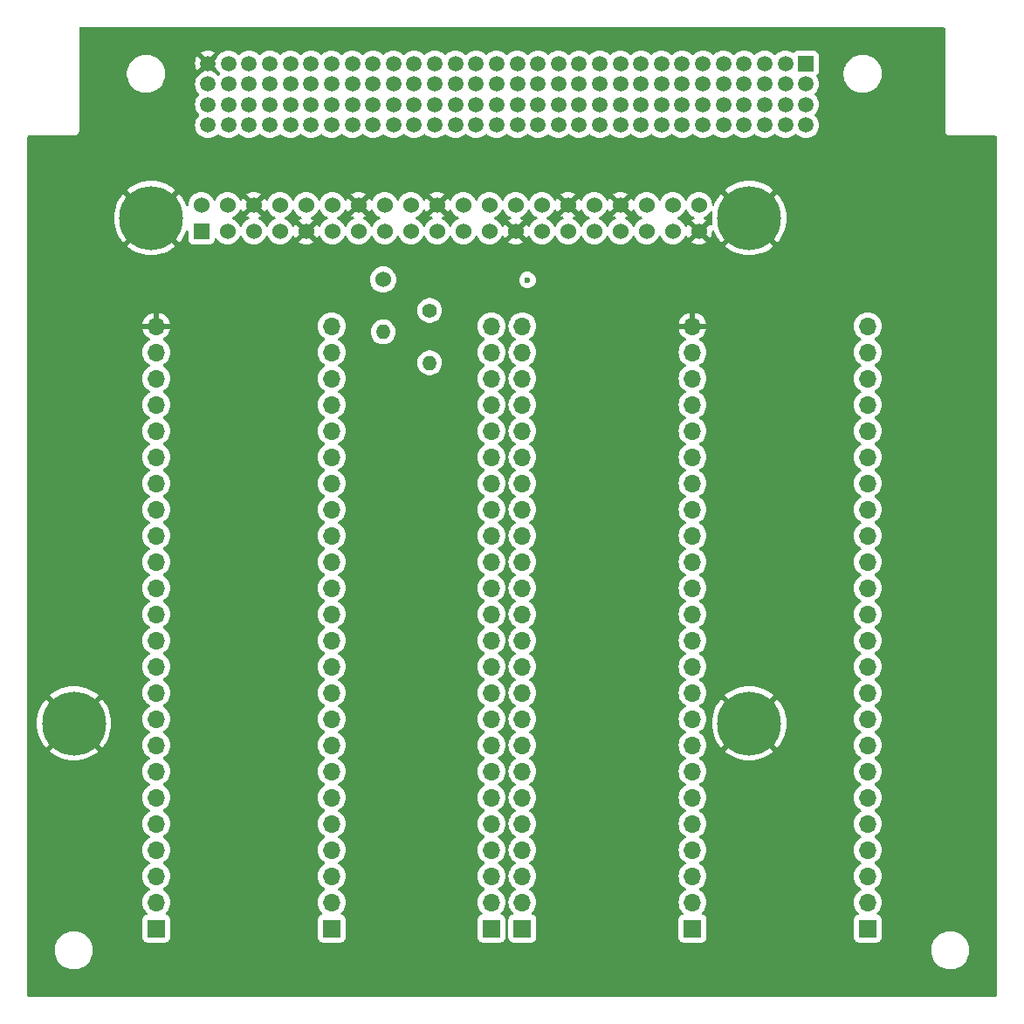
<source format=gbr>
%TF.GenerationSoftware,KiCad,Pcbnew,8.0.0*%
%TF.CreationDate,2025-01-10T02:25:12+02:00*%
%TF.ProjectId,diplomna_2024_pcb_layout,6469706c-6f6d-46e6-915f-323032345f70,rev?*%
%TF.SameCoordinates,Original*%
%TF.FileFunction,Copper,L2,Inr*%
%TF.FilePolarity,Positive*%
%FSLAX46Y46*%
G04 Gerber Fmt 4.6, Leading zero omitted, Abs format (unit mm)*
G04 Created by KiCad (PCBNEW 8.0.0) date 2025-01-10 02:25:12*
%MOMM*%
%LPD*%
G01*
G04 APERTURE LIST*
%TA.AperFunction,ComponentPad*%
%ADD10R,1.700000X1.700000*%
%TD*%
%TA.AperFunction,ComponentPad*%
%ADD11O,1.700000X1.700000*%
%TD*%
%TA.AperFunction,ComponentPad*%
%ADD12C,6.200000*%
%TD*%
%TA.AperFunction,ComponentPad*%
%ADD13R,1.524000X1.524000*%
%TD*%
%TA.AperFunction,ComponentPad*%
%ADD14C,1.524000*%
%TD*%
%TA.AperFunction,ComponentPad*%
%ADD15R,1.500000X1.500000*%
%TD*%
%TA.AperFunction,ComponentPad*%
%ADD16C,1.500000*%
%TD*%
%TA.AperFunction,ComponentPad*%
%ADD17O,1.400000X1.400000*%
%TD*%
%TA.AperFunction,ComponentPad*%
%ADD18C,1.400000*%
%TD*%
%TA.AperFunction,ViaPad*%
%ADD19C,0.600000*%
%TD*%
G04 APERTURE END LIST*
D10*
%TO.N,I/O*%
%TO.C,REF\u002A\u002A*%
X186000000Y-138400000D03*
D11*
X186000000Y-135860000D03*
X186000000Y-133320000D03*
X186000000Y-130780000D03*
X186000000Y-128240000D03*
X186000000Y-125700000D03*
X186000000Y-123160000D03*
%TO.N,N/C*%
X186000000Y-120620000D03*
%TO.N,CS*%
X186000000Y-118080000D03*
X186000000Y-115540000D03*
X186000000Y-113000000D03*
X186000000Y-110460000D03*
X186000000Y-107920000D03*
%TO.N,N/C*%
X186000000Y-105380000D03*
%TO.N,analog*%
X186000000Y-102840000D03*
X186000000Y-100300000D03*
%TO.N,CS*%
X186000000Y-97760000D03*
%TO.N,miso*%
X186000000Y-95220000D03*
%TO.N,mosi*%
X186000000Y-92680000D03*
%TO.N,scl*%
X186000000Y-90140000D03*
%TO.N,N/C*%
X186000000Y-87600000D03*
%TO.N,sda_i2c*%
X186000000Y-85060000D03*
%TO.N,scl_i2c*%
X186000000Y-82520000D03*
%TO.N,VDD*%
X186000000Y-79980000D03*
%TD*%
D12*
%TO.N,GND*%
%TO.C,*%
X161000000Y-118500000D03*
%TD*%
D13*
%TO.N,3.3v*%
%TO.C,REF\u002A\u002A*%
X173370000Y-70770000D03*
D14*
%TO.N,VDD*%
X173370000Y-68230000D03*
%TO.N,sda_i2c*%
X175910000Y-70770000D03*
%TO.N,VDD*%
X175910000Y-68230000D03*
%TO.N,scl_i2c*%
X178450000Y-70770000D03*
%TO.N,GND*%
X178450000Y-68230000D03*
%TO.N,N/C*%
X180990000Y-70770000D03*
%TO.N,tx*%
X180990000Y-68230000D03*
%TO.N,GND*%
X183530000Y-70770000D03*
%TO.N,rx*%
X183530000Y-68230000D03*
%TO.N,N/C*%
X186070000Y-70770000D03*
X186070000Y-68230000D03*
X188610000Y-70770000D03*
%TO.N,GND*%
X188610000Y-68230000D03*
%TO.N,N/C*%
X191150000Y-70770000D03*
%TO.N,I/O*%
X191150000Y-68230000D03*
%TO.N,N/C*%
X193690000Y-70770000D03*
%TO.N,I/O*%
X193690000Y-68230000D03*
%TO.N,mosi*%
X196230000Y-70770000D03*
%TO.N,GND*%
X196230000Y-68230000D03*
%TO.N,miso*%
X198770000Y-70770000D03*
%TO.N,I/O*%
X198770000Y-68230000D03*
%TO.N,scl*%
X201310000Y-70770000D03*
%TO.N,I/O*%
X201310000Y-68230000D03*
%TO.N,GND*%
X203850000Y-70770000D03*
%TO.N,I/O*%
X203850000Y-68230000D03*
%TO.N,N/C*%
X206390000Y-70770000D03*
%TO.N,I/O*%
X206390000Y-68230000D03*
%TO.N,N/C*%
X208930000Y-70770000D03*
%TO.N,GND*%
X208930000Y-68230000D03*
%TO.N,N/C*%
X211470000Y-70770000D03*
X211470000Y-68230000D03*
X214010000Y-70770000D03*
%TO.N,GND*%
X214010000Y-68230000D03*
%TO.N,N/C*%
X216550000Y-70770000D03*
%TO.N,I/O*%
X216550000Y-68230000D03*
%TO.N,N/C*%
X219090000Y-70770000D03*
%TO.N,I/O*%
X219090000Y-68230000D03*
%TO.N,GND*%
X221630000Y-70770000D03*
%TO.N,I/O*%
X221630000Y-68230000D03*
D12*
%TO.N,GND*%
X168500000Y-69500000D03*
X226500000Y-69500000D03*
X226500000Y-118500000D03*
%TD*%
D10*
%TO.N,N/C*%
%TO.C,REF\u002A\u002A*%
X238000000Y-138400000D03*
D11*
X238000000Y-135860000D03*
X238000000Y-133320000D03*
X238000000Y-130780000D03*
X238000000Y-128240000D03*
X238000000Y-125700000D03*
X238000000Y-123160000D03*
X238000000Y-120620000D03*
X238000000Y-118080000D03*
X238000000Y-115540000D03*
X238000000Y-113000000D03*
X238000000Y-110460000D03*
X238000000Y-107920000D03*
X238000000Y-105380000D03*
X238000000Y-102840000D03*
X238000000Y-100300000D03*
X238000000Y-97760000D03*
X238000000Y-95220000D03*
X238000000Y-92680000D03*
X238000000Y-90140000D03*
X238000000Y-87600000D03*
X238000000Y-85060000D03*
X238000000Y-82520000D03*
%TO.N,VDD*%
X238000000Y-79980000D03*
%TD*%
D10*
%TO.N,I/O*%
%TO.C,REF\u002A\u002A*%
X204500000Y-138400000D03*
D11*
X204500000Y-135860000D03*
X204500000Y-133320000D03*
X204500000Y-130780000D03*
X204500000Y-128240000D03*
X204500000Y-125700000D03*
X204500000Y-123160000D03*
%TO.N,N/C*%
X204500000Y-120620000D03*
%TO.N,CS*%
X204500000Y-118080000D03*
X204500000Y-115540000D03*
X204500000Y-113000000D03*
X204500000Y-110460000D03*
X204500000Y-107920000D03*
%TO.N,N/C*%
X204500000Y-105380000D03*
%TO.N,analog*%
X204500000Y-102840000D03*
X204500000Y-100300000D03*
%TO.N,N/C*%
X204500000Y-97760000D03*
%TO.N,miso*%
X204500000Y-95220000D03*
%TO.N,mosi*%
X204500000Y-92680000D03*
%TO.N,scl*%
X204500000Y-90140000D03*
%TO.N,N/C*%
X204500000Y-87600000D03*
%TO.N,sda_i2c*%
X204500000Y-85060000D03*
%TO.N,scl_i2c*%
X204500000Y-82520000D03*
%TO.N,N/C*%
X204500000Y-79980000D03*
%TD*%
D10*
%TO.N,I/O*%
%TO.C,REF\u002A\u002A*%
X201500000Y-138400000D03*
D11*
X201500000Y-135860000D03*
X201500000Y-133320000D03*
X201500000Y-130780000D03*
X201500000Y-128240000D03*
X201500000Y-125700000D03*
X201500000Y-123160000D03*
%TO.N,N/C*%
X201500000Y-120620000D03*
%TO.N,CS*%
X201500000Y-118080000D03*
X201500000Y-115540000D03*
X201500000Y-113000000D03*
X201500000Y-110460000D03*
X201500000Y-107920000D03*
%TO.N,N/C*%
X201500000Y-105380000D03*
%TO.N,analog*%
X201500000Y-102840000D03*
X201500000Y-100300000D03*
%TO.N,N/C*%
X201500000Y-97760000D03*
%TO.N,miso*%
X201500000Y-95220000D03*
%TO.N,mosi*%
X201500000Y-92680000D03*
%TO.N,scl*%
X201500000Y-90140000D03*
%TO.N,N/C*%
X201500000Y-87600000D03*
%TO.N,sda_i2c*%
X201500000Y-85060000D03*
%TO.N,scl_i2c*%
X201500000Y-82520000D03*
%TO.N,N/C*%
X201500000Y-79980000D03*
%TD*%
D10*
%TO.N,N/C*%
%TO.C,REF\u002A\u002A*%
X169000000Y-138400000D03*
D11*
X169000000Y-135860000D03*
X169000000Y-133320000D03*
X169000000Y-130780000D03*
X169000000Y-128240000D03*
X169000000Y-125700000D03*
X169000000Y-123160000D03*
X169000000Y-120620000D03*
X169000000Y-118080000D03*
X169000000Y-115540000D03*
X169000000Y-113000000D03*
X169000000Y-110460000D03*
X169000000Y-107920000D03*
X169000000Y-105380000D03*
X169000000Y-102840000D03*
X169000000Y-100300000D03*
X169000000Y-97760000D03*
X169000000Y-95220000D03*
X169000000Y-92680000D03*
X169000000Y-90140000D03*
X169000000Y-87600000D03*
X169000000Y-85060000D03*
X169000000Y-82520000D03*
%TO.N,GND*%
X169000000Y-79980000D03*
%TD*%
D15*
%TO.N,N/C*%
%TO.C,J\u002A\u002A*%
X232000000Y-54500000D03*
D16*
X230000000Y-54500000D03*
X228000000Y-54500000D03*
X226000000Y-54500000D03*
X224000000Y-54500000D03*
X222000000Y-54500000D03*
X220000000Y-54500000D03*
X218000000Y-54500000D03*
X216000000Y-54500000D03*
X214000000Y-54500000D03*
X212000000Y-54500000D03*
X210000000Y-54500000D03*
X208000000Y-54500000D03*
X206000000Y-54500000D03*
X204000000Y-54500000D03*
X202000000Y-54500000D03*
X200000000Y-54500000D03*
X198000000Y-54500000D03*
X196000000Y-54500000D03*
X194000000Y-54500000D03*
X192000000Y-54500000D03*
X190000000Y-54500000D03*
X188000000Y-54500000D03*
X186000000Y-54500000D03*
X184000000Y-54500000D03*
X182000000Y-54500000D03*
X180000000Y-54500000D03*
X178000000Y-54500000D03*
X176000000Y-54500000D03*
%TO.N,GND*%
X174000000Y-54500000D03*
%TO.N,N/C*%
X232000000Y-56500000D03*
X230000000Y-56500000D03*
X228000000Y-56500000D03*
X226000000Y-56500000D03*
X224000000Y-56500000D03*
X222000000Y-56500000D03*
X220000000Y-56500000D03*
X218000000Y-56500000D03*
X216000000Y-56500000D03*
X214000000Y-56500000D03*
X212000000Y-56500000D03*
X210000000Y-56500000D03*
X208000000Y-56500000D03*
X206000000Y-56500000D03*
X204000000Y-56500000D03*
X202000000Y-56500000D03*
X200000000Y-56500000D03*
X198000000Y-56500000D03*
X196000000Y-56500000D03*
X194000000Y-56500000D03*
X192000000Y-56500000D03*
X190000000Y-56500000D03*
X188000000Y-56500000D03*
X186000000Y-56500000D03*
X184000000Y-56500000D03*
X182000000Y-56500000D03*
X180000000Y-56500000D03*
X178000000Y-56500000D03*
X176000000Y-56500000D03*
%TO.N,3.3v*%
X174000000Y-56500000D03*
%TO.N,N/C*%
X232000000Y-58500000D03*
X230000000Y-58500000D03*
X228000000Y-58500000D03*
X226000000Y-58500000D03*
X224000000Y-58500000D03*
X222000000Y-58500000D03*
X220000000Y-58500000D03*
X218000000Y-58500000D03*
X216000000Y-58500000D03*
X214000000Y-58500000D03*
X212000000Y-58500000D03*
X210000000Y-58500000D03*
X208000000Y-58500000D03*
X206000000Y-58500000D03*
X204000000Y-58500000D03*
X202000000Y-58500000D03*
X200000000Y-58500000D03*
X198000000Y-58500000D03*
X196000000Y-58500000D03*
X194000000Y-58500000D03*
X192000000Y-58500000D03*
X190000000Y-58500000D03*
X188000000Y-58500000D03*
X186000000Y-58500000D03*
X184000000Y-58500000D03*
X182000000Y-58500000D03*
X180000000Y-58500000D03*
X178000000Y-58500000D03*
X176000000Y-58500000D03*
%TO.N,VDD*%
X174000000Y-58500000D03*
%TO.N,N/C*%
X232000000Y-60500000D03*
X230000000Y-60500000D03*
X228000000Y-60500000D03*
X226000000Y-60500000D03*
X224000000Y-60500000D03*
X222000000Y-60500000D03*
X220000000Y-60500000D03*
X218000000Y-60500000D03*
X216000000Y-60500000D03*
%TO.N,I/O*%
X214000000Y-60500000D03*
X212000000Y-60500000D03*
X210000000Y-60500000D03*
%TO.N,N/C*%
X208000000Y-60500000D03*
X206000000Y-60500000D03*
X204000000Y-60500000D03*
X202000000Y-60500000D03*
%TO.N,I/O*%
X200000000Y-60500000D03*
X198000000Y-60500000D03*
X196000000Y-60500000D03*
X194000000Y-60500000D03*
X192000000Y-60500000D03*
X190000000Y-60500000D03*
%TO.N,N/C*%
X188000000Y-60500000D03*
%TO.N,rx*%
X186000000Y-60500000D03*
%TO.N,tx*%
X184000000Y-60500000D03*
%TO.N,N/C*%
X182000000Y-60500000D03*
%TO.N,scl_i2c*%
X180000000Y-60500000D03*
%TO.N,sda_i2c*%
X178000000Y-60500000D03*
%TO.N,N/C*%
X176000000Y-60500000D03*
%TO.N,VDD*%
X174000000Y-60500000D03*
%TD*%
D14*
%TO.N,VDD*%
%TO.C,REF\u002A\u002A*%
X191000000Y-75460000D03*
D17*
%TO.N,scl_i2c*%
X191000000Y-80540000D03*
%TD*%
D18*
%TO.N,VDD*%
%TO.C,REF\u002A\u002A*%
X195500000Y-78460000D03*
D17*
%TO.N,sda_i2c*%
X195500000Y-83540000D03*
%TD*%
D10*
%TO.N,I/O*%
%TO.C,REF\u002A\u002A*%
X221000000Y-138400000D03*
D11*
X221000000Y-135860000D03*
X221000000Y-133320000D03*
X221000000Y-130780000D03*
X221000000Y-128240000D03*
X221000000Y-125700000D03*
X221000000Y-123160000D03*
%TO.N,N/C*%
X221000000Y-120620000D03*
%TO.N,CS*%
X221000000Y-118080000D03*
X221000000Y-115540000D03*
X221000000Y-113000000D03*
X221000000Y-110460000D03*
X221000000Y-107920000D03*
%TO.N,N/C*%
X221000000Y-105380000D03*
%TO.N,analog*%
X221000000Y-102840000D03*
X221000000Y-100300000D03*
%TO.N,CS*%
X221000000Y-97760000D03*
%TO.N,miso*%
X221000000Y-95220000D03*
%TO.N,mosi*%
X221000000Y-92680000D03*
%TO.N,scl*%
X221000000Y-90140000D03*
%TO.N,N/C*%
X221000000Y-87600000D03*
%TO.N,sda_i2c*%
X221000000Y-85060000D03*
%TO.N,scl_i2c*%
X221000000Y-82520000D03*
%TO.N,GND*%
X221000000Y-79980000D03*
%TD*%
D19*
%TO.N,scl*%
X205000000Y-75500000D03*
%TD*%
%TA.AperFunction,Conductor*%
%TO.N,GND*%
G36*
X182327865Y-68683435D02*
G01*
X182372382Y-68734811D01*
X182432464Y-68863658D01*
X182432468Y-68863666D01*
X182559170Y-69044615D01*
X182559175Y-69044621D01*
X182715378Y-69200824D01*
X182715384Y-69200829D01*
X182896333Y-69327531D01*
X182896335Y-69327532D01*
X182896338Y-69327534D01*
X182978514Y-69365853D01*
X183025781Y-69387894D01*
X183078220Y-69434066D01*
X183097372Y-69501260D01*
X183077156Y-69568141D01*
X183025781Y-69612658D01*
X182896590Y-69672901D01*
X182831811Y-69718258D01*
X183394057Y-70280504D01*
X183333919Y-70296619D01*
X183218080Y-70363498D01*
X183123498Y-70458080D01*
X183056619Y-70573919D01*
X183040504Y-70634057D01*
X182478258Y-70071811D01*
X182432901Y-70136590D01*
X182372658Y-70265781D01*
X182326485Y-70318220D01*
X182259292Y-70337372D01*
X182192411Y-70317156D01*
X182147894Y-70265781D01*
X182126852Y-70220657D01*
X182087534Y-70136339D01*
X181992125Y-70000080D01*
X181960827Y-69955381D01*
X181905962Y-69900516D01*
X181804620Y-69799174D01*
X181804616Y-69799171D01*
X181804615Y-69799170D01*
X181623666Y-69672468D01*
X181623658Y-69672464D01*
X181494811Y-69612382D01*
X181442371Y-69566210D01*
X181423219Y-69499017D01*
X181443435Y-69432135D01*
X181494811Y-69387618D01*
X181541486Y-69365853D01*
X181623662Y-69327534D01*
X181804620Y-69200826D01*
X181960826Y-69044620D01*
X182087534Y-68863662D01*
X182147618Y-68734811D01*
X182193790Y-68682371D01*
X182260983Y-68663219D01*
X182327865Y-68683435D01*
G37*
%TD.AperFunction*%
%TA.AperFunction,Conductor*%
G36*
X202647865Y-68683435D02*
G01*
X202692382Y-68734811D01*
X202752464Y-68863658D01*
X202752468Y-68863666D01*
X202879170Y-69044615D01*
X202879175Y-69044621D01*
X203035378Y-69200824D01*
X203035384Y-69200829D01*
X203216333Y-69327531D01*
X203216335Y-69327532D01*
X203216338Y-69327534D01*
X203298514Y-69365853D01*
X203345781Y-69387894D01*
X203398220Y-69434066D01*
X203417372Y-69501260D01*
X203397156Y-69568141D01*
X203345781Y-69612658D01*
X203216590Y-69672901D01*
X203151811Y-69718258D01*
X203714057Y-70280504D01*
X203653919Y-70296619D01*
X203538080Y-70363498D01*
X203443498Y-70458080D01*
X203376619Y-70573919D01*
X203360504Y-70634057D01*
X202798258Y-70071811D01*
X202752901Y-70136590D01*
X202692658Y-70265781D01*
X202646485Y-70318220D01*
X202579292Y-70337372D01*
X202512411Y-70317156D01*
X202467894Y-70265781D01*
X202446852Y-70220657D01*
X202407534Y-70136339D01*
X202312125Y-70000080D01*
X202280827Y-69955381D01*
X202225962Y-69900516D01*
X202124620Y-69799174D01*
X202124616Y-69799171D01*
X202124615Y-69799170D01*
X201943666Y-69672468D01*
X201943658Y-69672464D01*
X201814811Y-69612382D01*
X201762371Y-69566210D01*
X201743219Y-69499017D01*
X201763435Y-69432135D01*
X201814811Y-69387618D01*
X201861486Y-69365853D01*
X201943662Y-69327534D01*
X202124620Y-69200826D01*
X202280826Y-69044620D01*
X202407534Y-68863662D01*
X202467618Y-68734811D01*
X202513790Y-68682371D01*
X202580983Y-68663219D01*
X202647865Y-68683435D01*
G37*
%TD.AperFunction*%
%TA.AperFunction,Conductor*%
G36*
X220427865Y-68683435D02*
G01*
X220472382Y-68734811D01*
X220532464Y-68863658D01*
X220532468Y-68863666D01*
X220659170Y-69044615D01*
X220659175Y-69044621D01*
X220815378Y-69200824D01*
X220815384Y-69200829D01*
X220996333Y-69327531D01*
X220996335Y-69327532D01*
X220996338Y-69327534D01*
X221078514Y-69365853D01*
X221125781Y-69387894D01*
X221178220Y-69434066D01*
X221197372Y-69501260D01*
X221177156Y-69568141D01*
X221125781Y-69612658D01*
X220996590Y-69672901D01*
X220931811Y-69718258D01*
X221494057Y-70280504D01*
X221433919Y-70296619D01*
X221318080Y-70363498D01*
X221223498Y-70458080D01*
X221156619Y-70573919D01*
X221140504Y-70634057D01*
X220578258Y-70071811D01*
X220532901Y-70136590D01*
X220472658Y-70265781D01*
X220426485Y-70318220D01*
X220359292Y-70337372D01*
X220292411Y-70317156D01*
X220247894Y-70265781D01*
X220226852Y-70220657D01*
X220187534Y-70136339D01*
X220092125Y-70000080D01*
X220060827Y-69955381D01*
X220005962Y-69900516D01*
X219904620Y-69799174D01*
X219904616Y-69799171D01*
X219904615Y-69799170D01*
X219723666Y-69672468D01*
X219723658Y-69672464D01*
X219594811Y-69612382D01*
X219542371Y-69566210D01*
X219523219Y-69499017D01*
X219543435Y-69432135D01*
X219594811Y-69387618D01*
X219641486Y-69365853D01*
X219723662Y-69327534D01*
X219904620Y-69200826D01*
X220060826Y-69044620D01*
X220187534Y-68863662D01*
X220247618Y-68734811D01*
X220293790Y-68682371D01*
X220360983Y-68663219D01*
X220427865Y-68683435D01*
G37*
%TD.AperFunction*%
%TA.AperFunction,Conductor*%
G36*
X184867865Y-68683435D02*
G01*
X184912382Y-68734811D01*
X184972464Y-68863658D01*
X184972468Y-68863666D01*
X185099170Y-69044615D01*
X185099175Y-69044621D01*
X185255378Y-69200824D01*
X185255384Y-69200829D01*
X185436333Y-69327531D01*
X185436335Y-69327532D01*
X185436338Y-69327534D01*
X185518514Y-69365853D01*
X185565189Y-69387618D01*
X185617628Y-69433790D01*
X185636780Y-69500984D01*
X185616564Y-69567865D01*
X185565189Y-69612382D01*
X185436340Y-69672465D01*
X185436338Y-69672466D01*
X185255377Y-69799175D01*
X185099175Y-69955377D01*
X184972467Y-70136337D01*
X184912105Y-70265782D01*
X184865932Y-70318221D01*
X184798738Y-70337372D01*
X184731857Y-70317156D01*
X184687341Y-70265780D01*
X184627098Y-70136589D01*
X184627097Y-70136587D01*
X184581741Y-70071811D01*
X184581740Y-70071810D01*
X184019494Y-70634056D01*
X184003381Y-70573919D01*
X183936502Y-70458080D01*
X183841920Y-70363498D01*
X183726081Y-70296619D01*
X183665942Y-70280505D01*
X184228188Y-69718259D01*
X184228187Y-69718258D01*
X184163411Y-69672901D01*
X184163405Y-69672898D01*
X184034219Y-69612658D01*
X183981779Y-69566486D01*
X183962627Y-69499293D01*
X183982843Y-69432411D01*
X184034219Y-69387894D01*
X184081486Y-69365853D01*
X184163662Y-69327534D01*
X184344620Y-69200826D01*
X184500826Y-69044620D01*
X184627534Y-68863662D01*
X184687618Y-68734811D01*
X184733790Y-68682371D01*
X184800983Y-68663219D01*
X184867865Y-68683435D01*
G37*
%TD.AperFunction*%
%TA.AperFunction,Conductor*%
G36*
X205187865Y-68683435D02*
G01*
X205232382Y-68734811D01*
X205292464Y-68863658D01*
X205292468Y-68863666D01*
X205419170Y-69044615D01*
X205419175Y-69044621D01*
X205575378Y-69200824D01*
X205575384Y-69200829D01*
X205756333Y-69327531D01*
X205756335Y-69327532D01*
X205756338Y-69327534D01*
X205838514Y-69365853D01*
X205885189Y-69387618D01*
X205937628Y-69433790D01*
X205956780Y-69500984D01*
X205936564Y-69567865D01*
X205885189Y-69612382D01*
X205756340Y-69672465D01*
X205756338Y-69672466D01*
X205575377Y-69799175D01*
X205419175Y-69955377D01*
X205292467Y-70136337D01*
X205232105Y-70265782D01*
X205185932Y-70318221D01*
X205118738Y-70337372D01*
X205051857Y-70317156D01*
X205007341Y-70265780D01*
X204947098Y-70136589D01*
X204947097Y-70136587D01*
X204901741Y-70071811D01*
X204901740Y-70071810D01*
X204339494Y-70634056D01*
X204323381Y-70573919D01*
X204256502Y-70458080D01*
X204161920Y-70363498D01*
X204046081Y-70296619D01*
X203985942Y-70280505D01*
X204548188Y-69718259D01*
X204548187Y-69718258D01*
X204483411Y-69672901D01*
X204483405Y-69672898D01*
X204354219Y-69612658D01*
X204301779Y-69566486D01*
X204282627Y-69499293D01*
X204302843Y-69432411D01*
X204354219Y-69387894D01*
X204401486Y-69365853D01*
X204483662Y-69327534D01*
X204664620Y-69200826D01*
X204820826Y-69044620D01*
X204947534Y-68863662D01*
X205007618Y-68734811D01*
X205053790Y-68682371D01*
X205120983Y-68663219D01*
X205187865Y-68683435D01*
G37*
%TD.AperFunction*%
%TA.AperFunction,Conductor*%
G36*
X222901031Y-68862834D02*
G01*
X222936445Y-68923064D01*
X222938649Y-68972652D01*
X222914808Y-69123179D01*
X222895060Y-69499999D01*
X222895060Y-69500000D01*
X222914808Y-69876820D01*
X222938828Y-70028475D01*
X222929873Y-70097768D01*
X222884877Y-70151220D01*
X222818126Y-70171860D01*
X222750812Y-70153135D01*
X222714780Y-70118996D01*
X222681741Y-70071811D01*
X222681740Y-70071810D01*
X222119494Y-70634056D01*
X222103381Y-70573919D01*
X222036502Y-70458080D01*
X221941920Y-70363498D01*
X221826081Y-70296619D01*
X221765942Y-70280505D01*
X222328188Y-69718259D01*
X222328187Y-69718258D01*
X222263411Y-69672901D01*
X222263405Y-69672898D01*
X222134219Y-69612658D01*
X222081779Y-69566486D01*
X222062627Y-69499293D01*
X222082843Y-69432411D01*
X222134219Y-69387894D01*
X222181486Y-69365853D01*
X222263662Y-69327534D01*
X222444620Y-69200826D01*
X222600826Y-69044620D01*
X222714603Y-68882129D01*
X222769177Y-68838506D01*
X222838676Y-68831312D01*
X222901031Y-68862834D01*
G37*
%TD.AperFunction*%
%TA.AperFunction,Conductor*%
G36*
X177976619Y-68426081D02*
G01*
X178043498Y-68541920D01*
X178138080Y-68636502D01*
X178253919Y-68703381D01*
X178314057Y-68719494D01*
X177751810Y-69281740D01*
X177816589Y-69327098D01*
X177945781Y-69387342D01*
X177998220Y-69433514D01*
X178017372Y-69500708D01*
X177997156Y-69567589D01*
X177945781Y-69612106D01*
X177816340Y-69672465D01*
X177816338Y-69672466D01*
X177635377Y-69799175D01*
X177479175Y-69955377D01*
X177352466Y-70136338D01*
X177352465Y-70136340D01*
X177292382Y-70265189D01*
X177246209Y-70317628D01*
X177179016Y-70336780D01*
X177112135Y-70316564D01*
X177067618Y-70265189D01*
X177046852Y-70220657D01*
X177007534Y-70136339D01*
X176912125Y-70000080D01*
X176880827Y-69955381D01*
X176825962Y-69900516D01*
X176724620Y-69799174D01*
X176724616Y-69799171D01*
X176724615Y-69799170D01*
X176543666Y-69672468D01*
X176543658Y-69672464D01*
X176414811Y-69612382D01*
X176362371Y-69566210D01*
X176343219Y-69499017D01*
X176363435Y-69432135D01*
X176414811Y-69387618D01*
X176461486Y-69365853D01*
X176543662Y-69327534D01*
X176724620Y-69200826D01*
X176880826Y-69044620D01*
X177007534Y-68863662D01*
X177067894Y-68734218D01*
X177114066Y-68681779D01*
X177181259Y-68662627D01*
X177248141Y-68682843D01*
X177292658Y-68734219D01*
X177352898Y-68863405D01*
X177352901Y-68863411D01*
X177398258Y-68928187D01*
X177398259Y-68928188D01*
X177960504Y-68365942D01*
X177976619Y-68426081D01*
G37*
%TD.AperFunction*%
%TA.AperFunction,Conductor*%
G36*
X179501741Y-68928188D02*
G01*
X179547094Y-68863417D01*
X179547095Y-68863416D01*
X179607340Y-68734219D01*
X179653512Y-68681780D01*
X179720706Y-68662627D01*
X179787587Y-68682842D01*
X179832105Y-68734218D01*
X179892466Y-68863662D01*
X179892468Y-68863666D01*
X180019170Y-69044615D01*
X180019175Y-69044621D01*
X180175378Y-69200824D01*
X180175384Y-69200829D01*
X180356333Y-69327531D01*
X180356335Y-69327532D01*
X180356338Y-69327534D01*
X180438514Y-69365853D01*
X180485189Y-69387618D01*
X180537628Y-69433790D01*
X180556780Y-69500984D01*
X180536564Y-69567865D01*
X180485189Y-69612382D01*
X180356340Y-69672465D01*
X180356338Y-69672466D01*
X180175377Y-69799175D01*
X180019175Y-69955377D01*
X179892466Y-70136338D01*
X179892465Y-70136340D01*
X179832382Y-70265189D01*
X179786209Y-70317628D01*
X179719016Y-70336780D01*
X179652135Y-70316564D01*
X179607618Y-70265189D01*
X179586852Y-70220657D01*
X179547534Y-70136339D01*
X179452125Y-70000080D01*
X179420827Y-69955381D01*
X179365962Y-69900516D01*
X179264620Y-69799174D01*
X179264616Y-69799171D01*
X179264615Y-69799170D01*
X179083666Y-69672468D01*
X179083662Y-69672466D01*
X178954218Y-69612105D01*
X178901779Y-69565932D01*
X178882627Y-69498739D01*
X178902843Y-69431858D01*
X178954219Y-69387340D01*
X179083416Y-69327095D01*
X179083417Y-69327094D01*
X179148188Y-69281741D01*
X178585942Y-68719494D01*
X178646081Y-68703381D01*
X178761920Y-68636502D01*
X178856502Y-68541920D01*
X178923381Y-68426081D01*
X178939495Y-68365942D01*
X179501741Y-68928188D01*
G37*
%TD.AperFunction*%
%TA.AperFunction,Conductor*%
G36*
X188136619Y-68426081D02*
G01*
X188203498Y-68541920D01*
X188298080Y-68636502D01*
X188413919Y-68703381D01*
X188474057Y-68719494D01*
X187911810Y-69281740D01*
X187976589Y-69327098D01*
X188105781Y-69387342D01*
X188158220Y-69433514D01*
X188177372Y-69500708D01*
X188157156Y-69567589D01*
X188105781Y-69612106D01*
X187976340Y-69672465D01*
X187976338Y-69672466D01*
X187795377Y-69799175D01*
X187639175Y-69955377D01*
X187512466Y-70136338D01*
X187512465Y-70136340D01*
X187452382Y-70265189D01*
X187406209Y-70317628D01*
X187339016Y-70336780D01*
X187272135Y-70316564D01*
X187227618Y-70265189D01*
X187206852Y-70220657D01*
X187167534Y-70136339D01*
X187072125Y-70000080D01*
X187040827Y-69955381D01*
X186985962Y-69900516D01*
X186884620Y-69799174D01*
X186884616Y-69799171D01*
X186884615Y-69799170D01*
X186703666Y-69672468D01*
X186703658Y-69672464D01*
X186574811Y-69612382D01*
X186522371Y-69566210D01*
X186503219Y-69499017D01*
X186523435Y-69432135D01*
X186574811Y-69387618D01*
X186621486Y-69365853D01*
X186703662Y-69327534D01*
X186884620Y-69200826D01*
X187040826Y-69044620D01*
X187167534Y-68863662D01*
X187227894Y-68734218D01*
X187274066Y-68681779D01*
X187341259Y-68662627D01*
X187408141Y-68682843D01*
X187452658Y-68734219D01*
X187512898Y-68863405D01*
X187512901Y-68863411D01*
X187558258Y-68928187D01*
X187558259Y-68928188D01*
X188120504Y-68365942D01*
X188136619Y-68426081D01*
G37*
%TD.AperFunction*%
%TA.AperFunction,Conductor*%
G36*
X189661741Y-68928188D02*
G01*
X189707094Y-68863417D01*
X189707095Y-68863416D01*
X189767340Y-68734219D01*
X189813512Y-68681780D01*
X189880706Y-68662627D01*
X189947587Y-68682842D01*
X189992105Y-68734218D01*
X190052466Y-68863662D01*
X190052468Y-68863666D01*
X190179170Y-69044615D01*
X190179175Y-69044621D01*
X190335378Y-69200824D01*
X190335384Y-69200829D01*
X190516333Y-69327531D01*
X190516335Y-69327532D01*
X190516338Y-69327534D01*
X190598514Y-69365853D01*
X190645189Y-69387618D01*
X190697628Y-69433790D01*
X190716780Y-69500984D01*
X190696564Y-69567865D01*
X190645189Y-69612382D01*
X190516340Y-69672465D01*
X190516338Y-69672466D01*
X190335377Y-69799175D01*
X190179175Y-69955377D01*
X190052466Y-70136338D01*
X190052465Y-70136340D01*
X189992382Y-70265189D01*
X189946209Y-70317628D01*
X189879016Y-70336780D01*
X189812135Y-70316564D01*
X189767618Y-70265189D01*
X189746852Y-70220657D01*
X189707534Y-70136339D01*
X189612125Y-70000080D01*
X189580827Y-69955381D01*
X189525962Y-69900516D01*
X189424620Y-69799174D01*
X189424616Y-69799171D01*
X189424615Y-69799170D01*
X189243666Y-69672468D01*
X189243662Y-69672466D01*
X189114218Y-69612105D01*
X189061779Y-69565932D01*
X189042627Y-69498739D01*
X189062843Y-69431858D01*
X189114219Y-69387340D01*
X189243416Y-69327095D01*
X189243417Y-69327094D01*
X189308188Y-69281741D01*
X188745942Y-68719494D01*
X188806081Y-68703381D01*
X188921920Y-68636502D01*
X189016502Y-68541920D01*
X189083381Y-68426081D01*
X189099495Y-68365942D01*
X189661741Y-68928188D01*
G37*
%TD.AperFunction*%
%TA.AperFunction,Conductor*%
G36*
X195756619Y-68426081D02*
G01*
X195823498Y-68541920D01*
X195918080Y-68636502D01*
X196033919Y-68703381D01*
X196094057Y-68719494D01*
X195531810Y-69281740D01*
X195596589Y-69327098D01*
X195725781Y-69387342D01*
X195778220Y-69433514D01*
X195797372Y-69500708D01*
X195777156Y-69567589D01*
X195725781Y-69612106D01*
X195596340Y-69672465D01*
X195596338Y-69672466D01*
X195415377Y-69799175D01*
X195259175Y-69955377D01*
X195132466Y-70136338D01*
X195132465Y-70136340D01*
X195072382Y-70265189D01*
X195026209Y-70317628D01*
X194959016Y-70336780D01*
X194892135Y-70316564D01*
X194847618Y-70265189D01*
X194826852Y-70220657D01*
X194787534Y-70136339D01*
X194692125Y-70000080D01*
X194660827Y-69955381D01*
X194605962Y-69900516D01*
X194504620Y-69799174D01*
X194504616Y-69799171D01*
X194504615Y-69799170D01*
X194323666Y-69672468D01*
X194323658Y-69672464D01*
X194194811Y-69612382D01*
X194142371Y-69566210D01*
X194123219Y-69499017D01*
X194143435Y-69432135D01*
X194194811Y-69387618D01*
X194241486Y-69365853D01*
X194323662Y-69327534D01*
X194504620Y-69200826D01*
X194660826Y-69044620D01*
X194787534Y-68863662D01*
X194847894Y-68734218D01*
X194894066Y-68681779D01*
X194961259Y-68662627D01*
X195028141Y-68682843D01*
X195072658Y-68734219D01*
X195132898Y-68863405D01*
X195132901Y-68863411D01*
X195178258Y-68928187D01*
X195178259Y-68928188D01*
X195740504Y-68365942D01*
X195756619Y-68426081D01*
G37*
%TD.AperFunction*%
%TA.AperFunction,Conductor*%
G36*
X197281741Y-68928188D02*
G01*
X197327094Y-68863417D01*
X197327095Y-68863416D01*
X197387340Y-68734219D01*
X197433512Y-68681780D01*
X197500706Y-68662627D01*
X197567587Y-68682842D01*
X197612105Y-68734218D01*
X197672466Y-68863662D01*
X197672468Y-68863666D01*
X197799170Y-69044615D01*
X197799175Y-69044621D01*
X197955378Y-69200824D01*
X197955384Y-69200829D01*
X198136333Y-69327531D01*
X198136335Y-69327532D01*
X198136338Y-69327534D01*
X198218514Y-69365853D01*
X198265189Y-69387618D01*
X198317628Y-69433790D01*
X198336780Y-69500984D01*
X198316564Y-69567865D01*
X198265189Y-69612382D01*
X198136340Y-69672465D01*
X198136338Y-69672466D01*
X197955377Y-69799175D01*
X197799175Y-69955377D01*
X197672466Y-70136338D01*
X197672465Y-70136340D01*
X197612382Y-70265189D01*
X197566209Y-70317628D01*
X197499016Y-70336780D01*
X197432135Y-70316564D01*
X197387618Y-70265189D01*
X197366852Y-70220657D01*
X197327534Y-70136339D01*
X197232125Y-70000080D01*
X197200827Y-69955381D01*
X197145962Y-69900516D01*
X197044620Y-69799174D01*
X197044616Y-69799171D01*
X197044615Y-69799170D01*
X196863666Y-69672468D01*
X196863662Y-69672466D01*
X196734218Y-69612105D01*
X196681779Y-69565932D01*
X196662627Y-69498739D01*
X196682843Y-69431858D01*
X196734219Y-69387340D01*
X196863416Y-69327095D01*
X196863417Y-69327094D01*
X196928188Y-69281741D01*
X196365942Y-68719494D01*
X196426081Y-68703381D01*
X196541920Y-68636502D01*
X196636502Y-68541920D01*
X196703381Y-68426081D01*
X196719495Y-68365942D01*
X197281741Y-68928188D01*
G37*
%TD.AperFunction*%
%TA.AperFunction,Conductor*%
G36*
X208456619Y-68426081D02*
G01*
X208523498Y-68541920D01*
X208618080Y-68636502D01*
X208733919Y-68703381D01*
X208794057Y-68719494D01*
X208231810Y-69281740D01*
X208296589Y-69327098D01*
X208425781Y-69387342D01*
X208478220Y-69433514D01*
X208497372Y-69500708D01*
X208477156Y-69567589D01*
X208425781Y-69612106D01*
X208296340Y-69672465D01*
X208296338Y-69672466D01*
X208115377Y-69799175D01*
X207959175Y-69955377D01*
X207832466Y-70136338D01*
X207832465Y-70136340D01*
X207772382Y-70265189D01*
X207726209Y-70317628D01*
X207659016Y-70336780D01*
X207592135Y-70316564D01*
X207547618Y-70265189D01*
X207526852Y-70220657D01*
X207487534Y-70136339D01*
X207392125Y-70000080D01*
X207360827Y-69955381D01*
X207305962Y-69900516D01*
X207204620Y-69799174D01*
X207204616Y-69799171D01*
X207204615Y-69799170D01*
X207023666Y-69672468D01*
X207023658Y-69672464D01*
X206894811Y-69612382D01*
X206842371Y-69566210D01*
X206823219Y-69499017D01*
X206843435Y-69432135D01*
X206894811Y-69387618D01*
X206941486Y-69365853D01*
X207023662Y-69327534D01*
X207204620Y-69200826D01*
X207360826Y-69044620D01*
X207487534Y-68863662D01*
X207547894Y-68734218D01*
X207594066Y-68681779D01*
X207661259Y-68662627D01*
X207728141Y-68682843D01*
X207772658Y-68734219D01*
X207832898Y-68863405D01*
X207832901Y-68863411D01*
X207878258Y-68928187D01*
X207878259Y-68928188D01*
X208440504Y-68365942D01*
X208456619Y-68426081D01*
G37*
%TD.AperFunction*%
%TA.AperFunction,Conductor*%
G36*
X209981741Y-68928188D02*
G01*
X210027094Y-68863417D01*
X210027095Y-68863416D01*
X210087340Y-68734219D01*
X210133512Y-68681780D01*
X210200706Y-68662627D01*
X210267587Y-68682842D01*
X210312105Y-68734218D01*
X210372466Y-68863662D01*
X210372468Y-68863666D01*
X210499170Y-69044615D01*
X210499175Y-69044621D01*
X210655378Y-69200824D01*
X210655384Y-69200829D01*
X210836333Y-69327531D01*
X210836335Y-69327532D01*
X210836338Y-69327534D01*
X210918514Y-69365853D01*
X210965189Y-69387618D01*
X211017628Y-69433790D01*
X211036780Y-69500984D01*
X211016564Y-69567865D01*
X210965189Y-69612382D01*
X210836340Y-69672465D01*
X210836338Y-69672466D01*
X210655377Y-69799175D01*
X210499175Y-69955377D01*
X210372466Y-70136338D01*
X210372465Y-70136340D01*
X210312382Y-70265189D01*
X210266209Y-70317628D01*
X210199016Y-70336780D01*
X210132135Y-70316564D01*
X210087618Y-70265189D01*
X210066852Y-70220657D01*
X210027534Y-70136339D01*
X209932125Y-70000080D01*
X209900827Y-69955381D01*
X209845962Y-69900516D01*
X209744620Y-69799174D01*
X209744616Y-69799171D01*
X209744615Y-69799170D01*
X209563666Y-69672468D01*
X209563662Y-69672466D01*
X209434218Y-69612105D01*
X209381779Y-69565932D01*
X209362627Y-69498739D01*
X209382843Y-69431858D01*
X209434219Y-69387340D01*
X209563416Y-69327095D01*
X209563417Y-69327094D01*
X209628188Y-69281741D01*
X209065942Y-68719494D01*
X209126081Y-68703381D01*
X209241920Y-68636502D01*
X209336502Y-68541920D01*
X209403381Y-68426081D01*
X209419495Y-68365942D01*
X209981741Y-68928188D01*
G37*
%TD.AperFunction*%
%TA.AperFunction,Conductor*%
G36*
X213536619Y-68426081D02*
G01*
X213603498Y-68541920D01*
X213698080Y-68636502D01*
X213813919Y-68703381D01*
X213874057Y-68719494D01*
X213311810Y-69281740D01*
X213376589Y-69327098D01*
X213505781Y-69387342D01*
X213558220Y-69433514D01*
X213577372Y-69500708D01*
X213557156Y-69567589D01*
X213505781Y-69612106D01*
X213376340Y-69672465D01*
X213376338Y-69672466D01*
X213195377Y-69799175D01*
X213039175Y-69955377D01*
X212912466Y-70136338D01*
X212912465Y-70136340D01*
X212852382Y-70265189D01*
X212806209Y-70317628D01*
X212739016Y-70336780D01*
X212672135Y-70316564D01*
X212627618Y-70265189D01*
X212606852Y-70220657D01*
X212567534Y-70136339D01*
X212472125Y-70000080D01*
X212440827Y-69955381D01*
X212385962Y-69900516D01*
X212284620Y-69799174D01*
X212284616Y-69799171D01*
X212284615Y-69799170D01*
X212103666Y-69672468D01*
X212103658Y-69672464D01*
X211974811Y-69612382D01*
X211922371Y-69566210D01*
X211903219Y-69499017D01*
X211923435Y-69432135D01*
X211974811Y-69387618D01*
X212021486Y-69365853D01*
X212103662Y-69327534D01*
X212284620Y-69200826D01*
X212440826Y-69044620D01*
X212567534Y-68863662D01*
X212627894Y-68734218D01*
X212674066Y-68681779D01*
X212741259Y-68662627D01*
X212808141Y-68682843D01*
X212852658Y-68734219D01*
X212912898Y-68863405D01*
X212912901Y-68863411D01*
X212958258Y-68928187D01*
X212958259Y-68928188D01*
X213520504Y-68365942D01*
X213536619Y-68426081D01*
G37*
%TD.AperFunction*%
%TA.AperFunction,Conductor*%
G36*
X215061741Y-68928188D02*
G01*
X215107094Y-68863417D01*
X215107095Y-68863416D01*
X215167340Y-68734219D01*
X215213512Y-68681780D01*
X215280706Y-68662627D01*
X215347587Y-68682842D01*
X215392105Y-68734218D01*
X215452466Y-68863662D01*
X215452468Y-68863666D01*
X215579170Y-69044615D01*
X215579175Y-69044621D01*
X215735378Y-69200824D01*
X215735384Y-69200829D01*
X215916333Y-69327531D01*
X215916335Y-69327532D01*
X215916338Y-69327534D01*
X215998514Y-69365853D01*
X216045189Y-69387618D01*
X216097628Y-69433790D01*
X216116780Y-69500984D01*
X216096564Y-69567865D01*
X216045189Y-69612382D01*
X215916340Y-69672465D01*
X215916338Y-69672466D01*
X215735377Y-69799175D01*
X215579175Y-69955377D01*
X215452466Y-70136338D01*
X215452465Y-70136340D01*
X215392382Y-70265189D01*
X215346209Y-70317628D01*
X215279016Y-70336780D01*
X215212135Y-70316564D01*
X215167618Y-70265189D01*
X215146852Y-70220657D01*
X215107534Y-70136339D01*
X215012125Y-70000080D01*
X214980827Y-69955381D01*
X214925962Y-69900516D01*
X214824620Y-69799174D01*
X214824616Y-69799171D01*
X214824615Y-69799170D01*
X214643666Y-69672468D01*
X214643662Y-69672466D01*
X214514218Y-69612105D01*
X214461779Y-69565932D01*
X214442627Y-69498739D01*
X214462843Y-69431858D01*
X214514219Y-69387340D01*
X214643416Y-69327095D01*
X214643417Y-69327094D01*
X214708188Y-69281741D01*
X214145942Y-68719494D01*
X214206081Y-68703381D01*
X214321920Y-68636502D01*
X214416502Y-68541920D01*
X214483381Y-68426081D01*
X214499495Y-68365942D01*
X215061741Y-68928188D01*
G37*
%TD.AperFunction*%
%TA.AperFunction,Conductor*%
G36*
X174837764Y-54984210D02*
G01*
X174862465Y-55019486D01*
X174912897Y-55127638D01*
X174937998Y-55163486D01*
X175038402Y-55306877D01*
X175038406Y-55306881D01*
X175143844Y-55412319D01*
X175177329Y-55473642D01*
X175172345Y-55543334D01*
X175143844Y-55587681D01*
X175087681Y-55643844D01*
X175026358Y-55677329D01*
X174956666Y-55672345D01*
X174912319Y-55643844D01*
X174806881Y-55538406D01*
X174806877Y-55538402D01*
X174663486Y-55437998D01*
X174627638Y-55412897D01*
X174519486Y-55362465D01*
X174484210Y-55337764D01*
X174129409Y-54982962D01*
X174192993Y-54965925D01*
X174307007Y-54900099D01*
X174400099Y-54807007D01*
X174465925Y-54692993D01*
X174482962Y-54629409D01*
X174837764Y-54984210D01*
G37*
%TD.AperFunction*%
%TA.AperFunction,Conductor*%
G36*
X245442539Y-51020185D02*
G01*
X245488294Y-51072989D01*
X245499500Y-51124500D01*
X245499500Y-61065891D01*
X245533608Y-61193187D01*
X245566554Y-61250250D01*
X245599500Y-61307314D01*
X245692686Y-61400500D01*
X245791521Y-61457563D01*
X245798510Y-61461598D01*
X245806814Y-61466392D01*
X245934108Y-61500500D01*
X246065892Y-61500500D01*
X250375500Y-61500500D01*
X250442539Y-61520185D01*
X250488294Y-61572989D01*
X250499500Y-61624500D01*
X250499500Y-144875500D01*
X250479815Y-144942539D01*
X250427011Y-144988294D01*
X250375500Y-144999500D01*
X156624500Y-144999500D01*
X156557461Y-144979815D01*
X156511706Y-144927011D01*
X156500500Y-144875500D01*
X156500500Y-140621288D01*
X159149500Y-140621288D01*
X159181161Y-140861785D01*
X159243947Y-141096104D01*
X159336773Y-141320205D01*
X159336776Y-141320212D01*
X159458064Y-141530289D01*
X159458066Y-141530292D01*
X159458067Y-141530293D01*
X159605733Y-141722736D01*
X159605739Y-141722743D01*
X159777256Y-141894260D01*
X159777262Y-141894265D01*
X159969711Y-142041936D01*
X160179788Y-142163224D01*
X160403900Y-142256054D01*
X160638211Y-142318838D01*
X160818586Y-142342584D01*
X160878711Y-142350500D01*
X160878712Y-142350500D01*
X161121289Y-142350500D01*
X161169388Y-142344167D01*
X161361789Y-142318838D01*
X161596100Y-142256054D01*
X161820212Y-142163224D01*
X162030289Y-142041936D01*
X162222738Y-141894265D01*
X162394265Y-141722738D01*
X162541936Y-141530289D01*
X162663224Y-141320212D01*
X162756054Y-141096100D01*
X162818838Y-140861789D01*
X162850500Y-140621288D01*
X244149500Y-140621288D01*
X244181161Y-140861785D01*
X244243947Y-141096104D01*
X244336773Y-141320205D01*
X244336776Y-141320212D01*
X244458064Y-141530289D01*
X244458066Y-141530292D01*
X244458067Y-141530293D01*
X244605733Y-141722736D01*
X244605739Y-141722743D01*
X244777256Y-141894260D01*
X244777262Y-141894265D01*
X244969711Y-142041936D01*
X245179788Y-142163224D01*
X245403900Y-142256054D01*
X245638211Y-142318838D01*
X245818586Y-142342584D01*
X245878711Y-142350500D01*
X245878712Y-142350500D01*
X246121289Y-142350500D01*
X246169388Y-142344167D01*
X246361789Y-142318838D01*
X246596100Y-142256054D01*
X246820212Y-142163224D01*
X247030289Y-142041936D01*
X247222738Y-141894265D01*
X247394265Y-141722738D01*
X247541936Y-141530289D01*
X247663224Y-141320212D01*
X247756054Y-141096100D01*
X247818838Y-140861789D01*
X247850500Y-140621288D01*
X247850500Y-140378712D01*
X247818838Y-140138211D01*
X247756054Y-139903900D01*
X247663224Y-139679788D01*
X247541936Y-139469711D01*
X247410083Y-139297876D01*
X247394266Y-139277263D01*
X247394260Y-139277256D01*
X247222743Y-139105739D01*
X247222736Y-139105733D01*
X247030293Y-138958067D01*
X247030292Y-138958066D01*
X247030289Y-138958064D01*
X246820212Y-138836776D01*
X246820205Y-138836773D01*
X246596104Y-138743947D01*
X246361785Y-138681161D01*
X246121289Y-138649500D01*
X246121288Y-138649500D01*
X245878712Y-138649500D01*
X245878711Y-138649500D01*
X245638214Y-138681161D01*
X245403895Y-138743947D01*
X245179794Y-138836773D01*
X245179785Y-138836777D01*
X244969706Y-138958067D01*
X244777263Y-139105733D01*
X244777256Y-139105739D01*
X244605739Y-139277256D01*
X244605733Y-139277263D01*
X244458067Y-139469706D01*
X244336777Y-139679785D01*
X244336773Y-139679794D01*
X244243947Y-139903895D01*
X244181161Y-140138214D01*
X244149500Y-140378711D01*
X244149500Y-140621288D01*
X162850500Y-140621288D01*
X162850500Y-140378712D01*
X162818838Y-140138211D01*
X162756054Y-139903900D01*
X162663224Y-139679788D01*
X162541936Y-139469711D01*
X162410083Y-139297876D01*
X162394266Y-139277263D01*
X162394260Y-139277256D01*
X162222743Y-139105739D01*
X162222736Y-139105733D01*
X162030293Y-138958067D01*
X162030292Y-138958066D01*
X162030289Y-138958064D01*
X161820212Y-138836776D01*
X161820205Y-138836773D01*
X161596104Y-138743947D01*
X161361785Y-138681161D01*
X161121289Y-138649500D01*
X161121288Y-138649500D01*
X160878712Y-138649500D01*
X160878711Y-138649500D01*
X160638214Y-138681161D01*
X160403895Y-138743947D01*
X160179794Y-138836773D01*
X160179785Y-138836777D01*
X159969706Y-138958067D01*
X159777263Y-139105733D01*
X159777256Y-139105739D01*
X159605739Y-139277256D01*
X159605733Y-139277263D01*
X159458067Y-139469706D01*
X159336777Y-139679785D01*
X159336773Y-139679794D01*
X159243947Y-139903895D01*
X159181161Y-140138214D01*
X159149500Y-140378711D01*
X159149500Y-140621288D01*
X156500500Y-140621288D01*
X156500500Y-135860000D01*
X167644341Y-135860000D01*
X167664936Y-136095403D01*
X167664938Y-136095413D01*
X167726094Y-136323655D01*
X167726096Y-136323659D01*
X167726097Y-136323663D01*
X167825965Y-136537830D01*
X167825967Y-136537834D01*
X167934281Y-136692521D01*
X167961501Y-136731396D01*
X167961506Y-136731402D01*
X168083430Y-136853326D01*
X168116915Y-136914649D01*
X168111931Y-136984341D01*
X168070059Y-137040274D01*
X168039083Y-137057189D01*
X167907669Y-137106203D01*
X167907664Y-137106206D01*
X167792455Y-137192452D01*
X167792452Y-137192455D01*
X167706206Y-137307664D01*
X167706202Y-137307671D01*
X167655908Y-137442517D01*
X167649501Y-137502116D01*
X167649501Y-137502123D01*
X167649500Y-137502135D01*
X167649500Y-139297870D01*
X167649501Y-139297876D01*
X167655908Y-139357483D01*
X167706202Y-139492328D01*
X167706206Y-139492335D01*
X167792452Y-139607544D01*
X167792455Y-139607547D01*
X167907664Y-139693793D01*
X167907671Y-139693797D01*
X168042517Y-139744091D01*
X168042516Y-139744091D01*
X168049444Y-139744835D01*
X168102127Y-139750500D01*
X169897872Y-139750499D01*
X169957483Y-139744091D01*
X170092331Y-139693796D01*
X170207546Y-139607546D01*
X170293796Y-139492331D01*
X170344091Y-139357483D01*
X170350500Y-139297873D01*
X170350499Y-137502128D01*
X170344091Y-137442517D01*
X170293796Y-137307669D01*
X170293795Y-137307668D01*
X170293793Y-137307664D01*
X170207547Y-137192455D01*
X170207544Y-137192452D01*
X170092335Y-137106206D01*
X170092328Y-137106202D01*
X169960917Y-137057189D01*
X169904983Y-137015318D01*
X169880566Y-136949853D01*
X169895418Y-136881580D01*
X169916563Y-136853332D01*
X170038495Y-136731401D01*
X170174035Y-136537830D01*
X170273903Y-136323663D01*
X170335063Y-136095408D01*
X170355659Y-135860000D01*
X184644341Y-135860000D01*
X184664936Y-136095403D01*
X184664938Y-136095413D01*
X184726094Y-136323655D01*
X184726096Y-136323659D01*
X184726097Y-136323663D01*
X184825965Y-136537830D01*
X184825967Y-136537834D01*
X184934281Y-136692521D01*
X184961501Y-136731396D01*
X184961506Y-136731402D01*
X185083430Y-136853326D01*
X185116915Y-136914649D01*
X185111931Y-136984341D01*
X185070059Y-137040274D01*
X185039083Y-137057189D01*
X184907669Y-137106203D01*
X184907664Y-137106206D01*
X184792455Y-137192452D01*
X184792452Y-137192455D01*
X184706206Y-137307664D01*
X184706202Y-137307671D01*
X184655908Y-137442517D01*
X184649501Y-137502116D01*
X184649501Y-137502123D01*
X184649500Y-137502135D01*
X184649500Y-139297870D01*
X184649501Y-139297876D01*
X184655908Y-139357483D01*
X184706202Y-139492328D01*
X184706206Y-139492335D01*
X184792452Y-139607544D01*
X184792455Y-139607547D01*
X184907664Y-139693793D01*
X184907671Y-139693797D01*
X185042517Y-139744091D01*
X185042516Y-139744091D01*
X185049444Y-139744835D01*
X185102127Y-139750500D01*
X186897872Y-139750499D01*
X186957483Y-139744091D01*
X187092331Y-139693796D01*
X187207546Y-139607546D01*
X187293796Y-139492331D01*
X187344091Y-139357483D01*
X187350500Y-139297873D01*
X187350499Y-137502128D01*
X187344091Y-137442517D01*
X187293796Y-137307669D01*
X187293795Y-137307668D01*
X187293793Y-137307664D01*
X187207547Y-137192455D01*
X187207544Y-137192452D01*
X187092335Y-137106206D01*
X187092328Y-137106202D01*
X186960917Y-137057189D01*
X186904983Y-137015318D01*
X186880566Y-136949853D01*
X186895418Y-136881580D01*
X186916563Y-136853332D01*
X187038495Y-136731401D01*
X187174035Y-136537830D01*
X187273903Y-136323663D01*
X187335063Y-136095408D01*
X187355659Y-135860000D01*
X200144341Y-135860000D01*
X200164936Y-136095403D01*
X200164938Y-136095413D01*
X200226094Y-136323655D01*
X200226096Y-136323659D01*
X200226097Y-136323663D01*
X200325965Y-136537830D01*
X200325967Y-136537834D01*
X200434281Y-136692521D01*
X200461501Y-136731396D01*
X200461506Y-136731402D01*
X200583430Y-136853326D01*
X200616915Y-136914649D01*
X200611931Y-136984341D01*
X200570059Y-137040274D01*
X200539083Y-137057189D01*
X200407669Y-137106203D01*
X200407664Y-137106206D01*
X200292455Y-137192452D01*
X200292452Y-137192455D01*
X200206206Y-137307664D01*
X200206202Y-137307671D01*
X200155908Y-137442517D01*
X200149501Y-137502116D01*
X200149501Y-137502123D01*
X200149500Y-137502135D01*
X200149500Y-139297870D01*
X200149501Y-139297876D01*
X200155908Y-139357483D01*
X200206202Y-139492328D01*
X200206206Y-139492335D01*
X200292452Y-139607544D01*
X200292455Y-139607547D01*
X200407664Y-139693793D01*
X200407671Y-139693797D01*
X200542517Y-139744091D01*
X200542516Y-139744091D01*
X200549444Y-139744835D01*
X200602127Y-139750500D01*
X202397872Y-139750499D01*
X202457483Y-139744091D01*
X202592331Y-139693796D01*
X202707546Y-139607546D01*
X202793796Y-139492331D01*
X202844091Y-139357483D01*
X202850500Y-139297873D01*
X202850499Y-137502128D01*
X202844091Y-137442517D01*
X202793796Y-137307669D01*
X202793795Y-137307668D01*
X202793793Y-137307664D01*
X202707547Y-137192455D01*
X202707544Y-137192452D01*
X202592335Y-137106206D01*
X202592328Y-137106202D01*
X202460917Y-137057189D01*
X202404983Y-137015318D01*
X202380566Y-136949853D01*
X202395418Y-136881580D01*
X202416563Y-136853332D01*
X202538495Y-136731401D01*
X202674035Y-136537830D01*
X202773903Y-136323663D01*
X202835063Y-136095408D01*
X202855659Y-135860000D01*
X203144341Y-135860000D01*
X203164936Y-136095403D01*
X203164938Y-136095413D01*
X203226094Y-136323655D01*
X203226096Y-136323659D01*
X203226097Y-136323663D01*
X203325965Y-136537830D01*
X203325967Y-136537834D01*
X203434281Y-136692521D01*
X203461501Y-136731396D01*
X203461506Y-136731402D01*
X203583430Y-136853326D01*
X203616915Y-136914649D01*
X203611931Y-136984341D01*
X203570059Y-137040274D01*
X203539083Y-137057189D01*
X203407669Y-137106203D01*
X203407664Y-137106206D01*
X203292455Y-137192452D01*
X203292452Y-137192455D01*
X203206206Y-137307664D01*
X203206202Y-137307671D01*
X203155908Y-137442517D01*
X203149501Y-137502116D01*
X203149501Y-137502123D01*
X203149500Y-137502135D01*
X203149500Y-139297870D01*
X203149501Y-139297876D01*
X203155908Y-139357483D01*
X203206202Y-139492328D01*
X203206206Y-139492335D01*
X203292452Y-139607544D01*
X203292455Y-139607547D01*
X203407664Y-139693793D01*
X203407671Y-139693797D01*
X203542517Y-139744091D01*
X203542516Y-139744091D01*
X203549444Y-139744835D01*
X203602127Y-139750500D01*
X205397872Y-139750499D01*
X205457483Y-139744091D01*
X205592331Y-139693796D01*
X205707546Y-139607546D01*
X205793796Y-139492331D01*
X205844091Y-139357483D01*
X205850500Y-139297873D01*
X205850499Y-137502128D01*
X205844091Y-137442517D01*
X205793796Y-137307669D01*
X205793795Y-137307668D01*
X205793793Y-137307664D01*
X205707547Y-137192455D01*
X205707544Y-137192452D01*
X205592335Y-137106206D01*
X205592328Y-137106202D01*
X205460917Y-137057189D01*
X205404983Y-137015318D01*
X205380566Y-136949853D01*
X205395418Y-136881580D01*
X205416563Y-136853332D01*
X205538495Y-136731401D01*
X205674035Y-136537830D01*
X205773903Y-136323663D01*
X205835063Y-136095408D01*
X205855659Y-135860000D01*
X219644341Y-135860000D01*
X219664936Y-136095403D01*
X219664938Y-136095413D01*
X219726094Y-136323655D01*
X219726096Y-136323659D01*
X219726097Y-136323663D01*
X219825965Y-136537830D01*
X219825967Y-136537834D01*
X219934281Y-136692521D01*
X219961501Y-136731396D01*
X219961506Y-136731402D01*
X220083430Y-136853326D01*
X220116915Y-136914649D01*
X220111931Y-136984341D01*
X220070059Y-137040274D01*
X220039083Y-137057189D01*
X219907669Y-137106203D01*
X219907664Y-137106206D01*
X219792455Y-137192452D01*
X219792452Y-137192455D01*
X219706206Y-137307664D01*
X219706202Y-137307671D01*
X219655908Y-137442517D01*
X219649501Y-137502116D01*
X219649501Y-137502123D01*
X219649500Y-137502135D01*
X219649500Y-139297870D01*
X219649501Y-139297876D01*
X219655908Y-139357483D01*
X219706202Y-139492328D01*
X219706206Y-139492335D01*
X219792452Y-139607544D01*
X219792455Y-139607547D01*
X219907664Y-139693793D01*
X219907671Y-139693797D01*
X220042517Y-139744091D01*
X220042516Y-139744091D01*
X220049444Y-139744835D01*
X220102127Y-139750500D01*
X221897872Y-139750499D01*
X221957483Y-139744091D01*
X222092331Y-139693796D01*
X222207546Y-139607546D01*
X222293796Y-139492331D01*
X222344091Y-139357483D01*
X222350500Y-139297873D01*
X222350499Y-137502128D01*
X222344091Y-137442517D01*
X222293796Y-137307669D01*
X222293795Y-137307668D01*
X222293793Y-137307664D01*
X222207547Y-137192455D01*
X222207544Y-137192452D01*
X222092335Y-137106206D01*
X222092328Y-137106202D01*
X221960917Y-137057189D01*
X221904983Y-137015318D01*
X221880566Y-136949853D01*
X221895418Y-136881580D01*
X221916563Y-136853332D01*
X222038495Y-136731401D01*
X222174035Y-136537830D01*
X222273903Y-136323663D01*
X222335063Y-136095408D01*
X222355659Y-135860000D01*
X236644341Y-135860000D01*
X236664936Y-136095403D01*
X236664938Y-136095413D01*
X236726094Y-136323655D01*
X236726096Y-136323659D01*
X236726097Y-136323663D01*
X236825965Y-136537830D01*
X236825967Y-136537834D01*
X236934281Y-136692521D01*
X236961501Y-136731396D01*
X236961506Y-136731402D01*
X237083430Y-136853326D01*
X237116915Y-136914649D01*
X237111931Y-136984341D01*
X237070059Y-137040274D01*
X237039083Y-137057189D01*
X236907669Y-137106203D01*
X236907664Y-137106206D01*
X236792455Y-137192452D01*
X236792452Y-137192455D01*
X236706206Y-137307664D01*
X236706202Y-137307671D01*
X236655908Y-137442517D01*
X236649501Y-137502116D01*
X236649501Y-137502123D01*
X236649500Y-137502135D01*
X236649500Y-139297870D01*
X236649501Y-139297876D01*
X236655908Y-139357483D01*
X236706202Y-139492328D01*
X236706206Y-139492335D01*
X236792452Y-139607544D01*
X236792455Y-139607547D01*
X236907664Y-139693793D01*
X236907671Y-139693797D01*
X237042517Y-139744091D01*
X237042516Y-139744091D01*
X237049444Y-139744835D01*
X237102127Y-139750500D01*
X238897872Y-139750499D01*
X238957483Y-139744091D01*
X239092331Y-139693796D01*
X239207546Y-139607546D01*
X239293796Y-139492331D01*
X239344091Y-139357483D01*
X239350500Y-139297873D01*
X239350499Y-137502128D01*
X239344091Y-137442517D01*
X239293796Y-137307669D01*
X239293795Y-137307668D01*
X239293793Y-137307664D01*
X239207547Y-137192455D01*
X239207544Y-137192452D01*
X239092335Y-137106206D01*
X239092328Y-137106202D01*
X238960917Y-137057189D01*
X238904983Y-137015318D01*
X238880566Y-136949853D01*
X238895418Y-136881580D01*
X238916563Y-136853332D01*
X239038495Y-136731401D01*
X239174035Y-136537830D01*
X239273903Y-136323663D01*
X239335063Y-136095408D01*
X239355659Y-135860000D01*
X239335063Y-135624592D01*
X239273903Y-135396337D01*
X239174035Y-135182171D01*
X239038495Y-134988599D01*
X239038494Y-134988597D01*
X238871402Y-134821506D01*
X238871396Y-134821501D01*
X238685842Y-134691575D01*
X238642217Y-134636998D01*
X238635023Y-134567500D01*
X238666546Y-134505145D01*
X238685842Y-134488425D01*
X238708026Y-134472891D01*
X238871401Y-134358495D01*
X239038495Y-134191401D01*
X239174035Y-133997830D01*
X239273903Y-133783663D01*
X239335063Y-133555408D01*
X239355659Y-133320000D01*
X239335063Y-133084592D01*
X239273903Y-132856337D01*
X239174035Y-132642171D01*
X239038495Y-132448599D01*
X239038494Y-132448597D01*
X238871402Y-132281506D01*
X238871396Y-132281501D01*
X238685842Y-132151575D01*
X238642217Y-132096998D01*
X238635023Y-132027500D01*
X238666546Y-131965145D01*
X238685842Y-131948425D01*
X238708026Y-131932891D01*
X238871401Y-131818495D01*
X239038495Y-131651401D01*
X239174035Y-131457830D01*
X239273903Y-131243663D01*
X239335063Y-131015408D01*
X239355659Y-130780000D01*
X239335063Y-130544592D01*
X239273903Y-130316337D01*
X239174035Y-130102171D01*
X239038495Y-129908599D01*
X239038494Y-129908597D01*
X238871402Y-129741506D01*
X238871396Y-129741501D01*
X238685842Y-129611575D01*
X238642217Y-129556998D01*
X238635023Y-129487500D01*
X238666546Y-129425145D01*
X238685842Y-129408425D01*
X238708026Y-129392891D01*
X238871401Y-129278495D01*
X239038495Y-129111401D01*
X239174035Y-128917830D01*
X239273903Y-128703663D01*
X239335063Y-128475408D01*
X239355659Y-128240000D01*
X239335063Y-128004592D01*
X239273903Y-127776337D01*
X239174035Y-127562171D01*
X239038495Y-127368599D01*
X239038494Y-127368597D01*
X238871402Y-127201506D01*
X238871396Y-127201501D01*
X238685842Y-127071575D01*
X238642217Y-127016998D01*
X238635023Y-126947500D01*
X238666546Y-126885145D01*
X238685842Y-126868425D01*
X238708026Y-126852891D01*
X238871401Y-126738495D01*
X239038495Y-126571401D01*
X239174035Y-126377830D01*
X239273903Y-126163663D01*
X239335063Y-125935408D01*
X239355659Y-125700000D01*
X239335063Y-125464592D01*
X239273903Y-125236337D01*
X239174035Y-125022171D01*
X239038495Y-124828599D01*
X239038494Y-124828597D01*
X238871402Y-124661506D01*
X238871396Y-124661501D01*
X238685842Y-124531575D01*
X238642217Y-124476998D01*
X238635023Y-124407500D01*
X238666546Y-124345145D01*
X238685842Y-124328425D01*
X238708026Y-124312891D01*
X238871401Y-124198495D01*
X239038495Y-124031401D01*
X239174035Y-123837830D01*
X239273903Y-123623663D01*
X239335063Y-123395408D01*
X239355659Y-123160000D01*
X239335063Y-122924592D01*
X239273903Y-122696337D01*
X239174035Y-122482171D01*
X239038495Y-122288599D01*
X239038494Y-122288597D01*
X238871402Y-122121506D01*
X238871396Y-122121501D01*
X238685842Y-121991575D01*
X238642217Y-121936998D01*
X238635023Y-121867500D01*
X238666546Y-121805145D01*
X238685842Y-121788425D01*
X238708026Y-121772891D01*
X238871401Y-121658495D01*
X239038495Y-121491401D01*
X239174035Y-121297830D01*
X239273903Y-121083663D01*
X239335063Y-120855408D01*
X239355659Y-120620000D01*
X239335063Y-120384592D01*
X239273903Y-120156337D01*
X239174035Y-119942171D01*
X239038495Y-119748599D01*
X239038494Y-119748597D01*
X238871402Y-119581506D01*
X238871396Y-119581501D01*
X238685842Y-119451575D01*
X238642217Y-119396998D01*
X238635023Y-119327500D01*
X238666546Y-119265145D01*
X238685842Y-119248425D01*
X238725499Y-119220657D01*
X238871401Y-119118495D01*
X239038495Y-118951401D01*
X239174035Y-118757830D01*
X239273903Y-118543663D01*
X239335063Y-118315408D01*
X239355659Y-118080000D01*
X239335063Y-117844592D01*
X239273903Y-117616337D01*
X239174035Y-117402171D01*
X239119296Y-117323994D01*
X239038494Y-117208597D01*
X238871402Y-117041506D01*
X238871396Y-117041501D01*
X238685842Y-116911575D01*
X238642217Y-116856998D01*
X238635023Y-116787500D01*
X238666546Y-116725145D01*
X238685842Y-116708425D01*
X238708026Y-116692891D01*
X238871401Y-116578495D01*
X239038495Y-116411401D01*
X239174035Y-116217830D01*
X239273903Y-116003663D01*
X239335063Y-115775408D01*
X239355659Y-115540000D01*
X239335063Y-115304592D01*
X239273903Y-115076337D01*
X239174035Y-114862171D01*
X239038495Y-114668599D01*
X239038494Y-114668597D01*
X238871402Y-114501506D01*
X238871396Y-114501501D01*
X238685842Y-114371575D01*
X238642217Y-114316998D01*
X238635023Y-114247500D01*
X238666546Y-114185145D01*
X238685842Y-114168425D01*
X238708026Y-114152891D01*
X238871401Y-114038495D01*
X239038495Y-113871401D01*
X239174035Y-113677830D01*
X239273903Y-113463663D01*
X239335063Y-113235408D01*
X239355659Y-113000000D01*
X239335063Y-112764592D01*
X239273903Y-112536337D01*
X239174035Y-112322171D01*
X239038495Y-112128599D01*
X239038494Y-112128597D01*
X238871402Y-111961506D01*
X238871396Y-111961501D01*
X238685842Y-111831575D01*
X238642217Y-111776998D01*
X238635023Y-111707500D01*
X238666546Y-111645145D01*
X238685842Y-111628425D01*
X238708026Y-111612891D01*
X238871401Y-111498495D01*
X239038495Y-111331401D01*
X239174035Y-111137830D01*
X239273903Y-110923663D01*
X239335063Y-110695408D01*
X239355659Y-110460000D01*
X239335063Y-110224592D01*
X239273903Y-109996337D01*
X239174035Y-109782171D01*
X239038495Y-109588599D01*
X239038494Y-109588597D01*
X238871402Y-109421506D01*
X238871396Y-109421501D01*
X238685842Y-109291575D01*
X238642217Y-109236998D01*
X238635023Y-109167500D01*
X238666546Y-109105145D01*
X238685842Y-109088425D01*
X238708026Y-109072891D01*
X238871401Y-108958495D01*
X239038495Y-108791401D01*
X239174035Y-108597830D01*
X239273903Y-108383663D01*
X239335063Y-108155408D01*
X239355659Y-107920000D01*
X239335063Y-107684592D01*
X239273903Y-107456337D01*
X239174035Y-107242171D01*
X239038495Y-107048599D01*
X239038494Y-107048597D01*
X238871402Y-106881506D01*
X238871396Y-106881501D01*
X238685842Y-106751575D01*
X238642217Y-106696998D01*
X238635023Y-106627500D01*
X238666546Y-106565145D01*
X238685842Y-106548425D01*
X238708026Y-106532891D01*
X238871401Y-106418495D01*
X239038495Y-106251401D01*
X239174035Y-106057830D01*
X239273903Y-105843663D01*
X239335063Y-105615408D01*
X239355659Y-105380000D01*
X239335063Y-105144592D01*
X239273903Y-104916337D01*
X239174035Y-104702171D01*
X239038495Y-104508599D01*
X239038494Y-104508597D01*
X238871402Y-104341506D01*
X238871396Y-104341501D01*
X238685842Y-104211575D01*
X238642217Y-104156998D01*
X238635023Y-104087500D01*
X238666546Y-104025145D01*
X238685842Y-104008425D01*
X238708026Y-103992891D01*
X238871401Y-103878495D01*
X239038495Y-103711401D01*
X239174035Y-103517830D01*
X239273903Y-103303663D01*
X239335063Y-103075408D01*
X239355659Y-102840000D01*
X239335063Y-102604592D01*
X239273903Y-102376337D01*
X239174035Y-102162171D01*
X239038495Y-101968599D01*
X239038494Y-101968597D01*
X238871402Y-101801506D01*
X238871396Y-101801501D01*
X238685842Y-101671575D01*
X238642217Y-101616998D01*
X238635023Y-101547500D01*
X238666546Y-101485145D01*
X238685842Y-101468425D01*
X238708026Y-101452891D01*
X238871401Y-101338495D01*
X239038495Y-101171401D01*
X239174035Y-100977830D01*
X239273903Y-100763663D01*
X239335063Y-100535408D01*
X239355659Y-100300000D01*
X239335063Y-100064592D01*
X239273903Y-99836337D01*
X239174035Y-99622171D01*
X239038495Y-99428599D01*
X239038494Y-99428597D01*
X238871402Y-99261506D01*
X238871396Y-99261501D01*
X238685842Y-99131575D01*
X238642217Y-99076998D01*
X238635023Y-99007500D01*
X238666546Y-98945145D01*
X238685842Y-98928425D01*
X238708026Y-98912891D01*
X238871401Y-98798495D01*
X239038495Y-98631401D01*
X239174035Y-98437830D01*
X239273903Y-98223663D01*
X239335063Y-97995408D01*
X239355659Y-97760000D01*
X239335063Y-97524592D01*
X239273903Y-97296337D01*
X239174035Y-97082171D01*
X239038495Y-96888599D01*
X239038494Y-96888597D01*
X238871402Y-96721506D01*
X238871396Y-96721501D01*
X238685842Y-96591575D01*
X238642217Y-96536998D01*
X238635023Y-96467500D01*
X238666546Y-96405145D01*
X238685842Y-96388425D01*
X238708026Y-96372891D01*
X238871401Y-96258495D01*
X239038495Y-96091401D01*
X239174035Y-95897830D01*
X239273903Y-95683663D01*
X239335063Y-95455408D01*
X239355659Y-95220000D01*
X239335063Y-94984592D01*
X239273903Y-94756337D01*
X239174035Y-94542171D01*
X239038495Y-94348599D01*
X239038494Y-94348597D01*
X238871402Y-94181506D01*
X238871396Y-94181501D01*
X238685842Y-94051575D01*
X238642217Y-93996998D01*
X238635023Y-93927500D01*
X238666546Y-93865145D01*
X238685842Y-93848425D01*
X238708026Y-93832891D01*
X238871401Y-93718495D01*
X239038495Y-93551401D01*
X239174035Y-93357830D01*
X239273903Y-93143663D01*
X239335063Y-92915408D01*
X239355659Y-92680000D01*
X239335063Y-92444592D01*
X239273903Y-92216337D01*
X239174035Y-92002171D01*
X239038495Y-91808599D01*
X239038494Y-91808597D01*
X238871402Y-91641506D01*
X238871396Y-91641501D01*
X238685842Y-91511575D01*
X238642217Y-91456998D01*
X238635023Y-91387500D01*
X238666546Y-91325145D01*
X238685842Y-91308425D01*
X238708026Y-91292891D01*
X238871401Y-91178495D01*
X239038495Y-91011401D01*
X239174035Y-90817830D01*
X239273903Y-90603663D01*
X239335063Y-90375408D01*
X239355659Y-90140000D01*
X239335063Y-89904592D01*
X239273903Y-89676337D01*
X239174035Y-89462171D01*
X239038495Y-89268599D01*
X239038494Y-89268597D01*
X238871402Y-89101506D01*
X238871396Y-89101501D01*
X238685842Y-88971575D01*
X238642217Y-88916998D01*
X238635023Y-88847500D01*
X238666546Y-88785145D01*
X238685842Y-88768425D01*
X238708026Y-88752891D01*
X238871401Y-88638495D01*
X239038495Y-88471401D01*
X239174035Y-88277830D01*
X239273903Y-88063663D01*
X239335063Y-87835408D01*
X239355659Y-87600000D01*
X239335063Y-87364592D01*
X239273903Y-87136337D01*
X239174035Y-86922171D01*
X239038495Y-86728599D01*
X239038494Y-86728597D01*
X238871402Y-86561506D01*
X238871396Y-86561501D01*
X238685842Y-86431575D01*
X238642217Y-86376998D01*
X238635023Y-86307500D01*
X238666546Y-86245145D01*
X238685842Y-86228425D01*
X238708026Y-86212891D01*
X238871401Y-86098495D01*
X239038495Y-85931401D01*
X239174035Y-85737830D01*
X239273903Y-85523663D01*
X239335063Y-85295408D01*
X239355659Y-85060000D01*
X239335063Y-84824592D01*
X239273903Y-84596337D01*
X239174035Y-84382171D01*
X239153075Y-84352236D01*
X239038494Y-84188597D01*
X238871402Y-84021506D01*
X238871396Y-84021501D01*
X238685842Y-83891575D01*
X238642217Y-83836998D01*
X238635023Y-83767500D01*
X238666546Y-83705145D01*
X238685842Y-83688425D01*
X238708026Y-83672891D01*
X238871401Y-83558495D01*
X239038495Y-83391401D01*
X239174035Y-83197830D01*
X239273903Y-82983663D01*
X239335063Y-82755408D01*
X239355659Y-82520000D01*
X239335063Y-82284592D01*
X239273903Y-82056337D01*
X239174035Y-81842171D01*
X239038495Y-81648599D01*
X239038494Y-81648597D01*
X238871402Y-81481506D01*
X238871396Y-81481501D01*
X238685842Y-81351575D01*
X238642217Y-81296998D01*
X238635023Y-81227500D01*
X238666546Y-81165145D01*
X238685842Y-81148425D01*
X238708026Y-81132891D01*
X238871401Y-81018495D01*
X239038495Y-80851401D01*
X239174035Y-80657830D01*
X239273903Y-80443663D01*
X239335063Y-80215408D01*
X239355659Y-79980000D01*
X239335063Y-79744592D01*
X239273903Y-79516337D01*
X239174035Y-79302171D01*
X239153075Y-79272236D01*
X239038494Y-79108597D01*
X238871402Y-78941506D01*
X238871395Y-78941501D01*
X238677834Y-78805967D01*
X238677830Y-78805965D01*
X238677828Y-78805964D01*
X238463663Y-78706097D01*
X238463659Y-78706096D01*
X238463655Y-78706094D01*
X238235413Y-78644938D01*
X238235403Y-78644936D01*
X238000001Y-78624341D01*
X237999999Y-78624341D01*
X237764596Y-78644936D01*
X237764586Y-78644938D01*
X237536344Y-78706094D01*
X237536335Y-78706098D01*
X237322171Y-78805964D01*
X237322169Y-78805965D01*
X237128597Y-78941505D01*
X236961505Y-79108597D01*
X236825965Y-79302169D01*
X236825964Y-79302171D01*
X236726098Y-79516335D01*
X236726094Y-79516344D01*
X236664938Y-79744586D01*
X236664936Y-79744596D01*
X236644341Y-79979999D01*
X236644341Y-79980000D01*
X236664936Y-80215403D01*
X236664938Y-80215413D01*
X236726094Y-80443655D01*
X236726096Y-80443659D01*
X236726097Y-80443663D01*
X236771020Y-80540000D01*
X236825965Y-80657830D01*
X236825967Y-80657834D01*
X236961501Y-80851395D01*
X236961506Y-80851402D01*
X237128597Y-81018493D01*
X237128603Y-81018498D01*
X237314158Y-81148425D01*
X237357783Y-81203002D01*
X237364977Y-81272500D01*
X237333454Y-81334855D01*
X237314158Y-81351575D01*
X237128597Y-81481505D01*
X236961505Y-81648597D01*
X236825965Y-81842169D01*
X236825964Y-81842171D01*
X236726098Y-82056335D01*
X236726094Y-82056344D01*
X236664938Y-82284586D01*
X236664936Y-82284596D01*
X236644341Y-82519999D01*
X236644341Y-82520000D01*
X236664936Y-82755403D01*
X236664938Y-82755413D01*
X236726094Y-82983655D01*
X236726096Y-82983659D01*
X236726097Y-82983663D01*
X236782433Y-83104476D01*
X236825965Y-83197830D01*
X236825967Y-83197834D01*
X236961501Y-83391395D01*
X236961506Y-83391402D01*
X237128597Y-83558493D01*
X237128603Y-83558498D01*
X237314158Y-83688425D01*
X237357783Y-83743002D01*
X237364977Y-83812500D01*
X237333454Y-83874855D01*
X237314158Y-83891575D01*
X237128597Y-84021505D01*
X236961505Y-84188597D01*
X236825965Y-84382169D01*
X236825964Y-84382171D01*
X236726098Y-84596335D01*
X236726094Y-84596344D01*
X236664938Y-84824586D01*
X236664936Y-84824596D01*
X236644341Y-85059999D01*
X236644341Y-85060000D01*
X236664936Y-85295403D01*
X236664938Y-85295413D01*
X236726094Y-85523655D01*
X236726096Y-85523659D01*
X236726097Y-85523663D01*
X236825965Y-85737830D01*
X236825967Y-85737834D01*
X236961501Y-85931395D01*
X236961506Y-85931402D01*
X237128597Y-86098493D01*
X237128603Y-86098498D01*
X237314158Y-86228425D01*
X237357783Y-86283002D01*
X237364977Y-86352500D01*
X237333454Y-86414855D01*
X237314158Y-86431575D01*
X237128597Y-86561505D01*
X236961505Y-86728597D01*
X236825965Y-86922169D01*
X236825964Y-86922171D01*
X236726098Y-87136335D01*
X236726094Y-87136344D01*
X236664938Y-87364586D01*
X236664936Y-87364596D01*
X236644341Y-87599999D01*
X236644341Y-87600000D01*
X236664936Y-87835403D01*
X236664938Y-87835413D01*
X236726094Y-88063655D01*
X236726096Y-88063659D01*
X236726097Y-88063663D01*
X236825965Y-88277830D01*
X236825967Y-88277834D01*
X236961501Y-88471395D01*
X236961506Y-88471402D01*
X237128597Y-88638493D01*
X237128603Y-88638498D01*
X237314158Y-88768425D01*
X237357783Y-88823002D01*
X237364977Y-88892500D01*
X237333454Y-88954855D01*
X237314158Y-88971575D01*
X237128597Y-89101505D01*
X236961505Y-89268597D01*
X236825965Y-89462169D01*
X236825964Y-89462171D01*
X236726098Y-89676335D01*
X236726094Y-89676344D01*
X236664938Y-89904586D01*
X236664936Y-89904596D01*
X236644341Y-90139999D01*
X236644341Y-90140000D01*
X236664936Y-90375403D01*
X236664938Y-90375413D01*
X236726094Y-90603655D01*
X236726096Y-90603659D01*
X236726097Y-90603663D01*
X236825965Y-90817830D01*
X236825967Y-90817834D01*
X236961501Y-91011395D01*
X236961506Y-91011402D01*
X237128597Y-91178493D01*
X237128603Y-91178498D01*
X237314158Y-91308425D01*
X237357783Y-91363002D01*
X237364977Y-91432500D01*
X237333454Y-91494855D01*
X237314158Y-91511575D01*
X237128597Y-91641505D01*
X236961505Y-91808597D01*
X236825965Y-92002169D01*
X236825964Y-92002171D01*
X236726098Y-92216335D01*
X236726094Y-92216344D01*
X236664938Y-92444586D01*
X236664936Y-92444596D01*
X236644341Y-92679999D01*
X236644341Y-92680000D01*
X236664936Y-92915403D01*
X236664938Y-92915413D01*
X236726094Y-93143655D01*
X236726096Y-93143659D01*
X236726097Y-93143663D01*
X236825965Y-93357830D01*
X236825967Y-93357834D01*
X236961501Y-93551395D01*
X236961506Y-93551402D01*
X237128597Y-93718493D01*
X237128603Y-93718498D01*
X237314158Y-93848425D01*
X237357783Y-93903002D01*
X237364977Y-93972500D01*
X237333454Y-94034855D01*
X237314158Y-94051575D01*
X237128597Y-94181505D01*
X236961505Y-94348597D01*
X236825965Y-94542169D01*
X236825964Y-94542171D01*
X236726098Y-94756335D01*
X236726094Y-94756344D01*
X236664938Y-94984586D01*
X236664936Y-94984596D01*
X236644341Y-95219999D01*
X236644341Y-95220000D01*
X236664936Y-95455403D01*
X236664938Y-95455413D01*
X236726094Y-95683655D01*
X236726096Y-95683659D01*
X236726097Y-95683663D01*
X236825965Y-95897830D01*
X236825967Y-95897834D01*
X236961501Y-96091395D01*
X236961506Y-96091402D01*
X237128597Y-96258493D01*
X237128603Y-96258498D01*
X237314158Y-96388425D01*
X237357783Y-96443002D01*
X237364977Y-96512500D01*
X237333454Y-96574855D01*
X237314158Y-96591575D01*
X237128597Y-96721505D01*
X236961505Y-96888597D01*
X236825965Y-97082169D01*
X236825964Y-97082171D01*
X236726098Y-97296335D01*
X236726094Y-97296344D01*
X236664938Y-97524586D01*
X236664936Y-97524596D01*
X236644341Y-97759999D01*
X236644341Y-97760000D01*
X236664936Y-97995403D01*
X236664938Y-97995413D01*
X236726094Y-98223655D01*
X236726096Y-98223659D01*
X236726097Y-98223663D01*
X236825965Y-98437830D01*
X236825967Y-98437834D01*
X236961501Y-98631395D01*
X236961506Y-98631402D01*
X237128597Y-98798493D01*
X237128603Y-98798498D01*
X237314158Y-98928425D01*
X237357783Y-98983002D01*
X237364977Y-99052500D01*
X237333454Y-99114855D01*
X237314158Y-99131575D01*
X237128597Y-99261505D01*
X236961505Y-99428597D01*
X236825965Y-99622169D01*
X236825964Y-99622171D01*
X236726098Y-99836335D01*
X236726094Y-99836344D01*
X236664938Y-100064586D01*
X236664936Y-100064596D01*
X236644341Y-100299999D01*
X236644341Y-100300000D01*
X236664936Y-100535403D01*
X236664938Y-100535413D01*
X236726094Y-100763655D01*
X236726096Y-100763659D01*
X236726097Y-100763663D01*
X236825965Y-100977830D01*
X236825967Y-100977834D01*
X236961501Y-101171395D01*
X236961506Y-101171402D01*
X237128597Y-101338493D01*
X237128603Y-101338498D01*
X237314158Y-101468425D01*
X237357783Y-101523002D01*
X237364977Y-101592500D01*
X237333454Y-101654855D01*
X237314158Y-101671575D01*
X237128597Y-101801505D01*
X236961505Y-101968597D01*
X236825965Y-102162169D01*
X236825964Y-102162171D01*
X236726098Y-102376335D01*
X236726094Y-102376344D01*
X236664938Y-102604586D01*
X236664936Y-102604596D01*
X236644341Y-102839999D01*
X236644341Y-102840000D01*
X236664936Y-103075403D01*
X236664938Y-103075413D01*
X236726094Y-103303655D01*
X236726096Y-103303659D01*
X236726097Y-103303663D01*
X236825965Y-103517830D01*
X236825967Y-103517834D01*
X236961501Y-103711395D01*
X236961506Y-103711402D01*
X237128597Y-103878493D01*
X237128603Y-103878498D01*
X237314158Y-104008425D01*
X237357783Y-104063002D01*
X237364977Y-104132500D01*
X237333454Y-104194855D01*
X237314158Y-104211575D01*
X237128597Y-104341505D01*
X236961505Y-104508597D01*
X236825965Y-104702169D01*
X236825964Y-104702171D01*
X236726098Y-104916335D01*
X236726094Y-104916344D01*
X236664938Y-105144586D01*
X236664936Y-105144596D01*
X236644341Y-105379999D01*
X236644341Y-105380000D01*
X236664936Y-105615403D01*
X236664938Y-105615413D01*
X236726094Y-105843655D01*
X236726096Y-105843659D01*
X236726097Y-105843663D01*
X236825965Y-106057830D01*
X236825967Y-106057834D01*
X236961501Y-106251395D01*
X236961506Y-106251402D01*
X237128597Y-106418493D01*
X237128603Y-106418498D01*
X237314158Y-106548425D01*
X237357783Y-106603002D01*
X237364977Y-106672500D01*
X237333454Y-106734855D01*
X237314158Y-106751575D01*
X237128597Y-106881505D01*
X236961505Y-107048597D01*
X236825965Y-107242169D01*
X236825964Y-107242171D01*
X236726098Y-107456335D01*
X236726094Y-107456344D01*
X236664938Y-107684586D01*
X236664936Y-107684596D01*
X236644341Y-107919999D01*
X236644341Y-107920000D01*
X236664936Y-108155403D01*
X236664938Y-108155413D01*
X236726094Y-108383655D01*
X236726096Y-108383659D01*
X236726097Y-108383663D01*
X236825965Y-108597830D01*
X236825967Y-108597834D01*
X236961501Y-108791395D01*
X236961506Y-108791402D01*
X237128597Y-108958493D01*
X237128603Y-108958498D01*
X237314158Y-109088425D01*
X237357783Y-109143002D01*
X237364977Y-109212500D01*
X237333454Y-109274855D01*
X237314158Y-109291575D01*
X237128597Y-109421505D01*
X236961505Y-109588597D01*
X236825965Y-109782169D01*
X236825964Y-109782171D01*
X236726098Y-109996335D01*
X236726094Y-109996344D01*
X236664938Y-110224586D01*
X236664936Y-110224596D01*
X236644341Y-110459999D01*
X236644341Y-110460000D01*
X236664936Y-110695403D01*
X236664938Y-110695413D01*
X236726094Y-110923655D01*
X236726096Y-110923659D01*
X236726097Y-110923663D01*
X236825965Y-111137830D01*
X236825967Y-111137834D01*
X236961501Y-111331395D01*
X236961506Y-111331402D01*
X237128597Y-111498493D01*
X237128603Y-111498498D01*
X237314158Y-111628425D01*
X237357783Y-111683002D01*
X237364977Y-111752500D01*
X237333454Y-111814855D01*
X237314158Y-111831575D01*
X237128597Y-111961505D01*
X236961505Y-112128597D01*
X236825965Y-112322169D01*
X236825964Y-112322171D01*
X236726098Y-112536335D01*
X236726094Y-112536344D01*
X236664938Y-112764586D01*
X236664936Y-112764596D01*
X236644341Y-112999999D01*
X236644341Y-113000000D01*
X236664936Y-113235403D01*
X236664938Y-113235413D01*
X236726094Y-113463655D01*
X236726096Y-113463659D01*
X236726097Y-113463663D01*
X236825965Y-113677830D01*
X236825967Y-113677834D01*
X236961501Y-113871395D01*
X236961506Y-113871402D01*
X237128597Y-114038493D01*
X237128603Y-114038498D01*
X237314158Y-114168425D01*
X237357783Y-114223002D01*
X237364977Y-114292500D01*
X237333454Y-114354855D01*
X237314158Y-114371575D01*
X237128597Y-114501505D01*
X236961505Y-114668597D01*
X236825965Y-114862169D01*
X236825964Y-114862171D01*
X236726098Y-115076335D01*
X236726094Y-115076344D01*
X236664938Y-115304586D01*
X236664936Y-115304596D01*
X236644341Y-115539999D01*
X236644341Y-115540000D01*
X236664936Y-115775403D01*
X236664938Y-115775413D01*
X236726094Y-116003655D01*
X236726096Y-116003659D01*
X236726097Y-116003663D01*
X236825965Y-116217830D01*
X236825967Y-116217834D01*
X236934281Y-116372521D01*
X236940263Y-116381065D01*
X236961501Y-116411395D01*
X236961506Y-116411402D01*
X237128597Y-116578493D01*
X237128603Y-116578498D01*
X237314158Y-116708425D01*
X237357783Y-116763002D01*
X237364977Y-116832500D01*
X237333454Y-116894855D01*
X237314158Y-116911575D01*
X237128597Y-117041505D01*
X236961505Y-117208597D01*
X236825965Y-117402169D01*
X236825964Y-117402171D01*
X236726098Y-117616335D01*
X236726094Y-117616344D01*
X236664938Y-117844586D01*
X236664936Y-117844596D01*
X236644341Y-118079999D01*
X236644341Y-118080000D01*
X236664936Y-118315403D01*
X236664938Y-118315413D01*
X236726094Y-118543655D01*
X236726096Y-118543659D01*
X236726097Y-118543663D01*
X236825965Y-118757830D01*
X236825967Y-118757834D01*
X236961501Y-118951395D01*
X236961506Y-118951402D01*
X237128597Y-119118493D01*
X237128603Y-119118498D01*
X237314158Y-119248425D01*
X237357783Y-119303002D01*
X237364977Y-119372500D01*
X237333454Y-119434855D01*
X237314158Y-119451575D01*
X237128597Y-119581505D01*
X236961505Y-119748597D01*
X236825965Y-119942169D01*
X236825964Y-119942171D01*
X236726098Y-120156335D01*
X236726094Y-120156344D01*
X236664938Y-120384586D01*
X236664936Y-120384596D01*
X236644341Y-120619999D01*
X236644341Y-120620000D01*
X236664936Y-120855403D01*
X236664938Y-120855413D01*
X236726094Y-121083655D01*
X236726096Y-121083659D01*
X236726097Y-121083663D01*
X236788647Y-121217802D01*
X236825965Y-121297830D01*
X236825967Y-121297834D01*
X236961501Y-121491395D01*
X236961506Y-121491402D01*
X237128597Y-121658493D01*
X237128603Y-121658498D01*
X237314158Y-121788425D01*
X237357783Y-121843002D01*
X237364977Y-121912500D01*
X237333454Y-121974855D01*
X237314158Y-121991575D01*
X237128597Y-122121505D01*
X236961505Y-122288597D01*
X236825965Y-122482169D01*
X236825964Y-122482171D01*
X236726098Y-122696335D01*
X236726094Y-122696344D01*
X236664938Y-122924586D01*
X236664936Y-122924596D01*
X236644341Y-123159999D01*
X236644341Y-123160000D01*
X236664936Y-123395403D01*
X236664938Y-123395413D01*
X236726094Y-123623655D01*
X236726096Y-123623659D01*
X236726097Y-123623663D01*
X236825965Y-123837830D01*
X236825967Y-123837834D01*
X236961501Y-124031395D01*
X236961506Y-124031402D01*
X237128597Y-124198493D01*
X237128603Y-124198498D01*
X237314158Y-124328425D01*
X237357783Y-124383002D01*
X237364977Y-124452500D01*
X237333454Y-124514855D01*
X237314158Y-124531575D01*
X237128597Y-124661505D01*
X236961505Y-124828597D01*
X236825965Y-125022169D01*
X236825964Y-125022171D01*
X236726098Y-125236335D01*
X236726094Y-125236344D01*
X236664938Y-125464586D01*
X236664936Y-125464596D01*
X236644341Y-125699999D01*
X236644341Y-125700000D01*
X236664936Y-125935403D01*
X236664938Y-125935413D01*
X236726094Y-126163655D01*
X236726096Y-126163659D01*
X236726097Y-126163663D01*
X236825965Y-126377830D01*
X236825967Y-126377834D01*
X236961501Y-126571395D01*
X236961506Y-126571402D01*
X237128597Y-126738493D01*
X237128603Y-126738498D01*
X237314158Y-126868425D01*
X237357783Y-126923002D01*
X237364977Y-126992500D01*
X237333454Y-127054855D01*
X237314158Y-127071575D01*
X237128597Y-127201505D01*
X236961505Y-127368597D01*
X236825965Y-127562169D01*
X236825964Y-127562171D01*
X236726098Y-127776335D01*
X236726094Y-127776344D01*
X236664938Y-128004586D01*
X236664936Y-128004596D01*
X236644341Y-128239999D01*
X236644341Y-128240000D01*
X236664936Y-128475403D01*
X236664938Y-128475413D01*
X236726094Y-128703655D01*
X236726096Y-128703659D01*
X236726097Y-128703663D01*
X236825965Y-128917830D01*
X236825967Y-128917834D01*
X236961501Y-129111395D01*
X236961506Y-129111402D01*
X237128597Y-129278493D01*
X237128603Y-129278498D01*
X237314158Y-129408425D01*
X237357783Y-129463002D01*
X237364977Y-129532500D01*
X237333454Y-129594855D01*
X237314158Y-129611575D01*
X237128597Y-129741505D01*
X236961505Y-129908597D01*
X236825965Y-130102169D01*
X236825964Y-130102171D01*
X236726098Y-130316335D01*
X236726094Y-130316344D01*
X236664938Y-130544586D01*
X236664936Y-130544596D01*
X236644341Y-130779999D01*
X236644341Y-130780000D01*
X236664936Y-131015403D01*
X236664938Y-131015413D01*
X236726094Y-131243655D01*
X236726096Y-131243659D01*
X236726097Y-131243663D01*
X236825965Y-131457830D01*
X236825967Y-131457834D01*
X236961501Y-131651395D01*
X236961506Y-131651402D01*
X237128597Y-131818493D01*
X237128603Y-131818498D01*
X237314158Y-131948425D01*
X237357783Y-132003002D01*
X237364977Y-132072500D01*
X237333454Y-132134855D01*
X237314158Y-132151575D01*
X237128597Y-132281505D01*
X236961505Y-132448597D01*
X236825965Y-132642169D01*
X236825964Y-132642171D01*
X236726098Y-132856335D01*
X236726094Y-132856344D01*
X236664938Y-133084586D01*
X236664936Y-133084596D01*
X236644341Y-133319999D01*
X236644341Y-133320000D01*
X236664936Y-133555403D01*
X236664938Y-133555413D01*
X236726094Y-133783655D01*
X236726096Y-133783659D01*
X236726097Y-133783663D01*
X236825965Y-133997830D01*
X236825967Y-133997834D01*
X236961501Y-134191395D01*
X236961506Y-134191402D01*
X237128597Y-134358493D01*
X237128603Y-134358498D01*
X237314158Y-134488425D01*
X237357783Y-134543002D01*
X237364977Y-134612500D01*
X237333454Y-134674855D01*
X237314158Y-134691575D01*
X237128597Y-134821505D01*
X236961505Y-134988597D01*
X236825965Y-135182169D01*
X236825964Y-135182171D01*
X236726098Y-135396335D01*
X236726094Y-135396344D01*
X236664938Y-135624586D01*
X236664936Y-135624596D01*
X236644341Y-135859999D01*
X236644341Y-135860000D01*
X222355659Y-135860000D01*
X222335063Y-135624592D01*
X222273903Y-135396337D01*
X222174035Y-135182171D01*
X222038495Y-134988599D01*
X222038494Y-134988597D01*
X221871402Y-134821506D01*
X221871396Y-134821501D01*
X221685842Y-134691575D01*
X221642217Y-134636998D01*
X221635023Y-134567500D01*
X221666546Y-134505145D01*
X221685842Y-134488425D01*
X221708026Y-134472891D01*
X221871401Y-134358495D01*
X222038495Y-134191401D01*
X222174035Y-133997830D01*
X222273903Y-133783663D01*
X222335063Y-133555408D01*
X222355659Y-133320000D01*
X222335063Y-133084592D01*
X222273903Y-132856337D01*
X222174035Y-132642171D01*
X222038495Y-132448599D01*
X222038494Y-132448597D01*
X221871402Y-132281506D01*
X221871396Y-132281501D01*
X221685842Y-132151575D01*
X221642217Y-132096998D01*
X221635023Y-132027500D01*
X221666546Y-131965145D01*
X221685842Y-131948425D01*
X221708026Y-131932891D01*
X221871401Y-131818495D01*
X222038495Y-131651401D01*
X222174035Y-131457830D01*
X222273903Y-131243663D01*
X222335063Y-131015408D01*
X222355659Y-130780000D01*
X222335063Y-130544592D01*
X222273903Y-130316337D01*
X222174035Y-130102171D01*
X222038495Y-129908599D01*
X222038494Y-129908597D01*
X221871402Y-129741506D01*
X221871396Y-129741501D01*
X221685842Y-129611575D01*
X221642217Y-129556998D01*
X221635023Y-129487500D01*
X221666546Y-129425145D01*
X221685842Y-129408425D01*
X221708026Y-129392891D01*
X221871401Y-129278495D01*
X222038495Y-129111401D01*
X222174035Y-128917830D01*
X222273903Y-128703663D01*
X222335063Y-128475408D01*
X222355659Y-128240000D01*
X222335063Y-128004592D01*
X222273903Y-127776337D01*
X222174035Y-127562171D01*
X222038495Y-127368599D01*
X222038494Y-127368597D01*
X221871402Y-127201506D01*
X221871396Y-127201501D01*
X221685842Y-127071575D01*
X221642217Y-127016998D01*
X221635023Y-126947500D01*
X221666546Y-126885145D01*
X221685842Y-126868425D01*
X221708026Y-126852891D01*
X221871401Y-126738495D01*
X222038495Y-126571401D01*
X222174035Y-126377830D01*
X222273903Y-126163663D01*
X222335063Y-125935408D01*
X222355659Y-125700000D01*
X222335063Y-125464592D01*
X222273903Y-125236337D01*
X222174035Y-125022171D01*
X222038495Y-124828599D01*
X222038494Y-124828597D01*
X221871402Y-124661506D01*
X221871396Y-124661501D01*
X221685842Y-124531575D01*
X221642217Y-124476998D01*
X221635023Y-124407500D01*
X221666546Y-124345145D01*
X221685842Y-124328425D01*
X221708026Y-124312891D01*
X221871401Y-124198495D01*
X222038495Y-124031401D01*
X222174035Y-123837830D01*
X222273903Y-123623663D01*
X222335063Y-123395408D01*
X222355659Y-123160000D01*
X222335063Y-122924592D01*
X222273903Y-122696337D01*
X222174035Y-122482171D01*
X222038495Y-122288599D01*
X222038494Y-122288597D01*
X221871402Y-122121506D01*
X221871396Y-122121501D01*
X221685842Y-121991575D01*
X221642217Y-121936998D01*
X221635023Y-121867500D01*
X221666546Y-121805145D01*
X221685842Y-121788425D01*
X221708026Y-121772891D01*
X221871401Y-121658495D01*
X222038495Y-121491401D01*
X222174035Y-121297830D01*
X222273903Y-121083663D01*
X222335063Y-120855408D01*
X222355659Y-120620000D01*
X222335063Y-120384592D01*
X222273903Y-120156337D01*
X222174035Y-119942171D01*
X222038495Y-119748599D01*
X222038494Y-119748597D01*
X221871402Y-119581506D01*
X221871396Y-119581501D01*
X221685842Y-119451575D01*
X221642217Y-119396998D01*
X221635023Y-119327500D01*
X221666546Y-119265145D01*
X221685842Y-119248425D01*
X221725499Y-119220657D01*
X221871401Y-119118495D01*
X222038495Y-118951401D01*
X222174035Y-118757830D01*
X222273903Y-118543663D01*
X222285602Y-118500000D01*
X222895060Y-118500000D01*
X222914808Y-118876820D01*
X222973836Y-119249503D01*
X222973837Y-119249510D01*
X223071499Y-119613992D01*
X223206724Y-119966264D01*
X223378032Y-120302474D01*
X223583544Y-120618934D01*
X223782194Y-120864248D01*
X223782195Y-120864249D01*
X225366829Y-119279615D01*
X225451209Y-119395753D01*
X225604247Y-119548791D01*
X225720383Y-119633169D01*
X224135750Y-121217802D01*
X224381070Y-121416459D01*
X224697525Y-121621967D01*
X225033735Y-121793275D01*
X225386007Y-121928500D01*
X225750489Y-122026162D01*
X225750496Y-122026163D01*
X226123179Y-122085191D01*
X226499999Y-122104940D01*
X226500001Y-122104940D01*
X226876820Y-122085191D01*
X227249503Y-122026163D01*
X227249510Y-122026162D01*
X227613992Y-121928500D01*
X227966264Y-121793275D01*
X228302474Y-121621967D01*
X228618923Y-121416463D01*
X228864249Y-121217802D01*
X227279616Y-119633169D01*
X227395753Y-119548791D01*
X227548791Y-119395753D01*
X227633169Y-119279616D01*
X229217802Y-120864248D01*
X229416463Y-120618923D01*
X229621967Y-120302474D01*
X229793275Y-119966264D01*
X229928500Y-119613992D01*
X230026162Y-119249510D01*
X230026163Y-119249503D01*
X230085191Y-118876820D01*
X230104940Y-118500000D01*
X230104940Y-118499999D01*
X230085191Y-118123179D01*
X230026163Y-117750496D01*
X230026162Y-117750489D01*
X229928500Y-117386007D01*
X229793275Y-117033735D01*
X229621967Y-116697525D01*
X229416459Y-116381070D01*
X229217802Y-116135750D01*
X227633169Y-117720383D01*
X227548791Y-117604247D01*
X227395753Y-117451209D01*
X227279615Y-117366830D01*
X228864249Y-115782195D01*
X228864248Y-115782194D01*
X228618934Y-115583544D01*
X228302474Y-115378032D01*
X227966264Y-115206724D01*
X227613992Y-115071499D01*
X227249510Y-114973837D01*
X227249503Y-114973836D01*
X226876820Y-114914808D01*
X226500001Y-114895060D01*
X226499999Y-114895060D01*
X226123179Y-114914808D01*
X225750496Y-114973836D01*
X225750489Y-114973837D01*
X225386007Y-115071499D01*
X225033735Y-115206724D01*
X224697525Y-115378032D01*
X224381065Y-115583544D01*
X224135749Y-115782195D01*
X224135749Y-115782196D01*
X225720383Y-117366830D01*
X225604247Y-117451209D01*
X225451209Y-117604247D01*
X225366830Y-117720383D01*
X223782196Y-116135749D01*
X223782195Y-116135749D01*
X223583544Y-116381065D01*
X223378032Y-116697525D01*
X223206724Y-117033735D01*
X223071499Y-117386007D01*
X222973837Y-117750489D01*
X222973836Y-117750496D01*
X222914808Y-118123179D01*
X222895060Y-118499999D01*
X222895060Y-118500000D01*
X222285602Y-118500000D01*
X222335063Y-118315408D01*
X222355659Y-118080000D01*
X222335063Y-117844592D01*
X222273903Y-117616337D01*
X222174035Y-117402171D01*
X222119296Y-117323994D01*
X222038494Y-117208597D01*
X221871402Y-117041506D01*
X221871396Y-117041501D01*
X221685842Y-116911575D01*
X221642217Y-116856998D01*
X221635023Y-116787500D01*
X221666546Y-116725145D01*
X221685842Y-116708425D01*
X221708026Y-116692891D01*
X221871401Y-116578495D01*
X222038495Y-116411401D01*
X222174035Y-116217830D01*
X222273903Y-116003663D01*
X222335063Y-115775408D01*
X222355659Y-115540000D01*
X222335063Y-115304592D01*
X222273903Y-115076337D01*
X222174035Y-114862171D01*
X222038495Y-114668599D01*
X222038494Y-114668597D01*
X221871402Y-114501506D01*
X221871396Y-114501501D01*
X221685842Y-114371575D01*
X221642217Y-114316998D01*
X221635023Y-114247500D01*
X221666546Y-114185145D01*
X221685842Y-114168425D01*
X221708026Y-114152891D01*
X221871401Y-114038495D01*
X222038495Y-113871401D01*
X222174035Y-113677830D01*
X222273903Y-113463663D01*
X222335063Y-113235408D01*
X222355659Y-113000000D01*
X222335063Y-112764592D01*
X222273903Y-112536337D01*
X222174035Y-112322171D01*
X222038495Y-112128599D01*
X222038494Y-112128597D01*
X221871402Y-111961506D01*
X221871396Y-111961501D01*
X221685842Y-111831575D01*
X221642217Y-111776998D01*
X221635023Y-111707500D01*
X221666546Y-111645145D01*
X221685842Y-111628425D01*
X221708026Y-111612891D01*
X221871401Y-111498495D01*
X222038495Y-111331401D01*
X222174035Y-111137830D01*
X222273903Y-110923663D01*
X222335063Y-110695408D01*
X222355659Y-110460000D01*
X222335063Y-110224592D01*
X222273903Y-109996337D01*
X222174035Y-109782171D01*
X222038495Y-109588599D01*
X222038494Y-109588597D01*
X221871402Y-109421506D01*
X221871396Y-109421501D01*
X221685842Y-109291575D01*
X221642217Y-109236998D01*
X221635023Y-109167500D01*
X221666546Y-109105145D01*
X221685842Y-109088425D01*
X221708026Y-109072891D01*
X221871401Y-108958495D01*
X222038495Y-108791401D01*
X222174035Y-108597830D01*
X222273903Y-108383663D01*
X222335063Y-108155408D01*
X222355659Y-107920000D01*
X222335063Y-107684592D01*
X222273903Y-107456337D01*
X222174035Y-107242171D01*
X222038495Y-107048599D01*
X222038494Y-107048597D01*
X221871402Y-106881506D01*
X221871396Y-106881501D01*
X221685842Y-106751575D01*
X221642217Y-106696998D01*
X221635023Y-106627500D01*
X221666546Y-106565145D01*
X221685842Y-106548425D01*
X221708026Y-106532891D01*
X221871401Y-106418495D01*
X222038495Y-106251401D01*
X222174035Y-106057830D01*
X222273903Y-105843663D01*
X222335063Y-105615408D01*
X222355659Y-105380000D01*
X222335063Y-105144592D01*
X222273903Y-104916337D01*
X222174035Y-104702171D01*
X222038495Y-104508599D01*
X222038494Y-104508597D01*
X221871402Y-104341506D01*
X221871396Y-104341501D01*
X221685842Y-104211575D01*
X221642217Y-104156998D01*
X221635023Y-104087500D01*
X221666546Y-104025145D01*
X221685842Y-104008425D01*
X221708026Y-103992891D01*
X221871401Y-103878495D01*
X222038495Y-103711401D01*
X222174035Y-103517830D01*
X222273903Y-103303663D01*
X222335063Y-103075408D01*
X222355659Y-102840000D01*
X222335063Y-102604592D01*
X222273903Y-102376337D01*
X222174035Y-102162171D01*
X222038495Y-101968599D01*
X222038494Y-101968597D01*
X221871402Y-101801506D01*
X221871396Y-101801501D01*
X221685842Y-101671575D01*
X221642217Y-101616998D01*
X221635023Y-101547500D01*
X221666546Y-101485145D01*
X221685842Y-101468425D01*
X221708026Y-101452891D01*
X221871401Y-101338495D01*
X222038495Y-101171401D01*
X222174035Y-100977830D01*
X222273903Y-100763663D01*
X222335063Y-100535408D01*
X222355659Y-100300000D01*
X222335063Y-100064592D01*
X222273903Y-99836337D01*
X222174035Y-99622171D01*
X222038495Y-99428599D01*
X222038494Y-99428597D01*
X221871402Y-99261506D01*
X221871396Y-99261501D01*
X221685842Y-99131575D01*
X221642217Y-99076998D01*
X221635023Y-99007500D01*
X221666546Y-98945145D01*
X221685842Y-98928425D01*
X221708026Y-98912891D01*
X221871401Y-98798495D01*
X222038495Y-98631401D01*
X222174035Y-98437830D01*
X222273903Y-98223663D01*
X222335063Y-97995408D01*
X222355659Y-97760000D01*
X222335063Y-97524592D01*
X222273903Y-97296337D01*
X222174035Y-97082171D01*
X222038495Y-96888599D01*
X222038494Y-96888597D01*
X221871402Y-96721506D01*
X221871396Y-96721501D01*
X221685842Y-96591575D01*
X221642217Y-96536998D01*
X221635023Y-96467500D01*
X221666546Y-96405145D01*
X221685842Y-96388425D01*
X221708026Y-96372891D01*
X221871401Y-96258495D01*
X222038495Y-96091401D01*
X222174035Y-95897830D01*
X222273903Y-95683663D01*
X222335063Y-95455408D01*
X222355659Y-95220000D01*
X222335063Y-94984592D01*
X222273903Y-94756337D01*
X222174035Y-94542171D01*
X222038495Y-94348599D01*
X222038494Y-94348597D01*
X221871402Y-94181506D01*
X221871396Y-94181501D01*
X221685842Y-94051575D01*
X221642217Y-93996998D01*
X221635023Y-93927500D01*
X221666546Y-93865145D01*
X221685842Y-93848425D01*
X221708026Y-93832891D01*
X221871401Y-93718495D01*
X222038495Y-93551401D01*
X222174035Y-93357830D01*
X222273903Y-93143663D01*
X222335063Y-92915408D01*
X222355659Y-92680000D01*
X222335063Y-92444592D01*
X222273903Y-92216337D01*
X222174035Y-92002171D01*
X222038495Y-91808599D01*
X222038494Y-91808597D01*
X221871402Y-91641506D01*
X221871396Y-91641501D01*
X221685842Y-91511575D01*
X221642217Y-91456998D01*
X221635023Y-91387500D01*
X221666546Y-91325145D01*
X221685842Y-91308425D01*
X221708026Y-91292891D01*
X221871401Y-91178495D01*
X222038495Y-91011401D01*
X222174035Y-90817830D01*
X222273903Y-90603663D01*
X222335063Y-90375408D01*
X222355659Y-90140000D01*
X222335063Y-89904592D01*
X222273903Y-89676337D01*
X222174035Y-89462171D01*
X222038495Y-89268599D01*
X222038494Y-89268597D01*
X221871402Y-89101506D01*
X221871396Y-89101501D01*
X221685842Y-88971575D01*
X221642217Y-88916998D01*
X221635023Y-88847500D01*
X221666546Y-88785145D01*
X221685842Y-88768425D01*
X221708026Y-88752891D01*
X221871401Y-88638495D01*
X222038495Y-88471401D01*
X222174035Y-88277830D01*
X222273903Y-88063663D01*
X222335063Y-87835408D01*
X222355659Y-87600000D01*
X222335063Y-87364592D01*
X222273903Y-87136337D01*
X222174035Y-86922171D01*
X222038495Y-86728599D01*
X222038494Y-86728597D01*
X221871402Y-86561506D01*
X221871396Y-86561501D01*
X221685842Y-86431575D01*
X221642217Y-86376998D01*
X221635023Y-86307500D01*
X221666546Y-86245145D01*
X221685842Y-86228425D01*
X221708026Y-86212891D01*
X221871401Y-86098495D01*
X222038495Y-85931401D01*
X222174035Y-85737830D01*
X222273903Y-85523663D01*
X222335063Y-85295408D01*
X222355659Y-85060000D01*
X222335063Y-84824592D01*
X222273903Y-84596337D01*
X222174035Y-84382171D01*
X222153075Y-84352236D01*
X222038494Y-84188597D01*
X221871402Y-84021506D01*
X221871396Y-84021501D01*
X221685842Y-83891575D01*
X221642217Y-83836998D01*
X221635023Y-83767500D01*
X221666546Y-83705145D01*
X221685842Y-83688425D01*
X221708026Y-83672891D01*
X221871401Y-83558495D01*
X222038495Y-83391401D01*
X222174035Y-83197830D01*
X222273903Y-82983663D01*
X222335063Y-82755408D01*
X222355659Y-82520000D01*
X222335063Y-82284592D01*
X222273903Y-82056337D01*
X222174035Y-81842171D01*
X222038495Y-81648599D01*
X222038494Y-81648597D01*
X221871402Y-81481506D01*
X221871401Y-81481505D01*
X221685405Y-81351269D01*
X221641781Y-81296692D01*
X221634588Y-81227193D01*
X221666110Y-81164839D01*
X221685405Y-81148119D01*
X221871082Y-81018105D01*
X222038105Y-80851082D01*
X222173600Y-80657578D01*
X222273429Y-80443492D01*
X222273432Y-80443486D01*
X222330636Y-80230000D01*
X221433012Y-80230000D01*
X221465925Y-80172993D01*
X221500000Y-80045826D01*
X221500000Y-79914174D01*
X221465925Y-79787007D01*
X221433012Y-79730000D01*
X222330636Y-79730000D01*
X222330635Y-79729999D01*
X222273432Y-79516513D01*
X222273429Y-79516507D01*
X222173600Y-79302422D01*
X222173599Y-79302420D01*
X222038113Y-79108926D01*
X222038108Y-79108920D01*
X221871082Y-78941894D01*
X221677578Y-78806399D01*
X221463492Y-78706570D01*
X221463486Y-78706567D01*
X221250000Y-78649364D01*
X221250000Y-79546988D01*
X221192993Y-79514075D01*
X221065826Y-79480000D01*
X220934174Y-79480000D01*
X220807007Y-79514075D01*
X220750000Y-79546988D01*
X220750000Y-78649364D01*
X220749999Y-78649364D01*
X220536513Y-78706567D01*
X220536507Y-78706570D01*
X220322422Y-78806399D01*
X220322420Y-78806400D01*
X220128926Y-78941886D01*
X220128920Y-78941891D01*
X219961891Y-79108920D01*
X219961886Y-79108926D01*
X219826400Y-79302420D01*
X219826399Y-79302422D01*
X219726570Y-79516507D01*
X219726567Y-79516513D01*
X219669364Y-79729999D01*
X219669364Y-79730000D01*
X220566988Y-79730000D01*
X220534075Y-79787007D01*
X220500000Y-79914174D01*
X220500000Y-80045826D01*
X220534075Y-80172993D01*
X220566988Y-80230000D01*
X219669364Y-80230000D01*
X219726567Y-80443486D01*
X219726570Y-80443492D01*
X219826399Y-80657578D01*
X219961894Y-80851082D01*
X220128917Y-81018105D01*
X220314595Y-81148119D01*
X220358219Y-81202696D01*
X220365412Y-81272195D01*
X220333890Y-81334549D01*
X220314595Y-81351269D01*
X220128594Y-81481508D01*
X219961505Y-81648597D01*
X219825965Y-81842169D01*
X219825964Y-81842171D01*
X219726098Y-82056335D01*
X219726094Y-82056344D01*
X219664938Y-82284586D01*
X219664936Y-82284596D01*
X219644341Y-82519999D01*
X219644341Y-82520000D01*
X219664936Y-82755403D01*
X219664938Y-82755413D01*
X219726094Y-82983655D01*
X219726096Y-82983659D01*
X219726097Y-82983663D01*
X219782433Y-83104476D01*
X219825965Y-83197830D01*
X219825967Y-83197834D01*
X219961501Y-83391395D01*
X219961506Y-83391402D01*
X220128597Y-83558493D01*
X220128603Y-83558498D01*
X220314158Y-83688425D01*
X220357783Y-83743002D01*
X220364977Y-83812500D01*
X220333454Y-83874855D01*
X220314158Y-83891575D01*
X220128597Y-84021505D01*
X219961505Y-84188597D01*
X219825965Y-84382169D01*
X219825964Y-84382171D01*
X219726098Y-84596335D01*
X219726094Y-84596344D01*
X219664938Y-84824586D01*
X219664936Y-84824596D01*
X219644341Y-85059999D01*
X219644341Y-85060000D01*
X219664936Y-85295403D01*
X219664938Y-85295413D01*
X219726094Y-85523655D01*
X219726096Y-85523659D01*
X219726097Y-85523663D01*
X219825965Y-85737830D01*
X219825967Y-85737834D01*
X219961501Y-85931395D01*
X219961506Y-85931402D01*
X220128597Y-86098493D01*
X220128603Y-86098498D01*
X220314158Y-86228425D01*
X220357783Y-86283002D01*
X220364977Y-86352500D01*
X220333454Y-86414855D01*
X220314158Y-86431575D01*
X220128597Y-86561505D01*
X219961505Y-86728597D01*
X219825965Y-86922169D01*
X219825964Y-86922171D01*
X219726098Y-87136335D01*
X219726094Y-87136344D01*
X219664938Y-87364586D01*
X219664936Y-87364596D01*
X219644341Y-87599999D01*
X219644341Y-87600000D01*
X219664936Y-87835403D01*
X219664938Y-87835413D01*
X219726094Y-88063655D01*
X219726096Y-88063659D01*
X219726097Y-88063663D01*
X219825965Y-88277830D01*
X219825967Y-88277834D01*
X219961501Y-88471395D01*
X219961506Y-88471402D01*
X220128597Y-88638493D01*
X220128603Y-88638498D01*
X220314158Y-88768425D01*
X220357783Y-88823002D01*
X220364977Y-88892500D01*
X220333454Y-88954855D01*
X220314158Y-88971575D01*
X220128597Y-89101505D01*
X219961505Y-89268597D01*
X219825965Y-89462169D01*
X219825964Y-89462171D01*
X219726098Y-89676335D01*
X219726094Y-89676344D01*
X219664938Y-89904586D01*
X219664936Y-89904596D01*
X219644341Y-90139999D01*
X219644341Y-90140000D01*
X219664936Y-90375403D01*
X219664938Y-90375413D01*
X219726094Y-90603655D01*
X219726096Y-90603659D01*
X219726097Y-90603663D01*
X219825965Y-90817830D01*
X219825967Y-90817834D01*
X219961501Y-91011395D01*
X219961506Y-91011402D01*
X220128597Y-91178493D01*
X220128603Y-91178498D01*
X220314158Y-91308425D01*
X220357783Y-91363002D01*
X220364977Y-91432500D01*
X220333454Y-91494855D01*
X220314158Y-91511575D01*
X220128597Y-91641505D01*
X219961505Y-91808597D01*
X219825965Y-92002169D01*
X219825964Y-92002171D01*
X219726098Y-92216335D01*
X219726094Y-92216344D01*
X219664938Y-92444586D01*
X219664936Y-92444596D01*
X219644341Y-92679999D01*
X219644341Y-92680000D01*
X219664936Y-92915403D01*
X219664938Y-92915413D01*
X219726094Y-93143655D01*
X219726096Y-93143659D01*
X219726097Y-93143663D01*
X219825965Y-93357830D01*
X219825967Y-93357834D01*
X219961501Y-93551395D01*
X219961506Y-93551402D01*
X220128597Y-93718493D01*
X220128603Y-93718498D01*
X220314158Y-93848425D01*
X220357783Y-93903002D01*
X220364977Y-93972500D01*
X220333454Y-94034855D01*
X220314158Y-94051575D01*
X220128597Y-94181505D01*
X219961505Y-94348597D01*
X219825965Y-94542169D01*
X219825964Y-94542171D01*
X219726098Y-94756335D01*
X219726094Y-94756344D01*
X219664938Y-94984586D01*
X219664936Y-94984596D01*
X219644341Y-95219999D01*
X219644341Y-95220000D01*
X219664936Y-95455403D01*
X219664938Y-95455413D01*
X219726094Y-95683655D01*
X219726096Y-95683659D01*
X219726097Y-95683663D01*
X219825965Y-95897830D01*
X219825967Y-95897834D01*
X219961501Y-96091395D01*
X219961506Y-96091402D01*
X220128597Y-96258493D01*
X220128603Y-96258498D01*
X220314158Y-96388425D01*
X220357783Y-96443002D01*
X220364977Y-96512500D01*
X220333454Y-96574855D01*
X220314158Y-96591575D01*
X220128597Y-96721505D01*
X219961505Y-96888597D01*
X219825965Y-97082169D01*
X219825964Y-97082171D01*
X219726098Y-97296335D01*
X219726094Y-97296344D01*
X219664938Y-97524586D01*
X219664936Y-97524596D01*
X219644341Y-97759999D01*
X219644341Y-97760000D01*
X219664936Y-97995403D01*
X219664938Y-97995413D01*
X219726094Y-98223655D01*
X219726096Y-98223659D01*
X219726097Y-98223663D01*
X219825965Y-98437830D01*
X219825967Y-98437834D01*
X219961501Y-98631395D01*
X219961506Y-98631402D01*
X220128597Y-98798493D01*
X220128603Y-98798498D01*
X220314158Y-98928425D01*
X220357783Y-98983002D01*
X220364977Y-99052500D01*
X220333454Y-99114855D01*
X220314158Y-99131575D01*
X220128597Y-99261505D01*
X219961505Y-99428597D01*
X219825965Y-99622169D01*
X219825964Y-99622171D01*
X219726098Y-99836335D01*
X219726094Y-99836344D01*
X219664938Y-100064586D01*
X219664936Y-100064596D01*
X219644341Y-100299999D01*
X219644341Y-100300000D01*
X219664936Y-100535403D01*
X219664938Y-100535413D01*
X219726094Y-100763655D01*
X219726096Y-100763659D01*
X219726097Y-100763663D01*
X219825965Y-100977830D01*
X219825967Y-100977834D01*
X219961501Y-101171395D01*
X219961506Y-101171402D01*
X220128597Y-101338493D01*
X220128603Y-101338498D01*
X220314158Y-101468425D01*
X220357783Y-101523002D01*
X220364977Y-101592500D01*
X220333454Y-101654855D01*
X220314158Y-101671575D01*
X220128597Y-101801505D01*
X219961505Y-101968597D01*
X219825965Y-102162169D01*
X219825964Y-102162171D01*
X219726098Y-102376335D01*
X219726094Y-102376344D01*
X219664938Y-102604586D01*
X219664936Y-102604596D01*
X219644341Y-102839999D01*
X219644341Y-102840000D01*
X219664936Y-103075403D01*
X219664938Y-103075413D01*
X219726094Y-103303655D01*
X219726096Y-103303659D01*
X219726097Y-103303663D01*
X219825965Y-103517830D01*
X219825967Y-103517834D01*
X219961501Y-103711395D01*
X219961506Y-103711402D01*
X220128597Y-103878493D01*
X220128603Y-103878498D01*
X220314158Y-104008425D01*
X220357783Y-104063002D01*
X220364977Y-104132500D01*
X220333454Y-104194855D01*
X220314158Y-104211575D01*
X220128597Y-104341505D01*
X219961505Y-104508597D01*
X219825965Y-104702169D01*
X219825964Y-104702171D01*
X219726098Y-104916335D01*
X219726094Y-104916344D01*
X219664938Y-105144586D01*
X219664936Y-105144596D01*
X219644341Y-105379999D01*
X219644341Y-105380000D01*
X219664936Y-105615403D01*
X219664938Y-105615413D01*
X219726094Y-105843655D01*
X219726096Y-105843659D01*
X219726097Y-105843663D01*
X219825965Y-106057830D01*
X219825967Y-106057834D01*
X219961501Y-106251395D01*
X219961506Y-106251402D01*
X220128597Y-106418493D01*
X220128603Y-106418498D01*
X220314158Y-106548425D01*
X220357783Y-106603002D01*
X220364977Y-106672500D01*
X220333454Y-106734855D01*
X220314158Y-106751575D01*
X220128597Y-106881505D01*
X219961505Y-107048597D01*
X219825965Y-107242169D01*
X219825964Y-107242171D01*
X219726098Y-107456335D01*
X219726094Y-107456344D01*
X219664938Y-107684586D01*
X219664936Y-107684596D01*
X219644341Y-107919999D01*
X219644341Y-107920000D01*
X219664936Y-108155403D01*
X219664938Y-108155413D01*
X219726094Y-108383655D01*
X219726096Y-108383659D01*
X219726097Y-108383663D01*
X219825965Y-108597830D01*
X219825967Y-108597834D01*
X219961501Y-108791395D01*
X219961506Y-108791402D01*
X220128597Y-108958493D01*
X220128603Y-108958498D01*
X220314158Y-109088425D01*
X220357783Y-109143002D01*
X220364977Y-109212500D01*
X220333454Y-109274855D01*
X220314158Y-109291575D01*
X220128597Y-109421505D01*
X219961505Y-109588597D01*
X219825965Y-109782169D01*
X219825964Y-109782171D01*
X219726098Y-109996335D01*
X219726094Y-109996344D01*
X219664938Y-110224586D01*
X219664936Y-110224596D01*
X219644341Y-110459999D01*
X219644341Y-110460000D01*
X219664936Y-110695403D01*
X219664938Y-110695413D01*
X219726094Y-110923655D01*
X219726096Y-110923659D01*
X219726097Y-110923663D01*
X219825965Y-111137830D01*
X219825967Y-111137834D01*
X219961501Y-111331395D01*
X219961506Y-111331402D01*
X220128597Y-111498493D01*
X220128603Y-111498498D01*
X220314158Y-111628425D01*
X220357783Y-111683002D01*
X220364977Y-111752500D01*
X220333454Y-111814855D01*
X220314158Y-111831575D01*
X220128597Y-111961505D01*
X219961505Y-112128597D01*
X219825965Y-112322169D01*
X219825964Y-112322171D01*
X219726098Y-112536335D01*
X219726094Y-112536344D01*
X219664938Y-112764586D01*
X219664936Y-112764596D01*
X219644341Y-112999999D01*
X219644341Y-113000000D01*
X219664936Y-113235403D01*
X219664938Y-113235413D01*
X219726094Y-113463655D01*
X219726096Y-113463659D01*
X219726097Y-113463663D01*
X219825965Y-113677830D01*
X219825967Y-113677834D01*
X219961501Y-113871395D01*
X219961506Y-113871402D01*
X220128597Y-114038493D01*
X220128603Y-114038498D01*
X220314158Y-114168425D01*
X220357783Y-114223002D01*
X220364977Y-114292500D01*
X220333454Y-114354855D01*
X220314158Y-114371575D01*
X220128597Y-114501505D01*
X219961505Y-114668597D01*
X219825965Y-114862169D01*
X219825964Y-114862171D01*
X219726098Y-115076335D01*
X219726094Y-115076344D01*
X219664938Y-115304586D01*
X219664936Y-115304596D01*
X219644341Y-115539999D01*
X219644341Y-115540000D01*
X219664936Y-115775403D01*
X219664938Y-115775413D01*
X219726094Y-116003655D01*
X219726096Y-116003659D01*
X219726097Y-116003663D01*
X219825965Y-116217830D01*
X219825967Y-116217834D01*
X219934281Y-116372521D01*
X219940263Y-116381065D01*
X219961501Y-116411395D01*
X219961506Y-116411402D01*
X220128597Y-116578493D01*
X220128603Y-116578498D01*
X220314158Y-116708425D01*
X220357783Y-116763002D01*
X220364977Y-116832500D01*
X220333454Y-116894855D01*
X220314158Y-116911575D01*
X220128597Y-117041505D01*
X219961505Y-117208597D01*
X219825965Y-117402169D01*
X219825964Y-117402171D01*
X219726098Y-117616335D01*
X219726094Y-117616344D01*
X219664938Y-117844586D01*
X219664936Y-117844596D01*
X219644341Y-118079999D01*
X219644341Y-118080000D01*
X219664936Y-118315403D01*
X219664938Y-118315413D01*
X219726094Y-118543655D01*
X219726096Y-118543659D01*
X219726097Y-118543663D01*
X219825965Y-118757830D01*
X219825967Y-118757834D01*
X219961501Y-118951395D01*
X219961506Y-118951402D01*
X220128597Y-119118493D01*
X220128603Y-119118498D01*
X220314158Y-119248425D01*
X220357783Y-119303002D01*
X220364977Y-119372500D01*
X220333454Y-119434855D01*
X220314158Y-119451575D01*
X220128597Y-119581505D01*
X219961505Y-119748597D01*
X219825965Y-119942169D01*
X219825964Y-119942171D01*
X219726098Y-120156335D01*
X219726094Y-120156344D01*
X219664938Y-120384586D01*
X219664936Y-120384596D01*
X219644341Y-120619999D01*
X219644341Y-120620000D01*
X219664936Y-120855403D01*
X219664938Y-120855413D01*
X219726094Y-121083655D01*
X219726096Y-121083659D01*
X219726097Y-121083663D01*
X219788647Y-121217802D01*
X219825965Y-121297830D01*
X219825967Y-121297834D01*
X219961501Y-121491395D01*
X219961506Y-121491402D01*
X220128597Y-121658493D01*
X220128603Y-121658498D01*
X220314158Y-121788425D01*
X220357783Y-121843002D01*
X220364977Y-121912500D01*
X220333454Y-121974855D01*
X220314158Y-121991575D01*
X220128597Y-122121505D01*
X219961505Y-122288597D01*
X219825965Y-122482169D01*
X219825964Y-122482171D01*
X219726098Y-122696335D01*
X219726094Y-122696344D01*
X219664938Y-122924586D01*
X219664936Y-122924596D01*
X219644341Y-123159999D01*
X219644341Y-123160000D01*
X219664936Y-123395403D01*
X219664938Y-123395413D01*
X219726094Y-123623655D01*
X219726096Y-123623659D01*
X219726097Y-123623663D01*
X219825965Y-123837830D01*
X219825967Y-123837834D01*
X219961501Y-124031395D01*
X219961506Y-124031402D01*
X220128597Y-124198493D01*
X220128603Y-124198498D01*
X220314158Y-124328425D01*
X220357783Y-124383002D01*
X220364977Y-124452500D01*
X220333454Y-124514855D01*
X220314158Y-124531575D01*
X220128597Y-124661505D01*
X219961505Y-124828597D01*
X219825965Y-125022169D01*
X219825964Y-125022171D01*
X219726098Y-125236335D01*
X219726094Y-125236344D01*
X219664938Y-125464586D01*
X219664936Y-125464596D01*
X219644341Y-125699999D01*
X219644341Y-125700000D01*
X219664936Y-125935403D01*
X219664938Y-125935413D01*
X219726094Y-126163655D01*
X219726096Y-126163659D01*
X219726097Y-126163663D01*
X219825965Y-126377830D01*
X219825967Y-126377834D01*
X219961501Y-126571395D01*
X219961506Y-126571402D01*
X220128597Y-126738493D01*
X220128603Y-126738498D01*
X220314158Y-126868425D01*
X220357783Y-126923002D01*
X220364977Y-126992500D01*
X220333454Y-127054855D01*
X220314158Y-127071575D01*
X220128597Y-127201505D01*
X219961505Y-127368597D01*
X219825965Y-127562169D01*
X219825964Y-127562171D01*
X219726098Y-127776335D01*
X219726094Y-127776344D01*
X219664938Y-128004586D01*
X219664936Y-128004596D01*
X219644341Y-128239999D01*
X219644341Y-128240000D01*
X219664936Y-128475403D01*
X219664938Y-128475413D01*
X219726094Y-128703655D01*
X219726096Y-128703659D01*
X219726097Y-128703663D01*
X219825965Y-128917830D01*
X219825967Y-128917834D01*
X219961501Y-129111395D01*
X219961506Y-129111402D01*
X220128597Y-129278493D01*
X220128603Y-129278498D01*
X220314158Y-129408425D01*
X220357783Y-129463002D01*
X220364977Y-129532500D01*
X220333454Y-129594855D01*
X220314158Y-129611575D01*
X220128597Y-129741505D01*
X219961505Y-129908597D01*
X219825965Y-130102169D01*
X219825964Y-130102171D01*
X219726098Y-130316335D01*
X219726094Y-130316344D01*
X219664938Y-130544586D01*
X219664936Y-130544596D01*
X219644341Y-130779999D01*
X219644341Y-130780000D01*
X219664936Y-131015403D01*
X219664938Y-131015413D01*
X219726094Y-131243655D01*
X219726096Y-131243659D01*
X219726097Y-131243663D01*
X219825965Y-131457830D01*
X219825967Y-131457834D01*
X219961501Y-131651395D01*
X219961506Y-131651402D01*
X220128597Y-131818493D01*
X220128603Y-131818498D01*
X220314158Y-131948425D01*
X220357783Y-132003002D01*
X220364977Y-132072500D01*
X220333454Y-132134855D01*
X220314158Y-132151575D01*
X220128597Y-132281505D01*
X219961505Y-132448597D01*
X219825965Y-132642169D01*
X219825964Y-132642171D01*
X219726098Y-132856335D01*
X219726094Y-132856344D01*
X219664938Y-133084586D01*
X219664936Y-133084596D01*
X219644341Y-133319999D01*
X219644341Y-133320000D01*
X219664936Y-133555403D01*
X219664938Y-133555413D01*
X219726094Y-133783655D01*
X219726096Y-133783659D01*
X219726097Y-133783663D01*
X219825965Y-133997830D01*
X219825967Y-133997834D01*
X219961501Y-134191395D01*
X219961506Y-134191402D01*
X220128597Y-134358493D01*
X220128603Y-134358498D01*
X220314158Y-134488425D01*
X220357783Y-134543002D01*
X220364977Y-134612500D01*
X220333454Y-134674855D01*
X220314158Y-134691575D01*
X220128597Y-134821505D01*
X219961505Y-134988597D01*
X219825965Y-135182169D01*
X219825964Y-135182171D01*
X219726098Y-135396335D01*
X219726094Y-135396344D01*
X219664938Y-135624586D01*
X219664936Y-135624596D01*
X219644341Y-135859999D01*
X219644341Y-135860000D01*
X205855659Y-135860000D01*
X205835063Y-135624592D01*
X205773903Y-135396337D01*
X205674035Y-135182171D01*
X205538495Y-134988599D01*
X205538494Y-134988597D01*
X205371402Y-134821506D01*
X205371396Y-134821501D01*
X205185842Y-134691575D01*
X205142217Y-134636998D01*
X205135023Y-134567500D01*
X205166546Y-134505145D01*
X205185842Y-134488425D01*
X205208026Y-134472891D01*
X205371401Y-134358495D01*
X205538495Y-134191401D01*
X205674035Y-133997830D01*
X205773903Y-133783663D01*
X205835063Y-133555408D01*
X205855659Y-133320000D01*
X205835063Y-133084592D01*
X205773903Y-132856337D01*
X205674035Y-132642171D01*
X205538495Y-132448599D01*
X205538494Y-132448597D01*
X205371402Y-132281506D01*
X205371396Y-132281501D01*
X205185842Y-132151575D01*
X205142217Y-132096998D01*
X205135023Y-132027500D01*
X205166546Y-131965145D01*
X205185842Y-131948425D01*
X205208026Y-131932891D01*
X205371401Y-131818495D01*
X205538495Y-131651401D01*
X205674035Y-131457830D01*
X205773903Y-131243663D01*
X205835063Y-131015408D01*
X205855659Y-130780000D01*
X205835063Y-130544592D01*
X205773903Y-130316337D01*
X205674035Y-130102171D01*
X205538495Y-129908599D01*
X205538494Y-129908597D01*
X205371402Y-129741506D01*
X205371396Y-129741501D01*
X205185842Y-129611575D01*
X205142217Y-129556998D01*
X205135023Y-129487500D01*
X205166546Y-129425145D01*
X205185842Y-129408425D01*
X205208026Y-129392891D01*
X205371401Y-129278495D01*
X205538495Y-129111401D01*
X205674035Y-128917830D01*
X205773903Y-128703663D01*
X205835063Y-128475408D01*
X205855659Y-128240000D01*
X205835063Y-128004592D01*
X205773903Y-127776337D01*
X205674035Y-127562171D01*
X205538495Y-127368599D01*
X205538494Y-127368597D01*
X205371402Y-127201506D01*
X205371396Y-127201501D01*
X205185842Y-127071575D01*
X205142217Y-127016998D01*
X205135023Y-126947500D01*
X205166546Y-126885145D01*
X205185842Y-126868425D01*
X205208026Y-126852891D01*
X205371401Y-126738495D01*
X205538495Y-126571401D01*
X205674035Y-126377830D01*
X205773903Y-126163663D01*
X205835063Y-125935408D01*
X205855659Y-125700000D01*
X205835063Y-125464592D01*
X205773903Y-125236337D01*
X205674035Y-125022171D01*
X205538495Y-124828599D01*
X205538494Y-124828597D01*
X205371402Y-124661506D01*
X205371396Y-124661501D01*
X205185842Y-124531575D01*
X205142217Y-124476998D01*
X205135023Y-124407500D01*
X205166546Y-124345145D01*
X205185842Y-124328425D01*
X205208026Y-124312891D01*
X205371401Y-124198495D01*
X205538495Y-124031401D01*
X205674035Y-123837830D01*
X205773903Y-123623663D01*
X205835063Y-123395408D01*
X205855659Y-123160000D01*
X205835063Y-122924592D01*
X205773903Y-122696337D01*
X205674035Y-122482171D01*
X205538495Y-122288599D01*
X205538494Y-122288597D01*
X205371402Y-122121506D01*
X205371396Y-122121501D01*
X205185842Y-121991575D01*
X205142217Y-121936998D01*
X205135023Y-121867500D01*
X205166546Y-121805145D01*
X205185842Y-121788425D01*
X205208026Y-121772891D01*
X205371401Y-121658495D01*
X205538495Y-121491401D01*
X205674035Y-121297830D01*
X205773903Y-121083663D01*
X205835063Y-120855408D01*
X205855659Y-120620000D01*
X205835063Y-120384592D01*
X205773903Y-120156337D01*
X205674035Y-119942171D01*
X205538495Y-119748599D01*
X205538494Y-119748597D01*
X205371402Y-119581506D01*
X205371396Y-119581501D01*
X205185842Y-119451575D01*
X205142217Y-119396998D01*
X205135023Y-119327500D01*
X205166546Y-119265145D01*
X205185842Y-119248425D01*
X205225499Y-119220657D01*
X205371401Y-119118495D01*
X205538495Y-118951401D01*
X205674035Y-118757830D01*
X205773903Y-118543663D01*
X205835063Y-118315408D01*
X205855659Y-118080000D01*
X205835063Y-117844592D01*
X205773903Y-117616337D01*
X205674035Y-117402171D01*
X205619296Y-117323994D01*
X205538494Y-117208597D01*
X205371402Y-117041506D01*
X205371396Y-117041501D01*
X205185842Y-116911575D01*
X205142217Y-116856998D01*
X205135023Y-116787500D01*
X205166546Y-116725145D01*
X205185842Y-116708425D01*
X205208026Y-116692891D01*
X205371401Y-116578495D01*
X205538495Y-116411401D01*
X205674035Y-116217830D01*
X205773903Y-116003663D01*
X205835063Y-115775408D01*
X205855659Y-115540000D01*
X205835063Y-115304592D01*
X205773903Y-115076337D01*
X205674035Y-114862171D01*
X205538495Y-114668599D01*
X205538494Y-114668597D01*
X205371402Y-114501506D01*
X205371396Y-114501501D01*
X205185842Y-114371575D01*
X205142217Y-114316998D01*
X205135023Y-114247500D01*
X205166546Y-114185145D01*
X205185842Y-114168425D01*
X205208026Y-114152891D01*
X205371401Y-114038495D01*
X205538495Y-113871401D01*
X205674035Y-113677830D01*
X205773903Y-113463663D01*
X205835063Y-113235408D01*
X205855659Y-113000000D01*
X205835063Y-112764592D01*
X205773903Y-112536337D01*
X205674035Y-112322171D01*
X205538495Y-112128599D01*
X205538494Y-112128597D01*
X205371402Y-111961506D01*
X205371396Y-111961501D01*
X205185842Y-111831575D01*
X205142217Y-111776998D01*
X205135023Y-111707500D01*
X205166546Y-111645145D01*
X205185842Y-111628425D01*
X205208026Y-111612891D01*
X205371401Y-111498495D01*
X205538495Y-111331401D01*
X205674035Y-111137830D01*
X205773903Y-110923663D01*
X205835063Y-110695408D01*
X205855659Y-110460000D01*
X205835063Y-110224592D01*
X205773903Y-109996337D01*
X205674035Y-109782171D01*
X205538495Y-109588599D01*
X205538494Y-109588597D01*
X205371402Y-109421506D01*
X205371396Y-109421501D01*
X205185842Y-109291575D01*
X205142217Y-109236998D01*
X205135023Y-109167500D01*
X205166546Y-109105145D01*
X205185842Y-109088425D01*
X205208026Y-109072891D01*
X205371401Y-108958495D01*
X205538495Y-108791401D01*
X205674035Y-108597830D01*
X205773903Y-108383663D01*
X205835063Y-108155408D01*
X205855659Y-107920000D01*
X205835063Y-107684592D01*
X205773903Y-107456337D01*
X205674035Y-107242171D01*
X205538495Y-107048599D01*
X205538494Y-107048597D01*
X205371402Y-106881506D01*
X205371396Y-106881501D01*
X205185842Y-106751575D01*
X205142217Y-106696998D01*
X205135023Y-106627500D01*
X205166546Y-106565145D01*
X205185842Y-106548425D01*
X205208026Y-106532891D01*
X205371401Y-106418495D01*
X205538495Y-106251401D01*
X205674035Y-106057830D01*
X205773903Y-105843663D01*
X205835063Y-105615408D01*
X205855659Y-105380000D01*
X205835063Y-105144592D01*
X205773903Y-104916337D01*
X205674035Y-104702171D01*
X205538495Y-104508599D01*
X205538494Y-104508597D01*
X205371402Y-104341506D01*
X205371396Y-104341501D01*
X205185842Y-104211575D01*
X205142217Y-104156998D01*
X205135023Y-104087500D01*
X205166546Y-104025145D01*
X205185842Y-104008425D01*
X205208026Y-103992891D01*
X205371401Y-103878495D01*
X205538495Y-103711401D01*
X205674035Y-103517830D01*
X205773903Y-103303663D01*
X205835063Y-103075408D01*
X205855659Y-102840000D01*
X205835063Y-102604592D01*
X205773903Y-102376337D01*
X205674035Y-102162171D01*
X205538495Y-101968599D01*
X205538494Y-101968597D01*
X205371402Y-101801506D01*
X205371396Y-101801501D01*
X205185842Y-101671575D01*
X205142217Y-101616998D01*
X205135023Y-101547500D01*
X205166546Y-101485145D01*
X205185842Y-101468425D01*
X205208026Y-101452891D01*
X205371401Y-101338495D01*
X205538495Y-101171401D01*
X205674035Y-100977830D01*
X205773903Y-100763663D01*
X205835063Y-100535408D01*
X205855659Y-100300000D01*
X205835063Y-100064592D01*
X205773903Y-99836337D01*
X205674035Y-99622171D01*
X205538495Y-99428599D01*
X205538494Y-99428597D01*
X205371402Y-99261506D01*
X205371396Y-99261501D01*
X205185842Y-99131575D01*
X205142217Y-99076998D01*
X205135023Y-99007500D01*
X205166546Y-98945145D01*
X205185842Y-98928425D01*
X205208026Y-98912891D01*
X205371401Y-98798495D01*
X205538495Y-98631401D01*
X205674035Y-98437830D01*
X205773903Y-98223663D01*
X205835063Y-97995408D01*
X205855659Y-97760000D01*
X205835063Y-97524592D01*
X205773903Y-97296337D01*
X205674035Y-97082171D01*
X205538495Y-96888599D01*
X205538494Y-96888597D01*
X205371402Y-96721506D01*
X205371396Y-96721501D01*
X205185842Y-96591575D01*
X205142217Y-96536998D01*
X205135023Y-96467500D01*
X205166546Y-96405145D01*
X205185842Y-96388425D01*
X205208026Y-96372891D01*
X205371401Y-96258495D01*
X205538495Y-96091401D01*
X205674035Y-95897830D01*
X205773903Y-95683663D01*
X205835063Y-95455408D01*
X205855659Y-95220000D01*
X205835063Y-94984592D01*
X205773903Y-94756337D01*
X205674035Y-94542171D01*
X205538495Y-94348599D01*
X205538494Y-94348597D01*
X205371402Y-94181506D01*
X205371396Y-94181501D01*
X205185842Y-94051575D01*
X205142217Y-93996998D01*
X205135023Y-93927500D01*
X205166546Y-93865145D01*
X205185842Y-93848425D01*
X205208026Y-93832891D01*
X205371401Y-93718495D01*
X205538495Y-93551401D01*
X205674035Y-93357830D01*
X205773903Y-93143663D01*
X205835063Y-92915408D01*
X205855659Y-92680000D01*
X205835063Y-92444592D01*
X205773903Y-92216337D01*
X205674035Y-92002171D01*
X205538495Y-91808599D01*
X205538494Y-91808597D01*
X205371402Y-91641506D01*
X205371396Y-91641501D01*
X205185842Y-91511575D01*
X205142217Y-91456998D01*
X205135023Y-91387500D01*
X205166546Y-91325145D01*
X205185842Y-91308425D01*
X205208026Y-91292891D01*
X205371401Y-91178495D01*
X205538495Y-91011401D01*
X205674035Y-90817830D01*
X205773903Y-90603663D01*
X205835063Y-90375408D01*
X205855659Y-90140000D01*
X205835063Y-89904592D01*
X205773903Y-89676337D01*
X205674035Y-89462171D01*
X205538495Y-89268599D01*
X205538494Y-89268597D01*
X205371402Y-89101506D01*
X205371396Y-89101501D01*
X205185842Y-88971575D01*
X205142217Y-88916998D01*
X205135023Y-88847500D01*
X205166546Y-88785145D01*
X205185842Y-88768425D01*
X205208026Y-88752891D01*
X205371401Y-88638495D01*
X205538495Y-88471401D01*
X205674035Y-88277830D01*
X205773903Y-88063663D01*
X205835063Y-87835408D01*
X205855659Y-87600000D01*
X205835063Y-87364592D01*
X205773903Y-87136337D01*
X205674035Y-86922171D01*
X205538495Y-86728599D01*
X205538494Y-86728597D01*
X205371402Y-86561506D01*
X205371396Y-86561501D01*
X205185842Y-86431575D01*
X205142217Y-86376998D01*
X205135023Y-86307500D01*
X205166546Y-86245145D01*
X205185842Y-86228425D01*
X205208026Y-86212891D01*
X205371401Y-86098495D01*
X205538495Y-85931401D01*
X205674035Y-85737830D01*
X205773903Y-85523663D01*
X205835063Y-85295408D01*
X205855659Y-85060000D01*
X205835063Y-84824592D01*
X205773903Y-84596337D01*
X205674035Y-84382171D01*
X205653075Y-84352236D01*
X205538494Y-84188597D01*
X205371402Y-84021506D01*
X205371396Y-84021501D01*
X205185842Y-83891575D01*
X205142217Y-83836998D01*
X205135023Y-83767500D01*
X205166546Y-83705145D01*
X205185842Y-83688425D01*
X205208026Y-83672891D01*
X205371401Y-83558495D01*
X205538495Y-83391401D01*
X205674035Y-83197830D01*
X205773903Y-82983663D01*
X205835063Y-82755408D01*
X205855659Y-82520000D01*
X205835063Y-82284592D01*
X205773903Y-82056337D01*
X205674035Y-81842171D01*
X205538495Y-81648599D01*
X205538494Y-81648597D01*
X205371402Y-81481506D01*
X205371396Y-81481501D01*
X205185842Y-81351575D01*
X205142217Y-81296998D01*
X205135023Y-81227500D01*
X205166546Y-81165145D01*
X205185842Y-81148425D01*
X205208026Y-81132891D01*
X205371401Y-81018495D01*
X205538495Y-80851401D01*
X205674035Y-80657830D01*
X205773903Y-80443663D01*
X205835063Y-80215408D01*
X205855659Y-79980000D01*
X205835063Y-79744592D01*
X205773903Y-79516337D01*
X205674035Y-79302171D01*
X205653075Y-79272236D01*
X205538494Y-79108597D01*
X205371402Y-78941506D01*
X205371395Y-78941501D01*
X205177834Y-78805967D01*
X205177830Y-78805965D01*
X205177828Y-78805964D01*
X204963663Y-78706097D01*
X204963659Y-78706096D01*
X204963655Y-78706094D01*
X204735413Y-78644938D01*
X204735403Y-78644936D01*
X204500001Y-78624341D01*
X204499999Y-78624341D01*
X204264596Y-78644936D01*
X204264586Y-78644938D01*
X204036344Y-78706094D01*
X204036335Y-78706098D01*
X203822171Y-78805964D01*
X203822169Y-78805965D01*
X203628597Y-78941505D01*
X203461505Y-79108597D01*
X203325965Y-79302169D01*
X203325964Y-79302171D01*
X203226098Y-79516335D01*
X203226094Y-79516344D01*
X203164938Y-79744586D01*
X203164936Y-79744596D01*
X203144341Y-79979999D01*
X203144341Y-79980000D01*
X203164936Y-80215403D01*
X203164938Y-80215413D01*
X203226094Y-80443655D01*
X203226096Y-80443659D01*
X203226097Y-80443663D01*
X203271020Y-80540000D01*
X203325965Y-80657830D01*
X203325967Y-80657834D01*
X203461501Y-80851395D01*
X203461506Y-80851402D01*
X203628597Y-81018493D01*
X203628603Y-81018498D01*
X203814158Y-81148425D01*
X203857783Y-81203002D01*
X203864977Y-81272500D01*
X203833454Y-81334855D01*
X203814158Y-81351575D01*
X203628597Y-81481505D01*
X203461505Y-81648597D01*
X203325965Y-81842169D01*
X203325964Y-81842171D01*
X203226098Y-82056335D01*
X203226094Y-82056344D01*
X203164938Y-82284586D01*
X203164936Y-82284596D01*
X203144341Y-82519999D01*
X203144341Y-82520000D01*
X203164936Y-82755403D01*
X203164938Y-82755413D01*
X203226094Y-82983655D01*
X203226096Y-82983659D01*
X203226097Y-82983663D01*
X203282433Y-83104476D01*
X203325965Y-83197830D01*
X203325967Y-83197834D01*
X203461501Y-83391395D01*
X203461506Y-83391402D01*
X203628597Y-83558493D01*
X203628603Y-83558498D01*
X203814158Y-83688425D01*
X203857783Y-83743002D01*
X203864977Y-83812500D01*
X203833454Y-83874855D01*
X203814158Y-83891575D01*
X203628597Y-84021505D01*
X203461505Y-84188597D01*
X203325965Y-84382169D01*
X203325964Y-84382171D01*
X203226098Y-84596335D01*
X203226094Y-84596344D01*
X203164938Y-84824586D01*
X203164936Y-84824596D01*
X203144341Y-85059999D01*
X203144341Y-85060000D01*
X203164936Y-85295403D01*
X203164938Y-85295413D01*
X203226094Y-85523655D01*
X203226096Y-85523659D01*
X203226097Y-85523663D01*
X203325965Y-85737830D01*
X203325967Y-85737834D01*
X203461501Y-85931395D01*
X203461506Y-85931402D01*
X203628597Y-86098493D01*
X203628603Y-86098498D01*
X203814158Y-86228425D01*
X203857783Y-86283002D01*
X203864977Y-86352500D01*
X203833454Y-86414855D01*
X203814158Y-86431575D01*
X203628597Y-86561505D01*
X203461505Y-86728597D01*
X203325965Y-86922169D01*
X203325964Y-86922171D01*
X203226098Y-87136335D01*
X203226094Y-87136344D01*
X203164938Y-87364586D01*
X203164936Y-87364596D01*
X203144341Y-87599999D01*
X203144341Y-87600000D01*
X203164936Y-87835403D01*
X203164938Y-87835413D01*
X203226094Y-88063655D01*
X203226096Y-88063659D01*
X203226097Y-88063663D01*
X203325965Y-88277830D01*
X203325967Y-88277834D01*
X203461501Y-88471395D01*
X203461506Y-88471402D01*
X203628597Y-88638493D01*
X203628603Y-88638498D01*
X203814158Y-88768425D01*
X203857783Y-88823002D01*
X203864977Y-88892500D01*
X203833454Y-88954855D01*
X203814158Y-88971575D01*
X203628597Y-89101505D01*
X203461505Y-89268597D01*
X203325965Y-89462169D01*
X203325964Y-89462171D01*
X203226098Y-89676335D01*
X203226094Y-89676344D01*
X203164938Y-89904586D01*
X203164936Y-89904596D01*
X203144341Y-90139999D01*
X203144341Y-90140000D01*
X203164936Y-90375403D01*
X203164938Y-90375413D01*
X203226094Y-90603655D01*
X203226096Y-90603659D01*
X203226097Y-90603663D01*
X203325965Y-90817830D01*
X203325967Y-90817834D01*
X203461501Y-91011395D01*
X203461506Y-91011402D01*
X203628597Y-91178493D01*
X203628603Y-91178498D01*
X203814158Y-91308425D01*
X203857783Y-91363002D01*
X203864977Y-91432500D01*
X203833454Y-91494855D01*
X203814158Y-91511575D01*
X203628597Y-91641505D01*
X203461505Y-91808597D01*
X203325965Y-92002169D01*
X203325964Y-92002171D01*
X203226098Y-92216335D01*
X203226094Y-92216344D01*
X203164938Y-92444586D01*
X203164936Y-92444596D01*
X203144341Y-92679999D01*
X203144341Y-92680000D01*
X203164936Y-92915403D01*
X203164938Y-92915413D01*
X203226094Y-93143655D01*
X203226096Y-93143659D01*
X203226097Y-93143663D01*
X203325965Y-93357830D01*
X203325967Y-93357834D01*
X203461501Y-93551395D01*
X203461506Y-93551402D01*
X203628597Y-93718493D01*
X203628603Y-93718498D01*
X203814158Y-93848425D01*
X203857783Y-93903002D01*
X203864977Y-93972500D01*
X203833454Y-94034855D01*
X203814158Y-94051575D01*
X203628597Y-94181505D01*
X203461505Y-94348597D01*
X203325965Y-94542169D01*
X203325964Y-94542171D01*
X203226098Y-94756335D01*
X203226094Y-94756344D01*
X203164938Y-94984586D01*
X203164936Y-94984596D01*
X203144341Y-95219999D01*
X203144341Y-95220000D01*
X203164936Y-95455403D01*
X203164938Y-95455413D01*
X203226094Y-95683655D01*
X203226096Y-95683659D01*
X203226097Y-95683663D01*
X203325965Y-95897830D01*
X203325967Y-95897834D01*
X203461501Y-96091395D01*
X203461506Y-96091402D01*
X203628597Y-96258493D01*
X203628603Y-96258498D01*
X203814158Y-96388425D01*
X203857783Y-96443002D01*
X203864977Y-96512500D01*
X203833454Y-96574855D01*
X203814158Y-96591575D01*
X203628597Y-96721505D01*
X203461505Y-96888597D01*
X203325965Y-97082169D01*
X203325964Y-97082171D01*
X203226098Y-97296335D01*
X203226094Y-97296344D01*
X203164938Y-97524586D01*
X203164936Y-97524596D01*
X203144341Y-97759999D01*
X203144341Y-97760000D01*
X203164936Y-97995403D01*
X203164938Y-97995413D01*
X203226094Y-98223655D01*
X203226096Y-98223659D01*
X203226097Y-98223663D01*
X203325965Y-98437830D01*
X203325967Y-98437834D01*
X203461501Y-98631395D01*
X203461506Y-98631402D01*
X203628597Y-98798493D01*
X203628603Y-98798498D01*
X203814158Y-98928425D01*
X203857783Y-98983002D01*
X203864977Y-99052500D01*
X203833454Y-99114855D01*
X203814158Y-99131575D01*
X203628597Y-99261505D01*
X203461505Y-99428597D01*
X203325965Y-99622169D01*
X203325964Y-99622171D01*
X203226098Y-99836335D01*
X203226094Y-99836344D01*
X203164938Y-100064586D01*
X203164936Y-100064596D01*
X203144341Y-100299999D01*
X203144341Y-100300000D01*
X203164936Y-100535403D01*
X203164938Y-100535413D01*
X203226094Y-100763655D01*
X203226096Y-100763659D01*
X203226097Y-100763663D01*
X203325965Y-100977830D01*
X203325967Y-100977834D01*
X203461501Y-101171395D01*
X203461506Y-101171402D01*
X203628597Y-101338493D01*
X203628603Y-101338498D01*
X203814158Y-101468425D01*
X203857783Y-101523002D01*
X203864977Y-101592500D01*
X203833454Y-101654855D01*
X203814158Y-101671575D01*
X203628597Y-101801505D01*
X203461505Y-101968597D01*
X203325965Y-102162169D01*
X203325964Y-102162171D01*
X203226098Y-102376335D01*
X203226094Y-102376344D01*
X203164938Y-102604586D01*
X203164936Y-102604596D01*
X203144341Y-102839999D01*
X203144341Y-102840000D01*
X203164936Y-103075403D01*
X203164938Y-103075413D01*
X203226094Y-103303655D01*
X203226096Y-103303659D01*
X203226097Y-103303663D01*
X203325965Y-103517830D01*
X203325967Y-103517834D01*
X203461501Y-103711395D01*
X203461506Y-103711402D01*
X203628597Y-103878493D01*
X203628603Y-103878498D01*
X203814158Y-104008425D01*
X203857783Y-104063002D01*
X203864977Y-104132500D01*
X203833454Y-104194855D01*
X203814158Y-104211575D01*
X203628597Y-104341505D01*
X203461505Y-104508597D01*
X203325965Y-104702169D01*
X203325964Y-104702171D01*
X203226098Y-104916335D01*
X203226094Y-104916344D01*
X203164938Y-105144586D01*
X203164936Y-105144596D01*
X203144341Y-105379999D01*
X203144341Y-105380000D01*
X203164936Y-105615403D01*
X203164938Y-105615413D01*
X203226094Y-105843655D01*
X203226096Y-105843659D01*
X203226097Y-105843663D01*
X203325965Y-106057830D01*
X203325967Y-106057834D01*
X203461501Y-106251395D01*
X203461506Y-106251402D01*
X203628597Y-106418493D01*
X203628603Y-106418498D01*
X203814158Y-106548425D01*
X203857783Y-106603002D01*
X203864977Y-106672500D01*
X203833454Y-106734855D01*
X203814158Y-106751575D01*
X203628597Y-106881505D01*
X203461505Y-107048597D01*
X203325965Y-107242169D01*
X203325964Y-107242171D01*
X203226098Y-107456335D01*
X203226094Y-107456344D01*
X203164938Y-107684586D01*
X203164936Y-107684596D01*
X203144341Y-107919999D01*
X203144341Y-107920000D01*
X203164936Y-108155403D01*
X203164938Y-108155413D01*
X203226094Y-108383655D01*
X203226096Y-108383659D01*
X203226097Y-108383663D01*
X203325965Y-108597830D01*
X203325967Y-108597834D01*
X203461501Y-108791395D01*
X203461506Y-108791402D01*
X203628597Y-108958493D01*
X203628603Y-108958498D01*
X203814158Y-109088425D01*
X203857783Y-109143002D01*
X203864977Y-109212500D01*
X203833454Y-109274855D01*
X203814158Y-109291575D01*
X203628597Y-109421505D01*
X203461505Y-109588597D01*
X203325965Y-109782169D01*
X203325964Y-109782171D01*
X203226098Y-109996335D01*
X203226094Y-109996344D01*
X203164938Y-110224586D01*
X203164936Y-110224596D01*
X203144341Y-110459999D01*
X203144341Y-110460000D01*
X203164936Y-110695403D01*
X203164938Y-110695413D01*
X203226094Y-110923655D01*
X203226096Y-110923659D01*
X203226097Y-110923663D01*
X203325965Y-111137830D01*
X203325967Y-111137834D01*
X203461501Y-111331395D01*
X203461506Y-111331402D01*
X203628597Y-111498493D01*
X203628603Y-111498498D01*
X203814158Y-111628425D01*
X203857783Y-111683002D01*
X203864977Y-111752500D01*
X203833454Y-111814855D01*
X203814158Y-111831575D01*
X203628597Y-111961505D01*
X203461505Y-112128597D01*
X203325965Y-112322169D01*
X203325964Y-112322171D01*
X203226098Y-112536335D01*
X203226094Y-112536344D01*
X203164938Y-112764586D01*
X203164936Y-112764596D01*
X203144341Y-112999999D01*
X203144341Y-113000000D01*
X203164936Y-113235403D01*
X203164938Y-113235413D01*
X203226094Y-113463655D01*
X203226096Y-113463659D01*
X203226097Y-113463663D01*
X203325965Y-113677830D01*
X203325967Y-113677834D01*
X203461501Y-113871395D01*
X203461506Y-113871402D01*
X203628597Y-114038493D01*
X203628603Y-114038498D01*
X203814158Y-114168425D01*
X203857783Y-114223002D01*
X203864977Y-114292500D01*
X203833454Y-114354855D01*
X203814158Y-114371575D01*
X203628597Y-114501505D01*
X203461505Y-114668597D01*
X203325965Y-114862169D01*
X203325964Y-114862171D01*
X203226098Y-115076335D01*
X203226094Y-115076344D01*
X203164938Y-115304586D01*
X203164936Y-115304596D01*
X203144341Y-115539999D01*
X203144341Y-115540000D01*
X203164936Y-115775403D01*
X203164938Y-115775413D01*
X203226094Y-116003655D01*
X203226096Y-116003659D01*
X203226097Y-116003663D01*
X203325965Y-116217830D01*
X203325967Y-116217834D01*
X203434281Y-116372521D01*
X203440263Y-116381065D01*
X203461501Y-116411395D01*
X203461506Y-116411402D01*
X203628597Y-116578493D01*
X203628603Y-116578498D01*
X203814158Y-116708425D01*
X203857783Y-116763002D01*
X203864977Y-116832500D01*
X203833454Y-116894855D01*
X203814158Y-116911575D01*
X203628597Y-117041505D01*
X203461505Y-117208597D01*
X203325965Y-117402169D01*
X203325964Y-117402171D01*
X203226098Y-117616335D01*
X203226094Y-117616344D01*
X203164938Y-117844586D01*
X203164936Y-117844596D01*
X203144341Y-118079999D01*
X203144341Y-118080000D01*
X203164936Y-118315403D01*
X203164938Y-118315413D01*
X203226094Y-118543655D01*
X203226096Y-118543659D01*
X203226097Y-118543663D01*
X203325965Y-118757830D01*
X203325967Y-118757834D01*
X203461501Y-118951395D01*
X203461506Y-118951402D01*
X203628597Y-119118493D01*
X203628603Y-119118498D01*
X203814158Y-119248425D01*
X203857783Y-119303002D01*
X203864977Y-119372500D01*
X203833454Y-119434855D01*
X203814158Y-119451575D01*
X203628597Y-119581505D01*
X203461505Y-119748597D01*
X203325965Y-119942169D01*
X203325964Y-119942171D01*
X203226098Y-120156335D01*
X203226094Y-120156344D01*
X203164938Y-120384586D01*
X203164936Y-120384596D01*
X203144341Y-120619999D01*
X203144341Y-120620000D01*
X203164936Y-120855403D01*
X203164938Y-120855413D01*
X203226094Y-121083655D01*
X203226096Y-121083659D01*
X203226097Y-121083663D01*
X203288647Y-121217802D01*
X203325965Y-121297830D01*
X203325967Y-121297834D01*
X203461501Y-121491395D01*
X203461506Y-121491402D01*
X203628597Y-121658493D01*
X203628603Y-121658498D01*
X203814158Y-121788425D01*
X203857783Y-121843002D01*
X203864977Y-121912500D01*
X203833454Y-121974855D01*
X203814158Y-121991575D01*
X203628597Y-122121505D01*
X203461505Y-122288597D01*
X203325965Y-122482169D01*
X203325964Y-122482171D01*
X203226098Y-122696335D01*
X203226094Y-122696344D01*
X203164938Y-122924586D01*
X203164936Y-122924596D01*
X203144341Y-123159999D01*
X203144341Y-123160000D01*
X203164936Y-123395403D01*
X203164938Y-123395413D01*
X203226094Y-123623655D01*
X203226096Y-123623659D01*
X203226097Y-123623663D01*
X203325965Y-123837830D01*
X203325967Y-123837834D01*
X203461501Y-124031395D01*
X203461506Y-124031402D01*
X203628597Y-124198493D01*
X203628603Y-124198498D01*
X203814158Y-124328425D01*
X203857783Y-124383002D01*
X203864977Y-124452500D01*
X203833454Y-124514855D01*
X203814158Y-124531575D01*
X203628597Y-124661505D01*
X203461505Y-124828597D01*
X203325965Y-125022169D01*
X203325964Y-125022171D01*
X203226098Y-125236335D01*
X203226094Y-125236344D01*
X203164938Y-125464586D01*
X203164936Y-125464596D01*
X203144341Y-125699999D01*
X203144341Y-125700000D01*
X203164936Y-125935403D01*
X203164938Y-125935413D01*
X203226094Y-126163655D01*
X203226096Y-126163659D01*
X203226097Y-126163663D01*
X203325965Y-126377830D01*
X203325967Y-126377834D01*
X203461501Y-126571395D01*
X203461506Y-126571402D01*
X203628597Y-126738493D01*
X203628603Y-126738498D01*
X203814158Y-126868425D01*
X203857783Y-126923002D01*
X203864977Y-126992500D01*
X203833454Y-127054855D01*
X203814158Y-127071575D01*
X203628597Y-127201505D01*
X203461505Y-127368597D01*
X203325965Y-127562169D01*
X203325964Y-127562171D01*
X203226098Y-127776335D01*
X203226094Y-127776344D01*
X203164938Y-128004586D01*
X203164936Y-128004596D01*
X203144341Y-128239999D01*
X203144341Y-128240000D01*
X203164936Y-128475403D01*
X203164938Y-128475413D01*
X203226094Y-128703655D01*
X203226096Y-128703659D01*
X203226097Y-128703663D01*
X203325965Y-128917830D01*
X203325967Y-128917834D01*
X203461501Y-129111395D01*
X203461506Y-129111402D01*
X203628597Y-129278493D01*
X203628603Y-129278498D01*
X203814158Y-129408425D01*
X203857783Y-129463002D01*
X203864977Y-129532500D01*
X203833454Y-129594855D01*
X203814158Y-129611575D01*
X203628597Y-129741505D01*
X203461505Y-129908597D01*
X203325965Y-130102169D01*
X203325964Y-130102171D01*
X203226098Y-130316335D01*
X203226094Y-130316344D01*
X203164938Y-130544586D01*
X203164936Y-130544596D01*
X203144341Y-130779999D01*
X203144341Y-130780000D01*
X203164936Y-131015403D01*
X203164938Y-131015413D01*
X203226094Y-131243655D01*
X203226096Y-131243659D01*
X203226097Y-131243663D01*
X203325965Y-131457830D01*
X203325967Y-131457834D01*
X203461501Y-131651395D01*
X203461506Y-131651402D01*
X203628597Y-131818493D01*
X203628603Y-131818498D01*
X203814158Y-131948425D01*
X203857783Y-132003002D01*
X203864977Y-132072500D01*
X203833454Y-132134855D01*
X203814158Y-132151575D01*
X203628597Y-132281505D01*
X203461505Y-132448597D01*
X203325965Y-132642169D01*
X203325964Y-132642171D01*
X203226098Y-132856335D01*
X203226094Y-132856344D01*
X203164938Y-133084586D01*
X203164936Y-133084596D01*
X203144341Y-133319999D01*
X203144341Y-133320000D01*
X203164936Y-133555403D01*
X203164938Y-133555413D01*
X203226094Y-133783655D01*
X203226096Y-133783659D01*
X203226097Y-133783663D01*
X203325965Y-133997830D01*
X203325967Y-133997834D01*
X203461501Y-134191395D01*
X203461506Y-134191402D01*
X203628597Y-134358493D01*
X203628603Y-134358498D01*
X203814158Y-134488425D01*
X203857783Y-134543002D01*
X203864977Y-134612500D01*
X203833454Y-134674855D01*
X203814158Y-134691575D01*
X203628597Y-134821505D01*
X203461505Y-134988597D01*
X203325965Y-135182169D01*
X203325964Y-135182171D01*
X203226098Y-135396335D01*
X203226094Y-135396344D01*
X203164938Y-135624586D01*
X203164936Y-135624596D01*
X203144341Y-135859999D01*
X203144341Y-135860000D01*
X202855659Y-135860000D01*
X202835063Y-135624592D01*
X202773903Y-135396337D01*
X202674035Y-135182171D01*
X202538495Y-134988599D01*
X202538494Y-134988597D01*
X202371402Y-134821506D01*
X202371396Y-134821501D01*
X202185842Y-134691575D01*
X202142217Y-134636998D01*
X202135023Y-134567500D01*
X202166546Y-134505145D01*
X202185842Y-134488425D01*
X202208026Y-134472891D01*
X202371401Y-134358495D01*
X202538495Y-134191401D01*
X202674035Y-133997830D01*
X202773903Y-133783663D01*
X202835063Y-133555408D01*
X202855659Y-133320000D01*
X202835063Y-133084592D01*
X202773903Y-132856337D01*
X202674035Y-132642171D01*
X202538495Y-132448599D01*
X202538494Y-132448597D01*
X202371402Y-132281506D01*
X202371396Y-132281501D01*
X202185842Y-132151575D01*
X202142217Y-132096998D01*
X202135023Y-132027500D01*
X202166546Y-131965145D01*
X202185842Y-131948425D01*
X202208026Y-131932891D01*
X202371401Y-131818495D01*
X202538495Y-131651401D01*
X202674035Y-131457830D01*
X202773903Y-131243663D01*
X202835063Y-131015408D01*
X202855659Y-130780000D01*
X202835063Y-130544592D01*
X202773903Y-130316337D01*
X202674035Y-130102171D01*
X202538495Y-129908599D01*
X202538494Y-129908597D01*
X202371402Y-129741506D01*
X202371396Y-129741501D01*
X202185842Y-129611575D01*
X202142217Y-129556998D01*
X202135023Y-129487500D01*
X202166546Y-129425145D01*
X202185842Y-129408425D01*
X202208026Y-129392891D01*
X202371401Y-129278495D01*
X202538495Y-129111401D01*
X202674035Y-128917830D01*
X202773903Y-128703663D01*
X202835063Y-128475408D01*
X202855659Y-128240000D01*
X202835063Y-128004592D01*
X202773903Y-127776337D01*
X202674035Y-127562171D01*
X202538495Y-127368599D01*
X202538494Y-127368597D01*
X202371402Y-127201506D01*
X202371396Y-127201501D01*
X202185842Y-127071575D01*
X202142217Y-127016998D01*
X202135023Y-126947500D01*
X202166546Y-126885145D01*
X202185842Y-126868425D01*
X202208026Y-126852891D01*
X202371401Y-126738495D01*
X202538495Y-126571401D01*
X202674035Y-126377830D01*
X202773903Y-126163663D01*
X202835063Y-125935408D01*
X202855659Y-125700000D01*
X202835063Y-125464592D01*
X202773903Y-125236337D01*
X202674035Y-125022171D01*
X202538495Y-124828599D01*
X202538494Y-124828597D01*
X202371402Y-124661506D01*
X202371396Y-124661501D01*
X202185842Y-124531575D01*
X202142217Y-124476998D01*
X202135023Y-124407500D01*
X202166546Y-124345145D01*
X202185842Y-124328425D01*
X202208026Y-124312891D01*
X202371401Y-124198495D01*
X202538495Y-124031401D01*
X202674035Y-123837830D01*
X202773903Y-123623663D01*
X202835063Y-123395408D01*
X202855659Y-123160000D01*
X202835063Y-122924592D01*
X202773903Y-122696337D01*
X202674035Y-122482171D01*
X202538495Y-122288599D01*
X202538494Y-122288597D01*
X202371402Y-122121506D01*
X202371396Y-122121501D01*
X202185842Y-121991575D01*
X202142217Y-121936998D01*
X202135023Y-121867500D01*
X202166546Y-121805145D01*
X202185842Y-121788425D01*
X202208026Y-121772891D01*
X202371401Y-121658495D01*
X202538495Y-121491401D01*
X202674035Y-121297830D01*
X202773903Y-121083663D01*
X202835063Y-120855408D01*
X202855659Y-120620000D01*
X202835063Y-120384592D01*
X202773903Y-120156337D01*
X202674035Y-119942171D01*
X202538495Y-119748599D01*
X202538494Y-119748597D01*
X202371402Y-119581506D01*
X202371396Y-119581501D01*
X202185842Y-119451575D01*
X202142217Y-119396998D01*
X202135023Y-119327500D01*
X202166546Y-119265145D01*
X202185842Y-119248425D01*
X202225499Y-119220657D01*
X202371401Y-119118495D01*
X202538495Y-118951401D01*
X202674035Y-118757830D01*
X202773903Y-118543663D01*
X202835063Y-118315408D01*
X202855659Y-118080000D01*
X202835063Y-117844592D01*
X202773903Y-117616337D01*
X202674035Y-117402171D01*
X202619296Y-117323994D01*
X202538494Y-117208597D01*
X202371402Y-117041506D01*
X202371396Y-117041501D01*
X202185842Y-116911575D01*
X202142217Y-116856998D01*
X202135023Y-116787500D01*
X202166546Y-116725145D01*
X202185842Y-116708425D01*
X202208026Y-116692891D01*
X202371401Y-116578495D01*
X202538495Y-116411401D01*
X202674035Y-116217830D01*
X202773903Y-116003663D01*
X202835063Y-115775408D01*
X202855659Y-115540000D01*
X202835063Y-115304592D01*
X202773903Y-115076337D01*
X202674035Y-114862171D01*
X202538495Y-114668599D01*
X202538494Y-114668597D01*
X202371402Y-114501506D01*
X202371396Y-114501501D01*
X202185842Y-114371575D01*
X202142217Y-114316998D01*
X202135023Y-114247500D01*
X202166546Y-114185145D01*
X202185842Y-114168425D01*
X202208026Y-114152891D01*
X202371401Y-114038495D01*
X202538495Y-113871401D01*
X202674035Y-113677830D01*
X202773903Y-113463663D01*
X202835063Y-113235408D01*
X202855659Y-113000000D01*
X202835063Y-112764592D01*
X202773903Y-112536337D01*
X202674035Y-112322171D01*
X202538495Y-112128599D01*
X202538494Y-112128597D01*
X202371402Y-111961506D01*
X202371396Y-111961501D01*
X202185842Y-111831575D01*
X202142217Y-111776998D01*
X202135023Y-111707500D01*
X202166546Y-111645145D01*
X202185842Y-111628425D01*
X202208026Y-111612891D01*
X202371401Y-111498495D01*
X202538495Y-111331401D01*
X202674035Y-111137830D01*
X202773903Y-110923663D01*
X202835063Y-110695408D01*
X202855659Y-110460000D01*
X202835063Y-110224592D01*
X202773903Y-109996337D01*
X202674035Y-109782171D01*
X202538495Y-109588599D01*
X202538494Y-109588597D01*
X202371402Y-109421506D01*
X202371396Y-109421501D01*
X202185842Y-109291575D01*
X202142217Y-109236998D01*
X202135023Y-109167500D01*
X202166546Y-109105145D01*
X202185842Y-109088425D01*
X202208026Y-109072891D01*
X202371401Y-108958495D01*
X202538495Y-108791401D01*
X202674035Y-108597830D01*
X202773903Y-108383663D01*
X202835063Y-108155408D01*
X202855659Y-107920000D01*
X202835063Y-107684592D01*
X202773903Y-107456337D01*
X202674035Y-107242171D01*
X202538495Y-107048599D01*
X202538494Y-107048597D01*
X202371402Y-106881506D01*
X202371396Y-106881501D01*
X202185842Y-106751575D01*
X202142217Y-106696998D01*
X202135023Y-106627500D01*
X202166546Y-106565145D01*
X202185842Y-106548425D01*
X202208026Y-106532891D01*
X202371401Y-106418495D01*
X202538495Y-106251401D01*
X202674035Y-106057830D01*
X202773903Y-105843663D01*
X202835063Y-105615408D01*
X202855659Y-105380000D01*
X202835063Y-105144592D01*
X202773903Y-104916337D01*
X202674035Y-104702171D01*
X202538495Y-104508599D01*
X202538494Y-104508597D01*
X202371402Y-104341506D01*
X202371396Y-104341501D01*
X202185842Y-104211575D01*
X202142217Y-104156998D01*
X202135023Y-104087500D01*
X202166546Y-104025145D01*
X202185842Y-104008425D01*
X202208026Y-103992891D01*
X202371401Y-103878495D01*
X202538495Y-103711401D01*
X202674035Y-103517830D01*
X202773903Y-103303663D01*
X202835063Y-103075408D01*
X202855659Y-102840000D01*
X202835063Y-102604592D01*
X202773903Y-102376337D01*
X202674035Y-102162171D01*
X202538495Y-101968599D01*
X202538494Y-101968597D01*
X202371402Y-101801506D01*
X202371396Y-101801501D01*
X202185842Y-101671575D01*
X202142217Y-101616998D01*
X202135023Y-101547500D01*
X202166546Y-101485145D01*
X202185842Y-101468425D01*
X202208026Y-101452891D01*
X202371401Y-101338495D01*
X202538495Y-101171401D01*
X202674035Y-100977830D01*
X202773903Y-100763663D01*
X202835063Y-100535408D01*
X202855659Y-100300000D01*
X202835063Y-100064592D01*
X202773903Y-99836337D01*
X202674035Y-99622171D01*
X202538495Y-99428599D01*
X202538494Y-99428597D01*
X202371402Y-99261506D01*
X202371396Y-99261501D01*
X202185842Y-99131575D01*
X202142217Y-99076998D01*
X202135023Y-99007500D01*
X202166546Y-98945145D01*
X202185842Y-98928425D01*
X202208026Y-98912891D01*
X202371401Y-98798495D01*
X202538495Y-98631401D01*
X202674035Y-98437830D01*
X202773903Y-98223663D01*
X202835063Y-97995408D01*
X202855659Y-97760000D01*
X202835063Y-97524592D01*
X202773903Y-97296337D01*
X202674035Y-97082171D01*
X202538495Y-96888599D01*
X202538494Y-96888597D01*
X202371402Y-96721506D01*
X202371396Y-96721501D01*
X202185842Y-96591575D01*
X202142217Y-96536998D01*
X202135023Y-96467500D01*
X202166546Y-96405145D01*
X202185842Y-96388425D01*
X202208026Y-96372891D01*
X202371401Y-96258495D01*
X202538495Y-96091401D01*
X202674035Y-95897830D01*
X202773903Y-95683663D01*
X202835063Y-95455408D01*
X202855659Y-95220000D01*
X202835063Y-94984592D01*
X202773903Y-94756337D01*
X202674035Y-94542171D01*
X202538495Y-94348599D01*
X202538494Y-94348597D01*
X202371402Y-94181506D01*
X202371396Y-94181501D01*
X202185842Y-94051575D01*
X202142217Y-93996998D01*
X202135023Y-93927500D01*
X202166546Y-93865145D01*
X202185842Y-93848425D01*
X202208026Y-93832891D01*
X202371401Y-93718495D01*
X202538495Y-93551401D01*
X202674035Y-93357830D01*
X202773903Y-93143663D01*
X202835063Y-92915408D01*
X202855659Y-92680000D01*
X202835063Y-92444592D01*
X202773903Y-92216337D01*
X202674035Y-92002171D01*
X202538495Y-91808599D01*
X202538494Y-91808597D01*
X202371402Y-91641506D01*
X202371396Y-91641501D01*
X202185842Y-91511575D01*
X202142217Y-91456998D01*
X202135023Y-91387500D01*
X202166546Y-91325145D01*
X202185842Y-91308425D01*
X202208026Y-91292891D01*
X202371401Y-91178495D01*
X202538495Y-91011401D01*
X202674035Y-90817830D01*
X202773903Y-90603663D01*
X202835063Y-90375408D01*
X202855659Y-90140000D01*
X202835063Y-89904592D01*
X202773903Y-89676337D01*
X202674035Y-89462171D01*
X202538495Y-89268599D01*
X202538494Y-89268597D01*
X202371402Y-89101506D01*
X202371396Y-89101501D01*
X202185842Y-88971575D01*
X202142217Y-88916998D01*
X202135023Y-88847500D01*
X202166546Y-88785145D01*
X202185842Y-88768425D01*
X202208026Y-88752891D01*
X202371401Y-88638495D01*
X202538495Y-88471401D01*
X202674035Y-88277830D01*
X202773903Y-88063663D01*
X202835063Y-87835408D01*
X202855659Y-87600000D01*
X202835063Y-87364592D01*
X202773903Y-87136337D01*
X202674035Y-86922171D01*
X202538495Y-86728599D01*
X202538494Y-86728597D01*
X202371402Y-86561506D01*
X202371396Y-86561501D01*
X202185842Y-86431575D01*
X202142217Y-86376998D01*
X202135023Y-86307500D01*
X202166546Y-86245145D01*
X202185842Y-86228425D01*
X202208026Y-86212891D01*
X202371401Y-86098495D01*
X202538495Y-85931401D01*
X202674035Y-85737830D01*
X202773903Y-85523663D01*
X202835063Y-85295408D01*
X202855659Y-85060000D01*
X202835063Y-84824592D01*
X202773903Y-84596337D01*
X202674035Y-84382171D01*
X202653075Y-84352236D01*
X202538494Y-84188597D01*
X202371402Y-84021506D01*
X202371396Y-84021501D01*
X202185842Y-83891575D01*
X202142217Y-83836998D01*
X202135023Y-83767500D01*
X202166546Y-83705145D01*
X202185842Y-83688425D01*
X202208026Y-83672891D01*
X202371401Y-83558495D01*
X202538495Y-83391401D01*
X202674035Y-83197830D01*
X202773903Y-82983663D01*
X202835063Y-82755408D01*
X202855659Y-82520000D01*
X202835063Y-82284592D01*
X202773903Y-82056337D01*
X202674035Y-81842171D01*
X202538495Y-81648599D01*
X202538494Y-81648597D01*
X202371402Y-81481506D01*
X202371396Y-81481501D01*
X202185842Y-81351575D01*
X202142217Y-81296998D01*
X202135023Y-81227500D01*
X202166546Y-81165145D01*
X202185842Y-81148425D01*
X202208026Y-81132891D01*
X202371401Y-81018495D01*
X202538495Y-80851401D01*
X202674035Y-80657830D01*
X202773903Y-80443663D01*
X202835063Y-80215408D01*
X202855659Y-79980000D01*
X202835063Y-79744592D01*
X202773903Y-79516337D01*
X202674035Y-79302171D01*
X202653075Y-79272236D01*
X202538494Y-79108597D01*
X202371402Y-78941506D01*
X202371395Y-78941501D01*
X202177834Y-78805967D01*
X202177830Y-78805965D01*
X202177828Y-78805964D01*
X201963663Y-78706097D01*
X201963659Y-78706096D01*
X201963655Y-78706094D01*
X201735413Y-78644938D01*
X201735403Y-78644936D01*
X201500001Y-78624341D01*
X201499999Y-78624341D01*
X201264596Y-78644936D01*
X201264586Y-78644938D01*
X201036344Y-78706094D01*
X201036335Y-78706098D01*
X200822171Y-78805964D01*
X200822169Y-78805965D01*
X200628597Y-78941505D01*
X200461505Y-79108597D01*
X200325965Y-79302169D01*
X200325964Y-79302171D01*
X200226098Y-79516335D01*
X200226094Y-79516344D01*
X200164938Y-79744586D01*
X200164936Y-79744596D01*
X200144341Y-79979999D01*
X200144341Y-79980000D01*
X200164936Y-80215403D01*
X200164938Y-80215413D01*
X200226094Y-80443655D01*
X200226096Y-80443659D01*
X200226097Y-80443663D01*
X200271020Y-80540000D01*
X200325965Y-80657830D01*
X200325967Y-80657834D01*
X200461501Y-80851395D01*
X200461506Y-80851402D01*
X200628597Y-81018493D01*
X200628603Y-81018498D01*
X200814158Y-81148425D01*
X200857783Y-81203002D01*
X200864977Y-81272500D01*
X200833454Y-81334855D01*
X200814158Y-81351575D01*
X200628597Y-81481505D01*
X200461505Y-81648597D01*
X200325965Y-81842169D01*
X200325964Y-81842171D01*
X200226098Y-82056335D01*
X200226094Y-82056344D01*
X200164938Y-82284586D01*
X200164936Y-82284596D01*
X200144341Y-82519999D01*
X200144341Y-82520000D01*
X200164936Y-82755403D01*
X200164938Y-82755413D01*
X200226094Y-82983655D01*
X200226096Y-82983659D01*
X200226097Y-82983663D01*
X200282433Y-83104476D01*
X200325965Y-83197830D01*
X200325967Y-83197834D01*
X200461501Y-83391395D01*
X200461506Y-83391402D01*
X200628597Y-83558493D01*
X200628603Y-83558498D01*
X200814158Y-83688425D01*
X200857783Y-83743002D01*
X200864977Y-83812500D01*
X200833454Y-83874855D01*
X200814158Y-83891575D01*
X200628597Y-84021505D01*
X200461505Y-84188597D01*
X200325965Y-84382169D01*
X200325964Y-84382171D01*
X200226098Y-84596335D01*
X200226094Y-84596344D01*
X200164938Y-84824586D01*
X200164936Y-84824596D01*
X200144341Y-85059999D01*
X200144341Y-85060000D01*
X200164936Y-85295403D01*
X200164938Y-85295413D01*
X200226094Y-85523655D01*
X200226096Y-85523659D01*
X200226097Y-85523663D01*
X200325965Y-85737830D01*
X200325967Y-85737834D01*
X200461501Y-85931395D01*
X200461506Y-85931402D01*
X200628597Y-86098493D01*
X200628603Y-86098498D01*
X200814158Y-86228425D01*
X200857783Y-86283002D01*
X200864977Y-86352500D01*
X200833454Y-86414855D01*
X200814158Y-86431575D01*
X200628597Y-86561505D01*
X200461505Y-86728597D01*
X200325965Y-86922169D01*
X200325964Y-86922171D01*
X200226098Y-87136335D01*
X200226094Y-87136344D01*
X200164938Y-87364586D01*
X200164936Y-87364596D01*
X200144341Y-87599999D01*
X200144341Y-87600000D01*
X200164936Y-87835403D01*
X200164938Y-87835413D01*
X200226094Y-88063655D01*
X200226096Y-88063659D01*
X200226097Y-88063663D01*
X200325965Y-88277830D01*
X200325967Y-88277834D01*
X200461501Y-88471395D01*
X200461506Y-88471402D01*
X200628597Y-88638493D01*
X200628603Y-88638498D01*
X200814158Y-88768425D01*
X200857783Y-88823002D01*
X200864977Y-88892500D01*
X200833454Y-88954855D01*
X200814158Y-88971575D01*
X200628597Y-89101505D01*
X200461505Y-89268597D01*
X200325965Y-89462169D01*
X200325964Y-89462171D01*
X200226098Y-89676335D01*
X200226094Y-89676344D01*
X200164938Y-89904586D01*
X200164936Y-89904596D01*
X200144341Y-90139999D01*
X200144341Y-90140000D01*
X200164936Y-90375403D01*
X200164938Y-90375413D01*
X200226094Y-90603655D01*
X200226096Y-90603659D01*
X200226097Y-90603663D01*
X200325965Y-90817830D01*
X200325967Y-90817834D01*
X200461501Y-91011395D01*
X200461506Y-91011402D01*
X200628597Y-91178493D01*
X200628603Y-91178498D01*
X200814158Y-91308425D01*
X200857783Y-91363002D01*
X200864977Y-91432500D01*
X200833454Y-91494855D01*
X200814158Y-91511575D01*
X200628597Y-91641505D01*
X200461505Y-91808597D01*
X200325965Y-92002169D01*
X200325964Y-92002171D01*
X200226098Y-92216335D01*
X200226094Y-92216344D01*
X200164938Y-92444586D01*
X200164936Y-92444596D01*
X200144341Y-92679999D01*
X200144341Y-92680000D01*
X200164936Y-92915403D01*
X200164938Y-92915413D01*
X200226094Y-93143655D01*
X200226096Y-93143659D01*
X200226097Y-93143663D01*
X200325965Y-93357830D01*
X200325967Y-93357834D01*
X200461501Y-93551395D01*
X200461506Y-93551402D01*
X200628597Y-93718493D01*
X200628603Y-93718498D01*
X200814158Y-93848425D01*
X200857783Y-93903002D01*
X200864977Y-93972500D01*
X200833454Y-94034855D01*
X200814158Y-94051575D01*
X200628597Y-94181505D01*
X200461505Y-94348597D01*
X200325965Y-94542169D01*
X200325964Y-94542171D01*
X200226098Y-94756335D01*
X200226094Y-94756344D01*
X200164938Y-94984586D01*
X200164936Y-94984596D01*
X200144341Y-95219999D01*
X200144341Y-95220000D01*
X200164936Y-95455403D01*
X200164938Y-95455413D01*
X200226094Y-95683655D01*
X200226096Y-95683659D01*
X200226097Y-95683663D01*
X200325965Y-95897830D01*
X200325967Y-95897834D01*
X200461501Y-96091395D01*
X200461506Y-96091402D01*
X200628597Y-96258493D01*
X200628603Y-96258498D01*
X200814158Y-96388425D01*
X200857783Y-96443002D01*
X200864977Y-96512500D01*
X200833454Y-96574855D01*
X200814158Y-96591575D01*
X200628597Y-96721505D01*
X200461505Y-96888597D01*
X200325965Y-97082169D01*
X200325964Y-97082171D01*
X200226098Y-97296335D01*
X200226094Y-97296344D01*
X200164938Y-97524586D01*
X200164936Y-97524596D01*
X200144341Y-97759999D01*
X200144341Y-97760000D01*
X200164936Y-97995403D01*
X200164938Y-97995413D01*
X200226094Y-98223655D01*
X200226096Y-98223659D01*
X200226097Y-98223663D01*
X200325965Y-98437830D01*
X200325967Y-98437834D01*
X200461501Y-98631395D01*
X200461506Y-98631402D01*
X200628597Y-98798493D01*
X200628603Y-98798498D01*
X200814158Y-98928425D01*
X200857783Y-98983002D01*
X200864977Y-99052500D01*
X200833454Y-99114855D01*
X200814158Y-99131575D01*
X200628597Y-99261505D01*
X200461505Y-99428597D01*
X200325965Y-99622169D01*
X200325964Y-99622171D01*
X200226098Y-99836335D01*
X200226094Y-99836344D01*
X200164938Y-100064586D01*
X200164936Y-100064596D01*
X200144341Y-100299999D01*
X200144341Y-100300000D01*
X200164936Y-100535403D01*
X200164938Y-100535413D01*
X200226094Y-100763655D01*
X200226096Y-100763659D01*
X200226097Y-100763663D01*
X200325965Y-100977830D01*
X200325967Y-100977834D01*
X200461501Y-101171395D01*
X200461506Y-101171402D01*
X200628597Y-101338493D01*
X200628603Y-101338498D01*
X200814158Y-101468425D01*
X200857783Y-101523002D01*
X200864977Y-101592500D01*
X200833454Y-101654855D01*
X200814158Y-101671575D01*
X200628597Y-101801505D01*
X200461505Y-101968597D01*
X200325965Y-102162169D01*
X200325964Y-102162171D01*
X200226098Y-102376335D01*
X200226094Y-102376344D01*
X200164938Y-102604586D01*
X200164936Y-102604596D01*
X200144341Y-102839999D01*
X200144341Y-102840000D01*
X200164936Y-103075403D01*
X200164938Y-103075413D01*
X200226094Y-103303655D01*
X200226096Y-103303659D01*
X200226097Y-103303663D01*
X200325965Y-103517830D01*
X200325967Y-103517834D01*
X200461501Y-103711395D01*
X200461506Y-103711402D01*
X200628597Y-103878493D01*
X200628603Y-103878498D01*
X200814158Y-104008425D01*
X200857783Y-104063002D01*
X200864977Y-104132500D01*
X200833454Y-104194855D01*
X200814158Y-104211575D01*
X200628597Y-104341505D01*
X200461505Y-104508597D01*
X200325965Y-104702169D01*
X200325964Y-104702171D01*
X200226098Y-104916335D01*
X200226094Y-104916344D01*
X200164938Y-105144586D01*
X200164936Y-105144596D01*
X200144341Y-105379999D01*
X200144341Y-105380000D01*
X200164936Y-105615403D01*
X200164938Y-105615413D01*
X200226094Y-105843655D01*
X200226096Y-105843659D01*
X200226097Y-105843663D01*
X200325965Y-106057830D01*
X200325967Y-106057834D01*
X200461501Y-106251395D01*
X200461506Y-106251402D01*
X200628597Y-106418493D01*
X200628603Y-106418498D01*
X200814158Y-106548425D01*
X200857783Y-106603002D01*
X200864977Y-106672500D01*
X200833454Y-106734855D01*
X200814158Y-106751575D01*
X200628597Y-106881505D01*
X200461505Y-107048597D01*
X200325965Y-107242169D01*
X200325964Y-107242171D01*
X200226098Y-107456335D01*
X200226094Y-107456344D01*
X200164938Y-107684586D01*
X200164936Y-107684596D01*
X200144341Y-107919999D01*
X200144341Y-107920000D01*
X200164936Y-108155403D01*
X200164938Y-108155413D01*
X200226094Y-108383655D01*
X200226096Y-108383659D01*
X200226097Y-108383663D01*
X200325965Y-108597830D01*
X200325967Y-108597834D01*
X200461501Y-108791395D01*
X200461506Y-108791402D01*
X200628597Y-108958493D01*
X200628603Y-108958498D01*
X200814158Y-109088425D01*
X200857783Y-109143002D01*
X200864977Y-109212500D01*
X200833454Y-109274855D01*
X200814158Y-109291575D01*
X200628597Y-109421505D01*
X200461505Y-109588597D01*
X200325965Y-109782169D01*
X200325964Y-109782171D01*
X200226098Y-109996335D01*
X200226094Y-109996344D01*
X200164938Y-110224586D01*
X200164936Y-110224596D01*
X200144341Y-110459999D01*
X200144341Y-110460000D01*
X200164936Y-110695403D01*
X200164938Y-110695413D01*
X200226094Y-110923655D01*
X200226096Y-110923659D01*
X200226097Y-110923663D01*
X200325965Y-111137830D01*
X200325967Y-111137834D01*
X200461501Y-111331395D01*
X200461506Y-111331402D01*
X200628597Y-111498493D01*
X200628603Y-111498498D01*
X200814158Y-111628425D01*
X200857783Y-111683002D01*
X200864977Y-111752500D01*
X200833454Y-111814855D01*
X200814158Y-111831575D01*
X200628597Y-111961505D01*
X200461505Y-112128597D01*
X200325965Y-112322169D01*
X200325964Y-112322171D01*
X200226098Y-112536335D01*
X200226094Y-112536344D01*
X200164938Y-112764586D01*
X200164936Y-112764596D01*
X200144341Y-112999999D01*
X200144341Y-113000000D01*
X200164936Y-113235403D01*
X200164938Y-113235413D01*
X200226094Y-113463655D01*
X200226096Y-113463659D01*
X200226097Y-113463663D01*
X200325965Y-113677830D01*
X200325967Y-113677834D01*
X200461501Y-113871395D01*
X200461506Y-113871402D01*
X200628597Y-114038493D01*
X200628603Y-114038498D01*
X200814158Y-114168425D01*
X200857783Y-114223002D01*
X200864977Y-114292500D01*
X200833454Y-114354855D01*
X200814158Y-114371575D01*
X200628597Y-114501505D01*
X200461505Y-114668597D01*
X200325965Y-114862169D01*
X200325964Y-114862171D01*
X200226098Y-115076335D01*
X200226094Y-115076344D01*
X200164938Y-115304586D01*
X200164936Y-115304596D01*
X200144341Y-115539999D01*
X200144341Y-115540000D01*
X200164936Y-115775403D01*
X200164938Y-115775413D01*
X200226094Y-116003655D01*
X200226096Y-116003659D01*
X200226097Y-116003663D01*
X200325965Y-116217830D01*
X200325967Y-116217834D01*
X200434281Y-116372521D01*
X200440263Y-116381065D01*
X200461501Y-116411395D01*
X200461506Y-116411402D01*
X200628597Y-116578493D01*
X200628603Y-116578498D01*
X200814158Y-116708425D01*
X200857783Y-116763002D01*
X200864977Y-116832500D01*
X200833454Y-116894855D01*
X200814158Y-116911575D01*
X200628597Y-117041505D01*
X200461505Y-117208597D01*
X200325965Y-117402169D01*
X200325964Y-117402171D01*
X200226098Y-117616335D01*
X200226094Y-117616344D01*
X200164938Y-117844586D01*
X200164936Y-117844596D01*
X200144341Y-118079999D01*
X200144341Y-118080000D01*
X200164936Y-118315403D01*
X200164938Y-118315413D01*
X200226094Y-118543655D01*
X200226096Y-118543659D01*
X200226097Y-118543663D01*
X200325965Y-118757830D01*
X200325967Y-118757834D01*
X200461501Y-118951395D01*
X200461506Y-118951402D01*
X200628597Y-119118493D01*
X200628603Y-119118498D01*
X200814158Y-119248425D01*
X200857783Y-119303002D01*
X200864977Y-119372500D01*
X200833454Y-119434855D01*
X200814158Y-119451575D01*
X200628597Y-119581505D01*
X200461505Y-119748597D01*
X200325965Y-119942169D01*
X200325964Y-119942171D01*
X200226098Y-120156335D01*
X200226094Y-120156344D01*
X200164938Y-120384586D01*
X200164936Y-120384596D01*
X200144341Y-120619999D01*
X200144341Y-120620000D01*
X200164936Y-120855403D01*
X200164938Y-120855413D01*
X200226094Y-121083655D01*
X200226096Y-121083659D01*
X200226097Y-121083663D01*
X200288647Y-121217802D01*
X200325965Y-121297830D01*
X200325967Y-121297834D01*
X200461501Y-121491395D01*
X200461506Y-121491402D01*
X200628597Y-121658493D01*
X200628603Y-121658498D01*
X200814158Y-121788425D01*
X200857783Y-121843002D01*
X200864977Y-121912500D01*
X200833454Y-121974855D01*
X200814158Y-121991575D01*
X200628597Y-122121505D01*
X200461505Y-122288597D01*
X200325965Y-122482169D01*
X200325964Y-122482171D01*
X200226098Y-122696335D01*
X200226094Y-122696344D01*
X200164938Y-122924586D01*
X200164936Y-122924596D01*
X200144341Y-123159999D01*
X200144341Y-123160000D01*
X200164936Y-123395403D01*
X200164938Y-123395413D01*
X200226094Y-123623655D01*
X200226096Y-123623659D01*
X200226097Y-123623663D01*
X200325965Y-123837830D01*
X200325967Y-123837834D01*
X200461501Y-124031395D01*
X200461506Y-124031402D01*
X200628597Y-124198493D01*
X200628603Y-124198498D01*
X200814158Y-124328425D01*
X200857783Y-124383002D01*
X200864977Y-124452500D01*
X200833454Y-124514855D01*
X200814158Y-124531575D01*
X200628597Y-124661505D01*
X200461505Y-124828597D01*
X200325965Y-125022169D01*
X200325964Y-125022171D01*
X200226098Y-125236335D01*
X200226094Y-125236344D01*
X200164938Y-125464586D01*
X200164936Y-125464596D01*
X200144341Y-125699999D01*
X200144341Y-125700000D01*
X200164936Y-125935403D01*
X200164938Y-125935413D01*
X200226094Y-126163655D01*
X200226096Y-126163659D01*
X200226097Y-126163663D01*
X200325965Y-126377830D01*
X200325967Y-126377834D01*
X200461501Y-126571395D01*
X200461506Y-126571402D01*
X200628597Y-126738493D01*
X200628603Y-126738498D01*
X200814158Y-126868425D01*
X200857783Y-126923002D01*
X200864977Y-126992500D01*
X200833454Y-127054855D01*
X200814158Y-127071575D01*
X200628597Y-127201505D01*
X200461505Y-127368597D01*
X200325965Y-127562169D01*
X200325964Y-127562171D01*
X200226098Y-127776335D01*
X200226094Y-127776344D01*
X200164938Y-128004586D01*
X200164936Y-128004596D01*
X200144341Y-128239999D01*
X200144341Y-128240000D01*
X200164936Y-128475403D01*
X200164938Y-128475413D01*
X200226094Y-128703655D01*
X200226096Y-128703659D01*
X200226097Y-128703663D01*
X200325965Y-128917830D01*
X200325967Y-128917834D01*
X200461501Y-129111395D01*
X200461506Y-129111402D01*
X200628597Y-129278493D01*
X200628603Y-129278498D01*
X200814158Y-129408425D01*
X200857783Y-129463002D01*
X200864977Y-129532500D01*
X200833454Y-129594855D01*
X200814158Y-129611575D01*
X200628597Y-129741505D01*
X200461505Y-129908597D01*
X200325965Y-130102169D01*
X200325964Y-130102171D01*
X200226098Y-130316335D01*
X200226094Y-130316344D01*
X200164938Y-130544586D01*
X200164936Y-130544596D01*
X200144341Y-130779999D01*
X200144341Y-130780000D01*
X200164936Y-131015403D01*
X200164938Y-131015413D01*
X200226094Y-131243655D01*
X200226096Y-131243659D01*
X200226097Y-131243663D01*
X200325965Y-131457830D01*
X200325967Y-131457834D01*
X200461501Y-131651395D01*
X200461506Y-131651402D01*
X200628597Y-131818493D01*
X200628603Y-131818498D01*
X200814158Y-131948425D01*
X200857783Y-132003002D01*
X200864977Y-132072500D01*
X200833454Y-132134855D01*
X200814158Y-132151575D01*
X200628597Y-132281505D01*
X200461505Y-132448597D01*
X200325965Y-132642169D01*
X200325964Y-132642171D01*
X200226098Y-132856335D01*
X200226094Y-132856344D01*
X200164938Y-133084586D01*
X200164936Y-133084596D01*
X200144341Y-133319999D01*
X200144341Y-133320000D01*
X200164936Y-133555403D01*
X200164938Y-133555413D01*
X200226094Y-133783655D01*
X200226096Y-133783659D01*
X200226097Y-133783663D01*
X200325965Y-133997830D01*
X200325967Y-133997834D01*
X200461501Y-134191395D01*
X200461506Y-134191402D01*
X200628597Y-134358493D01*
X200628603Y-134358498D01*
X200814158Y-134488425D01*
X200857783Y-134543002D01*
X200864977Y-134612500D01*
X200833454Y-134674855D01*
X200814158Y-134691575D01*
X200628597Y-134821505D01*
X200461505Y-134988597D01*
X200325965Y-135182169D01*
X200325964Y-135182171D01*
X200226098Y-135396335D01*
X200226094Y-135396344D01*
X200164938Y-135624586D01*
X200164936Y-135624596D01*
X200144341Y-135859999D01*
X200144341Y-135860000D01*
X187355659Y-135860000D01*
X187335063Y-135624592D01*
X187273903Y-135396337D01*
X187174035Y-135182171D01*
X187038495Y-134988599D01*
X187038494Y-134988597D01*
X186871402Y-134821506D01*
X186871396Y-134821501D01*
X186685842Y-134691575D01*
X186642217Y-134636998D01*
X186635023Y-134567500D01*
X186666546Y-134505145D01*
X186685842Y-134488425D01*
X186708026Y-134472891D01*
X186871401Y-134358495D01*
X187038495Y-134191401D01*
X187174035Y-133997830D01*
X187273903Y-133783663D01*
X187335063Y-133555408D01*
X187355659Y-133320000D01*
X187335063Y-133084592D01*
X187273903Y-132856337D01*
X187174035Y-132642171D01*
X187038495Y-132448599D01*
X187038494Y-132448597D01*
X186871402Y-132281506D01*
X186871396Y-132281501D01*
X186685842Y-132151575D01*
X186642217Y-132096998D01*
X186635023Y-132027500D01*
X186666546Y-131965145D01*
X186685842Y-131948425D01*
X186708026Y-131932891D01*
X186871401Y-131818495D01*
X187038495Y-131651401D01*
X187174035Y-131457830D01*
X187273903Y-131243663D01*
X187335063Y-131015408D01*
X187355659Y-130780000D01*
X187335063Y-130544592D01*
X187273903Y-130316337D01*
X187174035Y-130102171D01*
X187038495Y-129908599D01*
X187038494Y-129908597D01*
X186871402Y-129741506D01*
X186871396Y-129741501D01*
X186685842Y-129611575D01*
X186642217Y-129556998D01*
X186635023Y-129487500D01*
X186666546Y-129425145D01*
X186685842Y-129408425D01*
X186708026Y-129392891D01*
X186871401Y-129278495D01*
X187038495Y-129111401D01*
X187174035Y-128917830D01*
X187273903Y-128703663D01*
X187335063Y-128475408D01*
X187355659Y-128240000D01*
X187335063Y-128004592D01*
X187273903Y-127776337D01*
X187174035Y-127562171D01*
X187038495Y-127368599D01*
X187038494Y-127368597D01*
X186871402Y-127201506D01*
X186871396Y-127201501D01*
X186685842Y-127071575D01*
X186642217Y-127016998D01*
X186635023Y-126947500D01*
X186666546Y-126885145D01*
X186685842Y-126868425D01*
X186708026Y-126852891D01*
X186871401Y-126738495D01*
X187038495Y-126571401D01*
X187174035Y-126377830D01*
X187273903Y-126163663D01*
X187335063Y-125935408D01*
X187355659Y-125700000D01*
X187335063Y-125464592D01*
X187273903Y-125236337D01*
X187174035Y-125022171D01*
X187038495Y-124828599D01*
X187038494Y-124828597D01*
X186871402Y-124661506D01*
X186871396Y-124661501D01*
X186685842Y-124531575D01*
X186642217Y-124476998D01*
X186635023Y-124407500D01*
X186666546Y-124345145D01*
X186685842Y-124328425D01*
X186708026Y-124312891D01*
X186871401Y-124198495D01*
X187038495Y-124031401D01*
X187174035Y-123837830D01*
X187273903Y-123623663D01*
X187335063Y-123395408D01*
X187355659Y-123160000D01*
X187335063Y-122924592D01*
X187273903Y-122696337D01*
X187174035Y-122482171D01*
X187038495Y-122288599D01*
X187038494Y-122288597D01*
X186871402Y-122121506D01*
X186871396Y-122121501D01*
X186685842Y-121991575D01*
X186642217Y-121936998D01*
X186635023Y-121867500D01*
X186666546Y-121805145D01*
X186685842Y-121788425D01*
X186708026Y-121772891D01*
X186871401Y-121658495D01*
X187038495Y-121491401D01*
X187174035Y-121297830D01*
X187273903Y-121083663D01*
X187335063Y-120855408D01*
X187355659Y-120620000D01*
X187335063Y-120384592D01*
X187273903Y-120156337D01*
X187174035Y-119942171D01*
X187038495Y-119748599D01*
X187038494Y-119748597D01*
X186871402Y-119581506D01*
X186871396Y-119581501D01*
X186685842Y-119451575D01*
X186642217Y-119396998D01*
X186635023Y-119327500D01*
X186666546Y-119265145D01*
X186685842Y-119248425D01*
X186725499Y-119220657D01*
X186871401Y-119118495D01*
X187038495Y-118951401D01*
X187174035Y-118757830D01*
X187273903Y-118543663D01*
X187335063Y-118315408D01*
X187355659Y-118080000D01*
X187335063Y-117844592D01*
X187273903Y-117616337D01*
X187174035Y-117402171D01*
X187119296Y-117323994D01*
X187038494Y-117208597D01*
X186871402Y-117041506D01*
X186871396Y-117041501D01*
X186685842Y-116911575D01*
X186642217Y-116856998D01*
X186635023Y-116787500D01*
X186666546Y-116725145D01*
X186685842Y-116708425D01*
X186708026Y-116692891D01*
X186871401Y-116578495D01*
X187038495Y-116411401D01*
X187174035Y-116217830D01*
X187273903Y-116003663D01*
X187335063Y-115775408D01*
X187355659Y-115540000D01*
X187335063Y-115304592D01*
X187273903Y-115076337D01*
X187174035Y-114862171D01*
X187038495Y-114668599D01*
X187038494Y-114668597D01*
X186871402Y-114501506D01*
X186871396Y-114501501D01*
X186685842Y-114371575D01*
X186642217Y-114316998D01*
X186635023Y-114247500D01*
X186666546Y-114185145D01*
X186685842Y-114168425D01*
X186708026Y-114152891D01*
X186871401Y-114038495D01*
X187038495Y-113871401D01*
X187174035Y-113677830D01*
X187273903Y-113463663D01*
X187335063Y-113235408D01*
X187355659Y-113000000D01*
X187335063Y-112764592D01*
X187273903Y-112536337D01*
X187174035Y-112322171D01*
X187038495Y-112128599D01*
X187038494Y-112128597D01*
X186871402Y-111961506D01*
X186871396Y-111961501D01*
X186685842Y-111831575D01*
X186642217Y-111776998D01*
X186635023Y-111707500D01*
X186666546Y-111645145D01*
X186685842Y-111628425D01*
X186708026Y-111612891D01*
X186871401Y-111498495D01*
X187038495Y-111331401D01*
X187174035Y-111137830D01*
X187273903Y-110923663D01*
X187335063Y-110695408D01*
X187355659Y-110460000D01*
X187335063Y-110224592D01*
X187273903Y-109996337D01*
X187174035Y-109782171D01*
X187038495Y-109588599D01*
X187038494Y-109588597D01*
X186871402Y-109421506D01*
X186871396Y-109421501D01*
X186685842Y-109291575D01*
X186642217Y-109236998D01*
X186635023Y-109167500D01*
X186666546Y-109105145D01*
X186685842Y-109088425D01*
X186708026Y-109072891D01*
X186871401Y-108958495D01*
X187038495Y-108791401D01*
X187174035Y-108597830D01*
X187273903Y-108383663D01*
X187335063Y-108155408D01*
X187355659Y-107920000D01*
X187335063Y-107684592D01*
X187273903Y-107456337D01*
X187174035Y-107242171D01*
X187038495Y-107048599D01*
X187038494Y-107048597D01*
X186871402Y-106881506D01*
X186871396Y-106881501D01*
X186685842Y-106751575D01*
X186642217Y-106696998D01*
X186635023Y-106627500D01*
X186666546Y-106565145D01*
X186685842Y-106548425D01*
X186708026Y-106532891D01*
X186871401Y-106418495D01*
X187038495Y-106251401D01*
X187174035Y-106057830D01*
X187273903Y-105843663D01*
X187335063Y-105615408D01*
X187355659Y-105380000D01*
X187335063Y-105144592D01*
X187273903Y-104916337D01*
X187174035Y-104702171D01*
X187038495Y-104508599D01*
X187038494Y-104508597D01*
X186871402Y-104341506D01*
X186871396Y-104341501D01*
X186685842Y-104211575D01*
X186642217Y-104156998D01*
X186635023Y-104087500D01*
X186666546Y-104025145D01*
X186685842Y-104008425D01*
X186708026Y-103992891D01*
X186871401Y-103878495D01*
X187038495Y-103711401D01*
X187174035Y-103517830D01*
X187273903Y-103303663D01*
X187335063Y-103075408D01*
X187355659Y-102840000D01*
X187335063Y-102604592D01*
X187273903Y-102376337D01*
X187174035Y-102162171D01*
X187038495Y-101968599D01*
X187038494Y-101968597D01*
X186871402Y-101801506D01*
X186871396Y-101801501D01*
X186685842Y-101671575D01*
X186642217Y-101616998D01*
X186635023Y-101547500D01*
X186666546Y-101485145D01*
X186685842Y-101468425D01*
X186708026Y-101452891D01*
X186871401Y-101338495D01*
X187038495Y-101171401D01*
X187174035Y-100977830D01*
X187273903Y-100763663D01*
X187335063Y-100535408D01*
X187355659Y-100300000D01*
X187335063Y-100064592D01*
X187273903Y-99836337D01*
X187174035Y-99622171D01*
X187038495Y-99428599D01*
X187038494Y-99428597D01*
X186871402Y-99261506D01*
X186871396Y-99261501D01*
X186685842Y-99131575D01*
X186642217Y-99076998D01*
X186635023Y-99007500D01*
X186666546Y-98945145D01*
X186685842Y-98928425D01*
X186708026Y-98912891D01*
X186871401Y-98798495D01*
X187038495Y-98631401D01*
X187174035Y-98437830D01*
X187273903Y-98223663D01*
X187335063Y-97995408D01*
X187355659Y-97760000D01*
X187335063Y-97524592D01*
X187273903Y-97296337D01*
X187174035Y-97082171D01*
X187038495Y-96888599D01*
X187038494Y-96888597D01*
X186871402Y-96721506D01*
X186871396Y-96721501D01*
X186685842Y-96591575D01*
X186642217Y-96536998D01*
X186635023Y-96467500D01*
X186666546Y-96405145D01*
X186685842Y-96388425D01*
X186708026Y-96372891D01*
X186871401Y-96258495D01*
X187038495Y-96091401D01*
X187174035Y-95897830D01*
X187273903Y-95683663D01*
X187335063Y-95455408D01*
X187355659Y-95220000D01*
X187335063Y-94984592D01*
X187273903Y-94756337D01*
X187174035Y-94542171D01*
X187038495Y-94348599D01*
X187038494Y-94348597D01*
X186871402Y-94181506D01*
X186871396Y-94181501D01*
X186685842Y-94051575D01*
X186642217Y-93996998D01*
X186635023Y-93927500D01*
X186666546Y-93865145D01*
X186685842Y-93848425D01*
X186708026Y-93832891D01*
X186871401Y-93718495D01*
X187038495Y-93551401D01*
X187174035Y-93357830D01*
X187273903Y-93143663D01*
X187335063Y-92915408D01*
X187355659Y-92680000D01*
X187335063Y-92444592D01*
X187273903Y-92216337D01*
X187174035Y-92002171D01*
X187038495Y-91808599D01*
X187038494Y-91808597D01*
X186871402Y-91641506D01*
X186871396Y-91641501D01*
X186685842Y-91511575D01*
X186642217Y-91456998D01*
X186635023Y-91387500D01*
X186666546Y-91325145D01*
X186685842Y-91308425D01*
X186708026Y-91292891D01*
X186871401Y-91178495D01*
X187038495Y-91011401D01*
X187174035Y-90817830D01*
X187273903Y-90603663D01*
X187335063Y-90375408D01*
X187355659Y-90140000D01*
X187335063Y-89904592D01*
X187273903Y-89676337D01*
X187174035Y-89462171D01*
X187038495Y-89268599D01*
X187038494Y-89268597D01*
X186871402Y-89101506D01*
X186871396Y-89101501D01*
X186685842Y-88971575D01*
X186642217Y-88916998D01*
X186635023Y-88847500D01*
X186666546Y-88785145D01*
X186685842Y-88768425D01*
X186708026Y-88752891D01*
X186871401Y-88638495D01*
X187038495Y-88471401D01*
X187174035Y-88277830D01*
X187273903Y-88063663D01*
X187335063Y-87835408D01*
X187355659Y-87600000D01*
X187335063Y-87364592D01*
X187273903Y-87136337D01*
X187174035Y-86922171D01*
X187038495Y-86728599D01*
X187038494Y-86728597D01*
X186871402Y-86561506D01*
X186871396Y-86561501D01*
X186685842Y-86431575D01*
X186642217Y-86376998D01*
X186635023Y-86307500D01*
X186666546Y-86245145D01*
X186685842Y-86228425D01*
X186708026Y-86212891D01*
X186871401Y-86098495D01*
X187038495Y-85931401D01*
X187174035Y-85737830D01*
X187273903Y-85523663D01*
X187335063Y-85295408D01*
X187355659Y-85060000D01*
X187335063Y-84824592D01*
X187273903Y-84596337D01*
X187174035Y-84382171D01*
X187153075Y-84352236D01*
X187038494Y-84188597D01*
X186871402Y-84021506D01*
X186871396Y-84021501D01*
X186685842Y-83891575D01*
X186642217Y-83836998D01*
X186635023Y-83767500D01*
X186666546Y-83705145D01*
X186685842Y-83688425D01*
X186708026Y-83672891D01*
X186871401Y-83558495D01*
X186889896Y-83540000D01*
X194294357Y-83540000D01*
X194314884Y-83761535D01*
X194314885Y-83761537D01*
X194375769Y-83975523D01*
X194375775Y-83975538D01*
X194474938Y-84174683D01*
X194474943Y-84174691D01*
X194609020Y-84352238D01*
X194773437Y-84502123D01*
X194773439Y-84502125D01*
X194962595Y-84619245D01*
X194962596Y-84619245D01*
X194962599Y-84619247D01*
X195170060Y-84699618D01*
X195388757Y-84740500D01*
X195388759Y-84740500D01*
X195611241Y-84740500D01*
X195611243Y-84740500D01*
X195829940Y-84699618D01*
X196037401Y-84619247D01*
X196226562Y-84502124D01*
X196390981Y-84352236D01*
X196525058Y-84174689D01*
X196624229Y-83975528D01*
X196685115Y-83761536D01*
X196705643Y-83540000D01*
X196691873Y-83391401D01*
X196685115Y-83318464D01*
X196685114Y-83318462D01*
X196650791Y-83197830D01*
X196624229Y-83104472D01*
X196624224Y-83104461D01*
X196525061Y-82905316D01*
X196525056Y-82905308D01*
X196390979Y-82727761D01*
X196226562Y-82577876D01*
X196226560Y-82577874D01*
X196037404Y-82460754D01*
X196037398Y-82460752D01*
X195829940Y-82380382D01*
X195611243Y-82339500D01*
X195388757Y-82339500D01*
X195170060Y-82380382D01*
X195038864Y-82431207D01*
X194962601Y-82460752D01*
X194962595Y-82460754D01*
X194773439Y-82577874D01*
X194773437Y-82577876D01*
X194609020Y-82727761D01*
X194474943Y-82905308D01*
X194474938Y-82905316D01*
X194375775Y-83104461D01*
X194375769Y-83104476D01*
X194314885Y-83318462D01*
X194314884Y-83318464D01*
X194294357Y-83539999D01*
X194294357Y-83540000D01*
X186889896Y-83540000D01*
X187038495Y-83391401D01*
X187174035Y-83197830D01*
X187273903Y-82983663D01*
X187335063Y-82755408D01*
X187355659Y-82520000D01*
X187335063Y-82284592D01*
X187273903Y-82056337D01*
X187174035Y-81842171D01*
X187038495Y-81648599D01*
X187038494Y-81648597D01*
X186871402Y-81481506D01*
X186871396Y-81481501D01*
X186685842Y-81351575D01*
X186642217Y-81296998D01*
X186635023Y-81227500D01*
X186666546Y-81165145D01*
X186685842Y-81148425D01*
X186708026Y-81132891D01*
X186871401Y-81018495D01*
X187038495Y-80851401D01*
X187174035Y-80657830D01*
X187228980Y-80540000D01*
X189794357Y-80540000D01*
X189814884Y-80761535D01*
X189814885Y-80761537D01*
X189875769Y-80975523D01*
X189875775Y-80975538D01*
X189974938Y-81174683D01*
X189974943Y-81174691D01*
X190109020Y-81352238D01*
X190273437Y-81502123D01*
X190273439Y-81502125D01*
X190462595Y-81619245D01*
X190462596Y-81619245D01*
X190462599Y-81619247D01*
X190670060Y-81699618D01*
X190888757Y-81740500D01*
X190888759Y-81740500D01*
X191111241Y-81740500D01*
X191111243Y-81740500D01*
X191329940Y-81699618D01*
X191537401Y-81619247D01*
X191726562Y-81502124D01*
X191890981Y-81352236D01*
X192025058Y-81174689D01*
X192124229Y-80975528D01*
X192185115Y-80761536D01*
X192205643Y-80540000D01*
X192196715Y-80443655D01*
X192185115Y-80318464D01*
X192185114Y-80318462D01*
X192176164Y-80287007D01*
X192124229Y-80104472D01*
X192062249Y-79980000D01*
X192025061Y-79905316D01*
X192025056Y-79905308D01*
X191890979Y-79727761D01*
X191726562Y-79577876D01*
X191726560Y-79577874D01*
X191537404Y-79460754D01*
X191537398Y-79460752D01*
X191329940Y-79380382D01*
X191111243Y-79339500D01*
X190888757Y-79339500D01*
X190670060Y-79380382D01*
X190562314Y-79422123D01*
X190462601Y-79460752D01*
X190462595Y-79460754D01*
X190273439Y-79577874D01*
X190273437Y-79577876D01*
X190109020Y-79727761D01*
X189974943Y-79905308D01*
X189974938Y-79905316D01*
X189875775Y-80104461D01*
X189875769Y-80104476D01*
X189814885Y-80318462D01*
X189814884Y-80318464D01*
X189794357Y-80539999D01*
X189794357Y-80540000D01*
X187228980Y-80540000D01*
X187273903Y-80443663D01*
X187335063Y-80215408D01*
X187355659Y-79980000D01*
X187335063Y-79744592D01*
X187273903Y-79516337D01*
X187174035Y-79302171D01*
X187153075Y-79272236D01*
X187038494Y-79108597D01*
X186871402Y-78941506D01*
X186871395Y-78941501D01*
X186677834Y-78805967D01*
X186677830Y-78805965D01*
X186677828Y-78805964D01*
X186463663Y-78706097D01*
X186463659Y-78706096D01*
X186463655Y-78706094D01*
X186235413Y-78644938D01*
X186235403Y-78644936D01*
X186000001Y-78624341D01*
X185999999Y-78624341D01*
X185764596Y-78644936D01*
X185764586Y-78644938D01*
X185536344Y-78706094D01*
X185536335Y-78706098D01*
X185322171Y-78805964D01*
X185322169Y-78805965D01*
X185128597Y-78941505D01*
X184961505Y-79108597D01*
X184825965Y-79302169D01*
X184825964Y-79302171D01*
X184726098Y-79516335D01*
X184726094Y-79516344D01*
X184664938Y-79744586D01*
X184664936Y-79744596D01*
X184644341Y-79979999D01*
X184644341Y-79980000D01*
X184664936Y-80215403D01*
X184664938Y-80215413D01*
X184726094Y-80443655D01*
X184726096Y-80443659D01*
X184726097Y-80443663D01*
X184771020Y-80540000D01*
X184825965Y-80657830D01*
X184825967Y-80657834D01*
X184961501Y-80851395D01*
X184961506Y-80851402D01*
X185128597Y-81018493D01*
X185128603Y-81018498D01*
X185314158Y-81148425D01*
X185357783Y-81203002D01*
X185364977Y-81272500D01*
X185333454Y-81334855D01*
X185314158Y-81351575D01*
X185128597Y-81481505D01*
X184961505Y-81648597D01*
X184825965Y-81842169D01*
X184825964Y-81842171D01*
X184726098Y-82056335D01*
X184726094Y-82056344D01*
X184664938Y-82284586D01*
X184664936Y-82284596D01*
X184644341Y-82519999D01*
X184644341Y-82520000D01*
X184664936Y-82755403D01*
X184664938Y-82755413D01*
X184726094Y-82983655D01*
X184726096Y-82983659D01*
X184726097Y-82983663D01*
X184782433Y-83104476D01*
X184825965Y-83197830D01*
X184825967Y-83197834D01*
X184961501Y-83391395D01*
X184961506Y-83391402D01*
X185128597Y-83558493D01*
X185128603Y-83558498D01*
X185314158Y-83688425D01*
X185357783Y-83743002D01*
X185364977Y-83812500D01*
X185333454Y-83874855D01*
X185314158Y-83891575D01*
X185128597Y-84021505D01*
X184961505Y-84188597D01*
X184825965Y-84382169D01*
X184825964Y-84382171D01*
X184726098Y-84596335D01*
X184726094Y-84596344D01*
X184664938Y-84824586D01*
X184664936Y-84824596D01*
X184644341Y-85059999D01*
X184644341Y-85060000D01*
X184664936Y-85295403D01*
X184664938Y-85295413D01*
X184726094Y-85523655D01*
X184726096Y-85523659D01*
X184726097Y-85523663D01*
X184825965Y-85737830D01*
X184825967Y-85737834D01*
X184961501Y-85931395D01*
X184961506Y-85931402D01*
X185128597Y-86098493D01*
X185128603Y-86098498D01*
X185314158Y-86228425D01*
X185357783Y-86283002D01*
X185364977Y-86352500D01*
X185333454Y-86414855D01*
X185314158Y-86431575D01*
X185128597Y-86561505D01*
X184961505Y-86728597D01*
X184825965Y-86922169D01*
X184825964Y-86922171D01*
X184726098Y-87136335D01*
X184726094Y-87136344D01*
X184664938Y-87364586D01*
X184664936Y-87364596D01*
X184644341Y-87599999D01*
X184644341Y-87600000D01*
X184664936Y-87835403D01*
X184664938Y-87835413D01*
X184726094Y-88063655D01*
X184726096Y-88063659D01*
X184726097Y-88063663D01*
X184825965Y-88277830D01*
X184825967Y-88277834D01*
X184961501Y-88471395D01*
X184961506Y-88471402D01*
X185128597Y-88638493D01*
X185128603Y-88638498D01*
X185314158Y-88768425D01*
X185357783Y-88823002D01*
X185364977Y-88892500D01*
X185333454Y-88954855D01*
X185314158Y-88971575D01*
X185128597Y-89101505D01*
X184961505Y-89268597D01*
X184825965Y-89462169D01*
X184825964Y-89462171D01*
X184726098Y-89676335D01*
X184726094Y-89676344D01*
X184664938Y-89904586D01*
X184664936Y-89904596D01*
X184644341Y-90139999D01*
X184644341Y-90140000D01*
X184664936Y-90375403D01*
X184664938Y-90375413D01*
X184726094Y-90603655D01*
X184726096Y-90603659D01*
X184726097Y-90603663D01*
X184825965Y-90817830D01*
X184825967Y-90817834D01*
X184961501Y-91011395D01*
X184961506Y-91011402D01*
X185128597Y-91178493D01*
X185128603Y-91178498D01*
X185314158Y-91308425D01*
X185357783Y-91363002D01*
X185364977Y-91432500D01*
X185333454Y-91494855D01*
X185314158Y-91511575D01*
X185128597Y-91641505D01*
X184961505Y-91808597D01*
X184825965Y-92002169D01*
X184825964Y-92002171D01*
X184726098Y-92216335D01*
X184726094Y-92216344D01*
X184664938Y-92444586D01*
X184664936Y-92444596D01*
X184644341Y-92679999D01*
X184644341Y-92680000D01*
X184664936Y-92915403D01*
X184664938Y-92915413D01*
X184726094Y-93143655D01*
X184726096Y-93143659D01*
X184726097Y-93143663D01*
X184825965Y-93357830D01*
X184825967Y-93357834D01*
X184961501Y-93551395D01*
X184961506Y-93551402D01*
X185128597Y-93718493D01*
X185128603Y-93718498D01*
X185314158Y-93848425D01*
X185357783Y-93903002D01*
X185364977Y-93972500D01*
X185333454Y-94034855D01*
X185314158Y-94051575D01*
X185128597Y-94181505D01*
X184961505Y-94348597D01*
X184825965Y-94542169D01*
X184825964Y-94542171D01*
X184726098Y-94756335D01*
X184726094Y-94756344D01*
X184664938Y-94984586D01*
X184664936Y-94984596D01*
X184644341Y-95219999D01*
X184644341Y-95220000D01*
X184664936Y-95455403D01*
X184664938Y-95455413D01*
X184726094Y-95683655D01*
X184726096Y-95683659D01*
X184726097Y-95683663D01*
X184825965Y-95897830D01*
X184825967Y-95897834D01*
X184961501Y-96091395D01*
X184961506Y-96091402D01*
X185128597Y-96258493D01*
X185128603Y-96258498D01*
X185314158Y-96388425D01*
X185357783Y-96443002D01*
X185364977Y-96512500D01*
X185333454Y-96574855D01*
X185314158Y-96591575D01*
X185128597Y-96721505D01*
X184961505Y-96888597D01*
X184825965Y-97082169D01*
X184825964Y-97082171D01*
X184726098Y-97296335D01*
X184726094Y-97296344D01*
X184664938Y-97524586D01*
X184664936Y-97524596D01*
X184644341Y-97759999D01*
X184644341Y-97760000D01*
X184664936Y-97995403D01*
X184664938Y-97995413D01*
X184726094Y-98223655D01*
X184726096Y-98223659D01*
X184726097Y-98223663D01*
X184825965Y-98437830D01*
X184825967Y-98437834D01*
X184961501Y-98631395D01*
X184961506Y-98631402D01*
X185128597Y-98798493D01*
X185128603Y-98798498D01*
X185314158Y-98928425D01*
X185357783Y-98983002D01*
X185364977Y-99052500D01*
X185333454Y-99114855D01*
X185314158Y-99131575D01*
X185128597Y-99261505D01*
X184961505Y-99428597D01*
X184825965Y-99622169D01*
X184825964Y-99622171D01*
X184726098Y-99836335D01*
X184726094Y-99836344D01*
X184664938Y-100064586D01*
X184664936Y-100064596D01*
X184644341Y-100299999D01*
X184644341Y-100300000D01*
X184664936Y-100535403D01*
X184664938Y-100535413D01*
X184726094Y-100763655D01*
X184726096Y-100763659D01*
X184726097Y-100763663D01*
X184825965Y-100977830D01*
X184825967Y-100977834D01*
X184961501Y-101171395D01*
X184961506Y-101171402D01*
X185128597Y-101338493D01*
X185128603Y-101338498D01*
X185314158Y-101468425D01*
X185357783Y-101523002D01*
X185364977Y-101592500D01*
X185333454Y-101654855D01*
X185314158Y-101671575D01*
X185128597Y-101801505D01*
X184961505Y-101968597D01*
X184825965Y-102162169D01*
X184825964Y-102162171D01*
X184726098Y-102376335D01*
X184726094Y-102376344D01*
X184664938Y-102604586D01*
X184664936Y-102604596D01*
X184644341Y-102839999D01*
X184644341Y-102840000D01*
X184664936Y-103075403D01*
X184664938Y-103075413D01*
X184726094Y-103303655D01*
X184726096Y-103303659D01*
X184726097Y-103303663D01*
X184825965Y-103517830D01*
X184825967Y-103517834D01*
X184961501Y-103711395D01*
X184961506Y-103711402D01*
X185128597Y-103878493D01*
X185128603Y-103878498D01*
X185314158Y-104008425D01*
X185357783Y-104063002D01*
X185364977Y-104132500D01*
X185333454Y-104194855D01*
X185314158Y-104211575D01*
X185128597Y-104341505D01*
X184961505Y-104508597D01*
X184825965Y-104702169D01*
X184825964Y-104702171D01*
X184726098Y-104916335D01*
X184726094Y-104916344D01*
X184664938Y-105144586D01*
X184664936Y-105144596D01*
X184644341Y-105379999D01*
X184644341Y-105380000D01*
X184664936Y-105615403D01*
X184664938Y-105615413D01*
X184726094Y-105843655D01*
X184726096Y-105843659D01*
X184726097Y-105843663D01*
X184825965Y-106057830D01*
X184825967Y-106057834D01*
X184961501Y-106251395D01*
X184961506Y-106251402D01*
X185128597Y-106418493D01*
X185128603Y-106418498D01*
X185314158Y-106548425D01*
X185357783Y-106603002D01*
X185364977Y-106672500D01*
X185333454Y-106734855D01*
X185314158Y-106751575D01*
X185128597Y-106881505D01*
X184961505Y-107048597D01*
X184825965Y-107242169D01*
X184825964Y-107242171D01*
X184726098Y-107456335D01*
X184726094Y-107456344D01*
X184664938Y-107684586D01*
X184664936Y-107684596D01*
X184644341Y-107919999D01*
X184644341Y-107920000D01*
X184664936Y-108155403D01*
X184664938Y-108155413D01*
X184726094Y-108383655D01*
X184726096Y-108383659D01*
X184726097Y-108383663D01*
X184825965Y-108597830D01*
X184825967Y-108597834D01*
X184961501Y-108791395D01*
X184961506Y-108791402D01*
X185128597Y-108958493D01*
X185128603Y-108958498D01*
X185314158Y-109088425D01*
X185357783Y-109143002D01*
X185364977Y-109212500D01*
X185333454Y-109274855D01*
X185314158Y-109291575D01*
X185128597Y-109421505D01*
X184961505Y-109588597D01*
X184825965Y-109782169D01*
X184825964Y-109782171D01*
X184726098Y-109996335D01*
X184726094Y-109996344D01*
X184664938Y-110224586D01*
X184664936Y-110224596D01*
X184644341Y-110459999D01*
X184644341Y-110460000D01*
X184664936Y-110695403D01*
X184664938Y-110695413D01*
X184726094Y-110923655D01*
X184726096Y-110923659D01*
X184726097Y-110923663D01*
X184825965Y-111137830D01*
X184825967Y-111137834D01*
X184961501Y-111331395D01*
X184961506Y-111331402D01*
X185128597Y-111498493D01*
X185128603Y-111498498D01*
X185314158Y-111628425D01*
X185357783Y-111683002D01*
X185364977Y-111752500D01*
X185333454Y-111814855D01*
X185314158Y-111831575D01*
X185128597Y-111961505D01*
X184961505Y-112128597D01*
X184825965Y-112322169D01*
X184825964Y-112322171D01*
X184726098Y-112536335D01*
X184726094Y-112536344D01*
X184664938Y-112764586D01*
X184664936Y-112764596D01*
X184644341Y-112999999D01*
X184644341Y-113000000D01*
X184664936Y-113235403D01*
X184664938Y-113235413D01*
X184726094Y-113463655D01*
X184726096Y-113463659D01*
X184726097Y-113463663D01*
X184825965Y-113677830D01*
X184825967Y-113677834D01*
X184961501Y-113871395D01*
X184961506Y-113871402D01*
X185128597Y-114038493D01*
X185128603Y-114038498D01*
X185314158Y-114168425D01*
X185357783Y-114223002D01*
X185364977Y-114292500D01*
X185333454Y-114354855D01*
X185314158Y-114371575D01*
X185128597Y-114501505D01*
X184961505Y-114668597D01*
X184825965Y-114862169D01*
X184825964Y-114862171D01*
X184726098Y-115076335D01*
X184726094Y-115076344D01*
X184664938Y-115304586D01*
X184664936Y-115304596D01*
X184644341Y-115539999D01*
X184644341Y-115540000D01*
X184664936Y-115775403D01*
X184664938Y-115775413D01*
X184726094Y-116003655D01*
X184726096Y-116003659D01*
X184726097Y-116003663D01*
X184825965Y-116217830D01*
X184825967Y-116217834D01*
X184934281Y-116372521D01*
X184940263Y-116381065D01*
X184961501Y-116411395D01*
X184961506Y-116411402D01*
X185128597Y-116578493D01*
X185128603Y-116578498D01*
X185314158Y-116708425D01*
X185357783Y-116763002D01*
X185364977Y-116832500D01*
X185333454Y-116894855D01*
X185314158Y-116911575D01*
X185128597Y-117041505D01*
X184961505Y-117208597D01*
X184825965Y-117402169D01*
X184825964Y-117402171D01*
X184726098Y-117616335D01*
X184726094Y-117616344D01*
X184664938Y-117844586D01*
X184664936Y-117844596D01*
X184644341Y-118079999D01*
X184644341Y-118080000D01*
X184664936Y-118315403D01*
X184664938Y-118315413D01*
X184726094Y-118543655D01*
X184726096Y-118543659D01*
X184726097Y-118543663D01*
X184825965Y-118757830D01*
X184825967Y-118757834D01*
X184961501Y-118951395D01*
X184961506Y-118951402D01*
X185128597Y-119118493D01*
X185128603Y-119118498D01*
X185314158Y-119248425D01*
X185357783Y-119303002D01*
X185364977Y-119372500D01*
X185333454Y-119434855D01*
X185314158Y-119451575D01*
X185128597Y-119581505D01*
X184961505Y-119748597D01*
X184825965Y-119942169D01*
X184825964Y-119942171D01*
X184726098Y-120156335D01*
X184726094Y-120156344D01*
X184664938Y-120384586D01*
X184664936Y-120384596D01*
X184644341Y-120619999D01*
X184644341Y-120620000D01*
X184664936Y-120855403D01*
X184664938Y-120855413D01*
X184726094Y-121083655D01*
X184726096Y-121083659D01*
X184726097Y-121083663D01*
X184788647Y-121217802D01*
X184825965Y-121297830D01*
X184825967Y-121297834D01*
X184961501Y-121491395D01*
X184961506Y-121491402D01*
X185128597Y-121658493D01*
X185128603Y-121658498D01*
X185314158Y-121788425D01*
X185357783Y-121843002D01*
X185364977Y-121912500D01*
X185333454Y-121974855D01*
X185314158Y-121991575D01*
X185128597Y-122121505D01*
X184961505Y-122288597D01*
X184825965Y-122482169D01*
X184825964Y-122482171D01*
X184726098Y-122696335D01*
X184726094Y-122696344D01*
X184664938Y-122924586D01*
X184664936Y-122924596D01*
X184644341Y-123159999D01*
X184644341Y-123160000D01*
X184664936Y-123395403D01*
X184664938Y-123395413D01*
X184726094Y-123623655D01*
X184726096Y-123623659D01*
X184726097Y-123623663D01*
X184825965Y-123837830D01*
X184825967Y-123837834D01*
X184961501Y-124031395D01*
X184961506Y-124031402D01*
X185128597Y-124198493D01*
X185128603Y-124198498D01*
X185314158Y-124328425D01*
X185357783Y-124383002D01*
X185364977Y-124452500D01*
X185333454Y-124514855D01*
X185314158Y-124531575D01*
X185128597Y-124661505D01*
X184961505Y-124828597D01*
X184825965Y-125022169D01*
X184825964Y-125022171D01*
X184726098Y-125236335D01*
X184726094Y-125236344D01*
X184664938Y-125464586D01*
X184664936Y-125464596D01*
X184644341Y-125699999D01*
X184644341Y-125700000D01*
X184664936Y-125935403D01*
X184664938Y-125935413D01*
X184726094Y-126163655D01*
X184726096Y-126163659D01*
X184726097Y-126163663D01*
X184825965Y-126377830D01*
X184825967Y-126377834D01*
X184961501Y-126571395D01*
X184961506Y-126571402D01*
X185128597Y-126738493D01*
X185128603Y-126738498D01*
X185314158Y-126868425D01*
X185357783Y-126923002D01*
X185364977Y-126992500D01*
X185333454Y-127054855D01*
X185314158Y-127071575D01*
X185128597Y-127201505D01*
X184961505Y-127368597D01*
X184825965Y-127562169D01*
X184825964Y-127562171D01*
X184726098Y-127776335D01*
X184726094Y-127776344D01*
X184664938Y-128004586D01*
X184664936Y-128004596D01*
X184644341Y-128239999D01*
X184644341Y-128240000D01*
X184664936Y-128475403D01*
X184664938Y-128475413D01*
X184726094Y-128703655D01*
X184726096Y-128703659D01*
X184726097Y-128703663D01*
X184825965Y-128917830D01*
X184825967Y-128917834D01*
X184961501Y-129111395D01*
X184961506Y-129111402D01*
X185128597Y-129278493D01*
X185128603Y-129278498D01*
X185314158Y-129408425D01*
X185357783Y-129463002D01*
X185364977Y-129532500D01*
X185333454Y-129594855D01*
X185314158Y-129611575D01*
X185128597Y-129741505D01*
X184961505Y-129908597D01*
X184825965Y-130102169D01*
X184825964Y-130102171D01*
X184726098Y-130316335D01*
X184726094Y-130316344D01*
X184664938Y-130544586D01*
X184664936Y-130544596D01*
X184644341Y-130779999D01*
X184644341Y-130780000D01*
X184664936Y-131015403D01*
X184664938Y-131015413D01*
X184726094Y-131243655D01*
X184726096Y-131243659D01*
X184726097Y-131243663D01*
X184825965Y-131457830D01*
X184825967Y-131457834D01*
X184961501Y-131651395D01*
X184961506Y-131651402D01*
X185128597Y-131818493D01*
X185128603Y-131818498D01*
X185314158Y-131948425D01*
X185357783Y-132003002D01*
X185364977Y-132072500D01*
X185333454Y-132134855D01*
X185314158Y-132151575D01*
X185128597Y-132281505D01*
X184961505Y-132448597D01*
X184825965Y-132642169D01*
X184825964Y-132642171D01*
X184726098Y-132856335D01*
X184726094Y-132856344D01*
X184664938Y-133084586D01*
X184664936Y-133084596D01*
X184644341Y-133319999D01*
X184644341Y-133320000D01*
X184664936Y-133555403D01*
X184664938Y-133555413D01*
X184726094Y-133783655D01*
X184726096Y-133783659D01*
X184726097Y-133783663D01*
X184825965Y-133997830D01*
X184825967Y-133997834D01*
X184961501Y-134191395D01*
X184961506Y-134191402D01*
X185128597Y-134358493D01*
X185128603Y-134358498D01*
X185314158Y-134488425D01*
X185357783Y-134543002D01*
X185364977Y-134612500D01*
X185333454Y-134674855D01*
X185314158Y-134691575D01*
X185128597Y-134821505D01*
X184961505Y-134988597D01*
X184825965Y-135182169D01*
X184825964Y-135182171D01*
X184726098Y-135396335D01*
X184726094Y-135396344D01*
X184664938Y-135624586D01*
X184664936Y-135624596D01*
X184644341Y-135859999D01*
X184644341Y-135860000D01*
X170355659Y-135860000D01*
X170335063Y-135624592D01*
X170273903Y-135396337D01*
X170174035Y-135182171D01*
X170038495Y-134988599D01*
X170038494Y-134988597D01*
X169871402Y-134821506D01*
X169871396Y-134821501D01*
X169685842Y-134691575D01*
X169642217Y-134636998D01*
X169635023Y-134567500D01*
X169666546Y-134505145D01*
X169685842Y-134488425D01*
X169708026Y-134472891D01*
X169871401Y-134358495D01*
X170038495Y-134191401D01*
X170174035Y-133997830D01*
X170273903Y-133783663D01*
X170335063Y-133555408D01*
X170355659Y-133320000D01*
X170335063Y-133084592D01*
X170273903Y-132856337D01*
X170174035Y-132642171D01*
X170038495Y-132448599D01*
X170038494Y-132448597D01*
X169871402Y-132281506D01*
X169871396Y-132281501D01*
X169685842Y-132151575D01*
X169642217Y-132096998D01*
X169635023Y-132027500D01*
X169666546Y-131965145D01*
X169685842Y-131948425D01*
X169708026Y-131932891D01*
X169871401Y-131818495D01*
X170038495Y-131651401D01*
X170174035Y-131457830D01*
X170273903Y-131243663D01*
X170335063Y-131015408D01*
X170355659Y-130780000D01*
X170335063Y-130544592D01*
X170273903Y-130316337D01*
X170174035Y-130102171D01*
X170038495Y-129908599D01*
X170038494Y-129908597D01*
X169871402Y-129741506D01*
X169871396Y-129741501D01*
X169685842Y-129611575D01*
X169642217Y-129556998D01*
X169635023Y-129487500D01*
X169666546Y-129425145D01*
X169685842Y-129408425D01*
X169708026Y-129392891D01*
X169871401Y-129278495D01*
X170038495Y-129111401D01*
X170174035Y-128917830D01*
X170273903Y-128703663D01*
X170335063Y-128475408D01*
X170355659Y-128240000D01*
X170335063Y-128004592D01*
X170273903Y-127776337D01*
X170174035Y-127562171D01*
X170038495Y-127368599D01*
X170038494Y-127368597D01*
X169871402Y-127201506D01*
X169871396Y-127201501D01*
X169685842Y-127071575D01*
X169642217Y-127016998D01*
X169635023Y-126947500D01*
X169666546Y-126885145D01*
X169685842Y-126868425D01*
X169708026Y-126852891D01*
X169871401Y-126738495D01*
X170038495Y-126571401D01*
X170174035Y-126377830D01*
X170273903Y-126163663D01*
X170335063Y-125935408D01*
X170355659Y-125700000D01*
X170335063Y-125464592D01*
X170273903Y-125236337D01*
X170174035Y-125022171D01*
X170038495Y-124828599D01*
X170038494Y-124828597D01*
X169871402Y-124661506D01*
X169871396Y-124661501D01*
X169685842Y-124531575D01*
X169642217Y-124476998D01*
X169635023Y-124407500D01*
X169666546Y-124345145D01*
X169685842Y-124328425D01*
X169708026Y-124312891D01*
X169871401Y-124198495D01*
X170038495Y-124031401D01*
X170174035Y-123837830D01*
X170273903Y-123623663D01*
X170335063Y-123395408D01*
X170355659Y-123160000D01*
X170335063Y-122924592D01*
X170273903Y-122696337D01*
X170174035Y-122482171D01*
X170038495Y-122288599D01*
X170038494Y-122288597D01*
X169871402Y-122121506D01*
X169871396Y-122121501D01*
X169685842Y-121991575D01*
X169642217Y-121936998D01*
X169635023Y-121867500D01*
X169666546Y-121805145D01*
X169685842Y-121788425D01*
X169708026Y-121772891D01*
X169871401Y-121658495D01*
X170038495Y-121491401D01*
X170174035Y-121297830D01*
X170273903Y-121083663D01*
X170335063Y-120855408D01*
X170355659Y-120620000D01*
X170335063Y-120384592D01*
X170273903Y-120156337D01*
X170174035Y-119942171D01*
X170038495Y-119748599D01*
X170038494Y-119748597D01*
X169871402Y-119581506D01*
X169871396Y-119581501D01*
X169685842Y-119451575D01*
X169642217Y-119396998D01*
X169635023Y-119327500D01*
X169666546Y-119265145D01*
X169685842Y-119248425D01*
X169725499Y-119220657D01*
X169871401Y-119118495D01*
X170038495Y-118951401D01*
X170174035Y-118757830D01*
X170273903Y-118543663D01*
X170335063Y-118315408D01*
X170355659Y-118080000D01*
X170335063Y-117844592D01*
X170273903Y-117616337D01*
X170174035Y-117402171D01*
X170119296Y-117323994D01*
X170038494Y-117208597D01*
X169871402Y-117041506D01*
X169871396Y-117041501D01*
X169685842Y-116911575D01*
X169642217Y-116856998D01*
X169635023Y-116787500D01*
X169666546Y-116725145D01*
X169685842Y-116708425D01*
X169708026Y-116692891D01*
X169871401Y-116578495D01*
X170038495Y-116411401D01*
X170174035Y-116217830D01*
X170273903Y-116003663D01*
X170335063Y-115775408D01*
X170355659Y-115540000D01*
X170335063Y-115304592D01*
X170273903Y-115076337D01*
X170174035Y-114862171D01*
X170038495Y-114668599D01*
X170038494Y-114668597D01*
X169871402Y-114501506D01*
X169871396Y-114501501D01*
X169685842Y-114371575D01*
X169642217Y-114316998D01*
X169635023Y-114247500D01*
X169666546Y-114185145D01*
X169685842Y-114168425D01*
X169708026Y-114152891D01*
X169871401Y-114038495D01*
X170038495Y-113871401D01*
X170174035Y-113677830D01*
X170273903Y-113463663D01*
X170335063Y-113235408D01*
X170355659Y-113000000D01*
X170335063Y-112764592D01*
X170273903Y-112536337D01*
X170174035Y-112322171D01*
X170038495Y-112128599D01*
X170038494Y-112128597D01*
X169871402Y-111961506D01*
X169871396Y-111961501D01*
X169685842Y-111831575D01*
X169642217Y-111776998D01*
X169635023Y-111707500D01*
X169666546Y-111645145D01*
X169685842Y-111628425D01*
X169708026Y-111612891D01*
X169871401Y-111498495D01*
X170038495Y-111331401D01*
X170174035Y-111137830D01*
X170273903Y-110923663D01*
X170335063Y-110695408D01*
X170355659Y-110460000D01*
X170335063Y-110224592D01*
X170273903Y-109996337D01*
X170174035Y-109782171D01*
X170038495Y-109588599D01*
X170038494Y-109588597D01*
X169871402Y-109421506D01*
X169871396Y-109421501D01*
X169685842Y-109291575D01*
X169642217Y-109236998D01*
X169635023Y-109167500D01*
X169666546Y-109105145D01*
X169685842Y-109088425D01*
X169708026Y-109072891D01*
X169871401Y-108958495D01*
X170038495Y-108791401D01*
X170174035Y-108597830D01*
X170273903Y-108383663D01*
X170335063Y-108155408D01*
X170355659Y-107920000D01*
X170335063Y-107684592D01*
X170273903Y-107456337D01*
X170174035Y-107242171D01*
X170038495Y-107048599D01*
X170038494Y-107048597D01*
X169871402Y-106881506D01*
X169871396Y-106881501D01*
X169685842Y-106751575D01*
X169642217Y-106696998D01*
X169635023Y-106627500D01*
X169666546Y-106565145D01*
X169685842Y-106548425D01*
X169708026Y-106532891D01*
X169871401Y-106418495D01*
X170038495Y-106251401D01*
X170174035Y-106057830D01*
X170273903Y-105843663D01*
X170335063Y-105615408D01*
X170355659Y-105380000D01*
X170335063Y-105144592D01*
X170273903Y-104916337D01*
X170174035Y-104702171D01*
X170038495Y-104508599D01*
X170038494Y-104508597D01*
X169871402Y-104341506D01*
X169871396Y-104341501D01*
X169685842Y-104211575D01*
X169642217Y-104156998D01*
X169635023Y-104087500D01*
X169666546Y-104025145D01*
X169685842Y-104008425D01*
X169708026Y-103992891D01*
X169871401Y-103878495D01*
X170038495Y-103711401D01*
X170174035Y-103517830D01*
X170273903Y-103303663D01*
X170335063Y-103075408D01*
X170355659Y-102840000D01*
X170335063Y-102604592D01*
X170273903Y-102376337D01*
X170174035Y-102162171D01*
X170038495Y-101968599D01*
X170038494Y-101968597D01*
X169871402Y-101801506D01*
X169871396Y-101801501D01*
X169685842Y-101671575D01*
X169642217Y-101616998D01*
X169635023Y-101547500D01*
X169666546Y-101485145D01*
X169685842Y-101468425D01*
X169708026Y-101452891D01*
X169871401Y-101338495D01*
X170038495Y-101171401D01*
X170174035Y-100977830D01*
X170273903Y-100763663D01*
X170335063Y-100535408D01*
X170355659Y-100300000D01*
X170335063Y-100064592D01*
X170273903Y-99836337D01*
X170174035Y-99622171D01*
X170038495Y-99428599D01*
X170038494Y-99428597D01*
X169871402Y-99261506D01*
X169871396Y-99261501D01*
X169685842Y-99131575D01*
X169642217Y-99076998D01*
X169635023Y-99007500D01*
X169666546Y-98945145D01*
X169685842Y-98928425D01*
X169708026Y-98912891D01*
X169871401Y-98798495D01*
X170038495Y-98631401D01*
X170174035Y-98437830D01*
X170273903Y-98223663D01*
X170335063Y-97995408D01*
X170355659Y-97760000D01*
X170335063Y-97524592D01*
X170273903Y-97296337D01*
X170174035Y-97082171D01*
X170038495Y-96888599D01*
X170038494Y-96888597D01*
X169871402Y-96721506D01*
X169871396Y-96721501D01*
X169685842Y-96591575D01*
X169642217Y-96536998D01*
X169635023Y-96467500D01*
X169666546Y-96405145D01*
X169685842Y-96388425D01*
X169708026Y-96372891D01*
X169871401Y-96258495D01*
X170038495Y-96091401D01*
X170174035Y-95897830D01*
X170273903Y-95683663D01*
X170335063Y-95455408D01*
X170355659Y-95220000D01*
X170335063Y-94984592D01*
X170273903Y-94756337D01*
X170174035Y-94542171D01*
X170038495Y-94348599D01*
X170038494Y-94348597D01*
X169871402Y-94181506D01*
X169871396Y-94181501D01*
X169685842Y-94051575D01*
X169642217Y-93996998D01*
X169635023Y-93927500D01*
X169666546Y-93865145D01*
X169685842Y-93848425D01*
X169708026Y-93832891D01*
X169871401Y-93718495D01*
X170038495Y-93551401D01*
X170174035Y-93357830D01*
X170273903Y-93143663D01*
X170335063Y-92915408D01*
X170355659Y-92680000D01*
X170335063Y-92444592D01*
X170273903Y-92216337D01*
X170174035Y-92002171D01*
X170038495Y-91808599D01*
X170038494Y-91808597D01*
X169871402Y-91641506D01*
X169871396Y-91641501D01*
X169685842Y-91511575D01*
X169642217Y-91456998D01*
X169635023Y-91387500D01*
X169666546Y-91325145D01*
X169685842Y-91308425D01*
X169708026Y-91292891D01*
X169871401Y-91178495D01*
X170038495Y-91011401D01*
X170174035Y-90817830D01*
X170273903Y-90603663D01*
X170335063Y-90375408D01*
X170355659Y-90140000D01*
X170335063Y-89904592D01*
X170273903Y-89676337D01*
X170174035Y-89462171D01*
X170038495Y-89268599D01*
X170038494Y-89268597D01*
X169871402Y-89101506D01*
X169871396Y-89101501D01*
X169685842Y-88971575D01*
X169642217Y-88916998D01*
X169635023Y-88847500D01*
X169666546Y-88785145D01*
X169685842Y-88768425D01*
X169708026Y-88752891D01*
X169871401Y-88638495D01*
X170038495Y-88471401D01*
X170174035Y-88277830D01*
X170273903Y-88063663D01*
X170335063Y-87835408D01*
X170355659Y-87600000D01*
X170335063Y-87364592D01*
X170273903Y-87136337D01*
X170174035Y-86922171D01*
X170038495Y-86728599D01*
X170038494Y-86728597D01*
X169871402Y-86561506D01*
X169871396Y-86561501D01*
X169685842Y-86431575D01*
X169642217Y-86376998D01*
X169635023Y-86307500D01*
X169666546Y-86245145D01*
X169685842Y-86228425D01*
X169708026Y-86212891D01*
X169871401Y-86098495D01*
X170038495Y-85931401D01*
X170174035Y-85737830D01*
X170273903Y-85523663D01*
X170335063Y-85295408D01*
X170355659Y-85060000D01*
X170335063Y-84824592D01*
X170273903Y-84596337D01*
X170174035Y-84382171D01*
X170153075Y-84352236D01*
X170038494Y-84188597D01*
X169871402Y-84021506D01*
X169871396Y-84021501D01*
X169685842Y-83891575D01*
X169642217Y-83836998D01*
X169635023Y-83767500D01*
X169666546Y-83705145D01*
X169685842Y-83688425D01*
X169708026Y-83672891D01*
X169871401Y-83558495D01*
X170038495Y-83391401D01*
X170174035Y-83197830D01*
X170273903Y-82983663D01*
X170335063Y-82755408D01*
X170355659Y-82520000D01*
X170335063Y-82284592D01*
X170273903Y-82056337D01*
X170174035Y-81842171D01*
X170038495Y-81648599D01*
X170038494Y-81648597D01*
X169871402Y-81481506D01*
X169871401Y-81481505D01*
X169685405Y-81351269D01*
X169641781Y-81296692D01*
X169634588Y-81227193D01*
X169666110Y-81164839D01*
X169685405Y-81148119D01*
X169871082Y-81018105D01*
X170038105Y-80851082D01*
X170173600Y-80657578D01*
X170273429Y-80443492D01*
X170273432Y-80443486D01*
X170330636Y-80230000D01*
X169433012Y-80230000D01*
X169465925Y-80172993D01*
X169500000Y-80045826D01*
X169500000Y-79914174D01*
X169465925Y-79787007D01*
X169433012Y-79730000D01*
X170330636Y-79730000D01*
X170330635Y-79729999D01*
X170273432Y-79516513D01*
X170273429Y-79516507D01*
X170173600Y-79302422D01*
X170173599Y-79302420D01*
X170038113Y-79108926D01*
X170038108Y-79108920D01*
X169871082Y-78941894D01*
X169677578Y-78806399D01*
X169463492Y-78706570D01*
X169463486Y-78706567D01*
X169250000Y-78649364D01*
X169250000Y-79546988D01*
X169192993Y-79514075D01*
X169065826Y-79480000D01*
X168934174Y-79480000D01*
X168807007Y-79514075D01*
X168750000Y-79546988D01*
X168750000Y-78649364D01*
X168749999Y-78649364D01*
X168536513Y-78706567D01*
X168536507Y-78706570D01*
X168322422Y-78806399D01*
X168322420Y-78806400D01*
X168128926Y-78941886D01*
X168128920Y-78941891D01*
X167961891Y-79108920D01*
X167961886Y-79108926D01*
X167826400Y-79302420D01*
X167826399Y-79302422D01*
X167726570Y-79516507D01*
X167726567Y-79516513D01*
X167669364Y-79729999D01*
X167669364Y-79730000D01*
X168566988Y-79730000D01*
X168534075Y-79787007D01*
X168500000Y-79914174D01*
X168500000Y-80045826D01*
X168534075Y-80172993D01*
X168566988Y-80230000D01*
X167669364Y-80230000D01*
X167726567Y-80443486D01*
X167726570Y-80443492D01*
X167826399Y-80657578D01*
X167961894Y-80851082D01*
X168128917Y-81018105D01*
X168314595Y-81148119D01*
X168358219Y-81202696D01*
X168365412Y-81272195D01*
X168333890Y-81334549D01*
X168314595Y-81351269D01*
X168128594Y-81481508D01*
X167961505Y-81648597D01*
X167825965Y-81842169D01*
X167825964Y-81842171D01*
X167726098Y-82056335D01*
X167726094Y-82056344D01*
X167664938Y-82284586D01*
X167664936Y-82284596D01*
X167644341Y-82519999D01*
X167644341Y-82520000D01*
X167664936Y-82755403D01*
X167664938Y-82755413D01*
X167726094Y-82983655D01*
X167726096Y-82983659D01*
X167726097Y-82983663D01*
X167782433Y-83104476D01*
X167825965Y-83197830D01*
X167825967Y-83197834D01*
X167961501Y-83391395D01*
X167961506Y-83391402D01*
X168128597Y-83558493D01*
X168128603Y-83558498D01*
X168314158Y-83688425D01*
X168357783Y-83743002D01*
X168364977Y-83812500D01*
X168333454Y-83874855D01*
X168314158Y-83891575D01*
X168128597Y-84021505D01*
X167961505Y-84188597D01*
X167825965Y-84382169D01*
X167825964Y-84382171D01*
X167726098Y-84596335D01*
X167726094Y-84596344D01*
X167664938Y-84824586D01*
X167664936Y-84824596D01*
X167644341Y-85059999D01*
X167644341Y-85060000D01*
X167664936Y-85295403D01*
X167664938Y-85295413D01*
X167726094Y-85523655D01*
X167726096Y-85523659D01*
X167726097Y-85523663D01*
X167825965Y-85737830D01*
X167825967Y-85737834D01*
X167961501Y-85931395D01*
X167961506Y-85931402D01*
X168128597Y-86098493D01*
X168128603Y-86098498D01*
X168314158Y-86228425D01*
X168357783Y-86283002D01*

... [93102 chars truncated]
</source>
